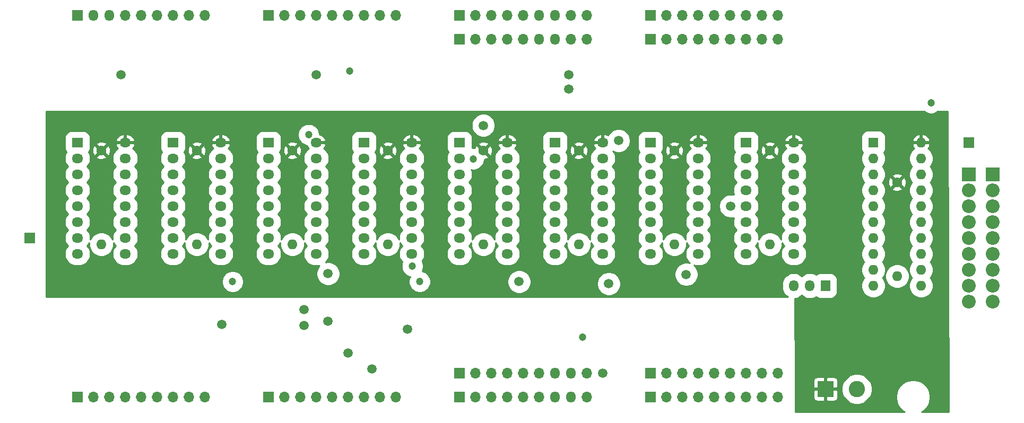
<source format=gbr>
%TF.GenerationSoftware,KiCad,Pcbnew,(5.1.8)-1*%
%TF.CreationDate,2023-02-14T21:38:16+03:00*%
%TF.ProjectId,MUX8x1-v3,4d555838-7831-42d7-9633-2e6b69636164,rev?*%
%TF.SameCoordinates,Original*%
%TF.FileFunction,Copper,L2,Inr*%
%TF.FilePolarity,Positive*%
%FSLAX46Y46*%
G04 Gerber Fmt 4.6, Leading zero omitted, Abs format (unit mm)*
G04 Created by KiCad (PCBNEW (5.1.8)-1) date 2023-02-14 21:38:16*
%MOMM*%
%LPD*%
G01*
G04 APERTURE LIST*
%TA.AperFunction,ComponentPad*%
%ADD10O,1.600000X1.600000*%
%TD*%
%TA.AperFunction,ComponentPad*%
%ADD11C,1.600000*%
%TD*%
%TA.AperFunction,ComponentPad*%
%ADD12R,1.600000X1.600000*%
%TD*%
%TA.AperFunction,ComponentPad*%
%ADD13R,1.700000X1.700000*%
%TD*%
%TA.AperFunction,ComponentPad*%
%ADD14O,2.200000X2.200000*%
%TD*%
%TA.AperFunction,ComponentPad*%
%ADD15R,2.200000X2.200000*%
%TD*%
%TA.AperFunction,ComponentPad*%
%ADD16O,1.700000X1.700000*%
%TD*%
%TA.AperFunction,ComponentPad*%
%ADD17O,1.500000X1.800000*%
%TD*%
%TA.AperFunction,ComponentPad*%
%ADD18O,1.800000X1.500000*%
%TD*%
%TA.AperFunction,ComponentPad*%
%ADD19R,1.800000X1.500000*%
%TD*%
%TA.AperFunction,ComponentPad*%
%ADD20R,1.500000X1.800000*%
%TD*%
%TA.AperFunction,ComponentPad*%
%ADD21C,2.600000*%
%TD*%
%TA.AperFunction,ComponentPad*%
%ADD22R,2.600000X2.600000*%
%TD*%
%TA.AperFunction,ViaPad*%
%ADD23C,1.200000*%
%TD*%
%TA.AperFunction,ViaPad*%
%ADD24C,1.500000*%
%TD*%
%TA.AperFunction,Conductor*%
%ADD25C,0.254000*%
%TD*%
%TA.AperFunction,Conductor*%
%ADD26C,0.100000*%
%TD*%
G04 APERTURE END LIST*
D10*
%TO.N,GND*%
%TO.C,C9*%
X168910000Y-79770000D03*
D11*
%TO.N,VCC*%
X168910000Y-64770000D03*
%TD*%
D10*
%TO.N,VCC*%
%TO.C,U9*%
X172720000Y-58420000D03*
%TO.N,GND*%
X165100000Y-81280000D03*
%TO.N,/~OE*%
X172720000Y-60960000D03*
%TO.N,/O7*%
X165100000Y-78740000D03*
%TO.N,/BUS0*%
X172720000Y-63500000D03*
%TO.N,/O6*%
X165100000Y-76200000D03*
%TO.N,/BUS1*%
X172720000Y-66040000D03*
%TO.N,/O5*%
X165100000Y-73660000D03*
%TO.N,/BUS2*%
X172720000Y-68580000D03*
%TO.N,/O4*%
X165100000Y-71120000D03*
%TO.N,/BUS3*%
X172720000Y-71120000D03*
%TO.N,/O3*%
X165100000Y-68580000D03*
%TO.N,/BUS4*%
X172720000Y-73660000D03*
%TO.N,/O2*%
X165100000Y-66040000D03*
%TO.N,/BUS5*%
X172720000Y-76200000D03*
%TO.N,/O1*%
X165100000Y-63500000D03*
%TO.N,/BUS6*%
X172720000Y-78740000D03*
%TO.N,/O0*%
X165100000Y-60960000D03*
%TO.N,/BUS7*%
X172720000Y-81280000D03*
D12*
%TO.N,Net-(R2-Pad1)*%
X165100000Y-58420000D03*
%TD*%
D13*
%TO.N,/~OE*%
%TO.C,J7*%
X180340000Y-58420000D03*
%TD*%
D14*
%TO.N,GND*%
%TO.C,J3*%
X180340000Y-83820000D03*
%TO.N,/BUS7*%
X180340000Y-81280000D03*
%TO.N,/BUS6*%
X180340000Y-78740000D03*
%TO.N,/BUS5*%
X180340000Y-76200000D03*
%TO.N,/BUS4*%
X180340000Y-73660000D03*
%TO.N,/BUS3*%
X180340000Y-71120000D03*
%TO.N,/BUS2*%
X180340000Y-68580000D03*
%TO.N,/BUS1*%
X180340000Y-66040000D03*
D15*
%TO.N,/BUS0*%
X180340000Y-63500000D03*
%TD*%
D14*
%TO.N,GND*%
%TO.C,J21*%
X184150000Y-83820000D03*
%TO.N,/BUS7*%
X184150000Y-81280000D03*
%TO.N,/BUS6*%
X184150000Y-78740000D03*
%TO.N,/BUS5*%
X184150000Y-76200000D03*
%TO.N,/BUS4*%
X184150000Y-73660000D03*
%TO.N,/BUS3*%
X184150000Y-71120000D03*
%TO.N,/BUS2*%
X184150000Y-68580000D03*
%TO.N,/BUS1*%
X184150000Y-66040000D03*
D15*
%TO.N,/BUS0*%
X184150000Y-63500000D03*
%TD*%
D16*
%TO.N,/H7*%
%TO.C,J18*%
X149860000Y-95250000D03*
%TO.N,/H6*%
X147320000Y-95250000D03*
%TO.N,/H5*%
X144780000Y-95250000D03*
%TO.N,/H4*%
X142240000Y-95250000D03*
%TO.N,/H3*%
X139700000Y-95250000D03*
%TO.N,/H2*%
X137160000Y-95250000D03*
%TO.N,/H1*%
X134620000Y-95250000D03*
%TO.N,/H0*%
X132080000Y-95250000D03*
D13*
%TO.N,GND*%
X129540000Y-95250000D03*
%TD*%
D16*
%TO.N,/H7*%
%TO.C,J16*%
X149860000Y-99060000D03*
%TO.N,/H6*%
X147320000Y-99060000D03*
%TO.N,/H5*%
X144780000Y-99060000D03*
%TO.N,/H4*%
X142240000Y-99060000D03*
%TO.N,/H3*%
X139700000Y-99060000D03*
%TO.N,/H2*%
X137160000Y-99060000D03*
%TO.N,/H1*%
X134620000Y-99060000D03*
%TO.N,/H0*%
X132080000Y-99060000D03*
D13*
%TO.N,GND*%
X129540000Y-99060000D03*
%TD*%
D16*
%TO.N,/D7*%
%TO.C,J15*%
X58420000Y-38100000D03*
%TO.N,/D6*%
X55880000Y-38100000D03*
%TO.N,/D5*%
X53340000Y-38100000D03*
%TO.N,/D4*%
X50800000Y-38100000D03*
%TO.N,/D3*%
X48260000Y-38100000D03*
%TO.N,/D2*%
X45720000Y-38100000D03*
D17*
%TO.N,/D1*%
X43180000Y-38100000D03*
%TO.N,/D0*%
X40640000Y-38100000D03*
D13*
%TO.N,GND*%
X38100000Y-38100000D03*
%TD*%
D16*
%TO.N,/G7*%
%TO.C,J14*%
X119380000Y-99060000D03*
D17*
%TO.N,/G6*%
X116840000Y-99060000D03*
%TO.N,/G5*%
X114300000Y-99060000D03*
D16*
%TO.N,/G4*%
X111760000Y-99060000D03*
%TO.N,/G3*%
X109220000Y-99060000D03*
%TO.N,/G2*%
X106680000Y-99060000D03*
%TO.N,/G1*%
X104140000Y-99060000D03*
%TO.N,/G0*%
X101600000Y-99060000D03*
D13*
%TO.N,GND*%
X99060000Y-99060000D03*
%TD*%
D16*
%TO.N,/G7*%
%TO.C,J12*%
X119380000Y-95250000D03*
D17*
%TO.N,/G6*%
X116840000Y-95250000D03*
%TO.N,/G5*%
X114300000Y-95250000D03*
D16*
%TO.N,/G4*%
X111760000Y-95250000D03*
%TO.N,/G3*%
X109220000Y-95250000D03*
%TO.N,/G2*%
X106680000Y-95250000D03*
%TO.N,/G1*%
X104140000Y-95250000D03*
%TO.N,/G0*%
X101600000Y-95250000D03*
D13*
%TO.N,GND*%
X99060000Y-95250000D03*
%TD*%
D16*
%TO.N,/C7*%
%TO.C,J11*%
X88900000Y-38100000D03*
%TO.N,/C6*%
X86360000Y-38100000D03*
%TO.N,/C5*%
X83820000Y-38100000D03*
%TO.N,/C4*%
X81280000Y-38100000D03*
%TO.N,/C3*%
X78740000Y-38100000D03*
%TO.N,/C2*%
X76200000Y-38100000D03*
%TO.N,/C1*%
X73660000Y-38100000D03*
%TO.N,/C0*%
X71120000Y-38100000D03*
D13*
%TO.N,GND*%
X68580000Y-38100000D03*
%TD*%
D16*
%TO.N,/F7*%
%TO.C,J8*%
X149860000Y-38140000D03*
%TO.N,/F6*%
X147320000Y-38140000D03*
%TO.N,/F5*%
X144780000Y-38140000D03*
%TO.N,/F4*%
X142240000Y-38140000D03*
%TO.N,/F3*%
X139700000Y-38140000D03*
%TO.N,/F2*%
X137160000Y-38140000D03*
%TO.N,/F1*%
X134620000Y-38140000D03*
%TO.N,/F0*%
X132080000Y-38140000D03*
D13*
%TO.N,GND*%
X129540000Y-38140000D03*
%TD*%
D16*
%TO.N,/F7*%
%TO.C,J6*%
X149860000Y-41910000D03*
%TO.N,/F6*%
X147320000Y-41910000D03*
%TO.N,/F5*%
X144780000Y-41910000D03*
%TO.N,/F4*%
X142240000Y-41910000D03*
%TO.N,/F3*%
X139700000Y-41910000D03*
%TO.N,/F2*%
X137160000Y-41910000D03*
%TO.N,/F1*%
X134620000Y-41910000D03*
%TO.N,/F0*%
X132080000Y-41910000D03*
D13*
%TO.N,GND*%
X129540000Y-41910000D03*
%TD*%
D16*
%TO.N,/B7*%
%TO.C,J5*%
X88900000Y-99060000D03*
%TO.N,/B6*%
X86360000Y-99060000D03*
%TO.N,/B5*%
X83820000Y-99060000D03*
%TO.N,/B4*%
X81280000Y-99060000D03*
%TO.N,/B3*%
X78740000Y-99060000D03*
%TO.N,/B2*%
X76200000Y-99060000D03*
%TO.N,/B1*%
X73660000Y-99060000D03*
%TO.N,/B0*%
X71120000Y-99060000D03*
D13*
%TO.N,GND*%
X68580000Y-99060000D03*
%TD*%
D16*
%TO.N,/E7*%
%TO.C,J4*%
X119380000Y-38100000D03*
%TO.N,/E6*%
X116840000Y-38100000D03*
D17*
%TO.N,/E5*%
X114300000Y-38100000D03*
%TO.N,/E4*%
X111760000Y-38100000D03*
D16*
%TO.N,/E3*%
X109220000Y-38100000D03*
%TO.N,/E2*%
X106680000Y-38100000D03*
%TO.N,/E1*%
X104140000Y-38100000D03*
%TO.N,/E0*%
X101600000Y-38100000D03*
D13*
%TO.N,GND*%
X99060000Y-38100000D03*
%TD*%
D16*
%TO.N,/E7*%
%TO.C,J2*%
X119380000Y-41910000D03*
%TO.N,/E6*%
X116840000Y-41910000D03*
D17*
%TO.N,/E5*%
X114300000Y-41910000D03*
%TO.N,/E4*%
X111760000Y-41910000D03*
D16*
%TO.N,/E3*%
X109220000Y-41910000D03*
%TO.N,/E2*%
X106680000Y-41910000D03*
%TO.N,/E1*%
X104140000Y-41910000D03*
%TO.N,/E0*%
X101600000Y-41910000D03*
D13*
%TO.N,GND*%
X99060000Y-41910000D03*
%TD*%
D16*
%TO.N,/A7*%
%TO.C,J1*%
X58420000Y-99060000D03*
%TO.N,/A6*%
X55880000Y-99060000D03*
%TO.N,/A5*%
X53340000Y-99060000D03*
%TO.N,/A4*%
X50800000Y-99060000D03*
%TO.N,/A3*%
X48260000Y-99060000D03*
%TO.N,/A2*%
X45720000Y-99060000D03*
%TO.N,/A1*%
X43180000Y-99060000D03*
%TO.N,/A0*%
X40640000Y-99060000D03*
D13*
%TO.N,GND*%
X38100000Y-99060000D03*
%TD*%
D10*
%TO.N,GND*%
%TO.C,C8*%
X148590000Y-74690000D03*
D11*
%TO.N,VCC*%
X148590000Y-59690000D03*
%TD*%
D10*
%TO.N,GND*%
%TO.C,C7*%
X133350000Y-74690000D03*
D11*
%TO.N,VCC*%
X133350000Y-59690000D03*
%TD*%
D10*
%TO.N,GND*%
%TO.C,C6*%
X118110000Y-74690000D03*
D11*
%TO.N,VCC*%
X118110000Y-59690000D03*
%TD*%
D10*
%TO.N,GND*%
%TO.C,C5*%
X102870000Y-74690000D03*
D11*
%TO.N,VCC*%
X102870000Y-59690000D03*
%TD*%
D10*
%TO.N,GND*%
%TO.C,C4*%
X87630000Y-74690000D03*
D11*
%TO.N,VCC*%
X87630000Y-59690000D03*
%TD*%
D10*
%TO.N,GND*%
%TO.C,C3*%
X72390000Y-74690000D03*
D11*
%TO.N,VCC*%
X72390000Y-59690000D03*
%TD*%
D10*
%TO.N,GND*%
%TO.C,C2*%
X57150000Y-74690000D03*
D11*
%TO.N,VCC*%
X57150000Y-59690000D03*
%TD*%
D10*
%TO.N,GND*%
%TO.C,C1*%
X41910000Y-74690000D03*
D11*
%TO.N,VCC*%
X41910000Y-59690000D03*
%TD*%
D18*
%TO.N,VCC*%
%TO.C,U8*%
X152400000Y-58420000D03*
%TO.N,GND*%
X144780000Y-76200000D03*
%TO.N,/E7*%
X152400000Y-60960000D03*
%TO.N,/~E*%
X144780000Y-73660000D03*
%TO.N,/F7*%
X152400000Y-63500000D03*
%TO.N,Net-(U8-Pad6)*%
X144780000Y-71120000D03*
%TO.N,/G7*%
X152400000Y-66040000D03*
%TO.N,/O7*%
X144780000Y-68580000D03*
%TO.N,/H7*%
X152400000Y-68580000D03*
%TO.N,/A7*%
X144780000Y-66040000D03*
%TO.N,/S0*%
X152400000Y-71120000D03*
%TO.N,/B7*%
X144780000Y-63500000D03*
%TO.N,/S1*%
X152400000Y-73660000D03*
%TO.N,/C7*%
X144780000Y-60960000D03*
%TO.N,/S2*%
X152400000Y-76200000D03*
D19*
%TO.N,/D7*%
X144780000Y-58420000D03*
%TD*%
D18*
%TO.N,VCC*%
%TO.C,U7*%
X137160000Y-58420000D03*
%TO.N,GND*%
X129540000Y-76200000D03*
%TO.N,/E6*%
X137160000Y-60960000D03*
%TO.N,/~E*%
X129540000Y-73660000D03*
%TO.N,/F6*%
X137160000Y-63500000D03*
%TO.N,Net-(U7-Pad6)*%
X129540000Y-71120000D03*
%TO.N,/G6*%
X137160000Y-66040000D03*
%TO.N,/O6*%
X129540000Y-68580000D03*
%TO.N,/H6*%
X137160000Y-68580000D03*
%TO.N,/A6*%
X129540000Y-66040000D03*
%TO.N,/S0*%
X137160000Y-71120000D03*
%TO.N,/B6*%
X129540000Y-63500000D03*
%TO.N,/S1*%
X137160000Y-73660000D03*
%TO.N,/C6*%
X129540000Y-60960000D03*
%TO.N,/S2*%
X137160000Y-76200000D03*
D19*
%TO.N,/D6*%
X129540000Y-58420000D03*
%TD*%
D18*
%TO.N,VCC*%
%TO.C,U6*%
X121920000Y-58420000D03*
%TO.N,GND*%
X114300000Y-76200000D03*
%TO.N,/E5*%
X121920000Y-60960000D03*
%TO.N,/~E*%
X114300000Y-73660000D03*
%TO.N,/F5*%
X121920000Y-63500000D03*
%TO.N,Net-(U6-Pad6)*%
X114300000Y-71120000D03*
%TO.N,/G5*%
X121920000Y-66040000D03*
%TO.N,/O5*%
X114300000Y-68580000D03*
%TO.N,/H5*%
X121920000Y-68580000D03*
%TO.N,/A5*%
X114300000Y-66040000D03*
%TO.N,/S0*%
X121920000Y-71120000D03*
%TO.N,/B5*%
X114300000Y-63500000D03*
%TO.N,/S1*%
X121920000Y-73660000D03*
%TO.N,/C5*%
X114300000Y-60960000D03*
%TO.N,/S2*%
X121920000Y-76200000D03*
D19*
%TO.N,/D5*%
X114300000Y-58420000D03*
%TD*%
D18*
%TO.N,VCC*%
%TO.C,U5*%
X106680000Y-58420000D03*
%TO.N,GND*%
X99060000Y-76200000D03*
%TO.N,/E4*%
X106680000Y-60960000D03*
%TO.N,/~E*%
X99060000Y-73660000D03*
%TO.N,/F4*%
X106680000Y-63500000D03*
%TO.N,Net-(U5-Pad6)*%
X99060000Y-71120000D03*
%TO.N,/G4*%
X106680000Y-66040000D03*
%TO.N,/O4*%
X99060000Y-68580000D03*
%TO.N,/H4*%
X106680000Y-68580000D03*
%TO.N,/A4*%
X99060000Y-66040000D03*
%TO.N,/S0*%
X106680000Y-71120000D03*
%TO.N,/B4*%
X99060000Y-63500000D03*
%TO.N,/S1*%
X106680000Y-73660000D03*
%TO.N,/C4*%
X99060000Y-60960000D03*
%TO.N,/S2*%
X106680000Y-76200000D03*
D19*
%TO.N,/D4*%
X99060000Y-58420000D03*
%TD*%
D18*
%TO.N,VCC*%
%TO.C,U4*%
X91440000Y-58420000D03*
%TO.N,GND*%
X83820000Y-76200000D03*
%TO.N,/E3*%
X91440000Y-60960000D03*
%TO.N,/~E*%
X83820000Y-73660000D03*
%TO.N,/F3*%
X91440000Y-63500000D03*
%TO.N,Net-(U4-Pad6)*%
X83820000Y-71120000D03*
%TO.N,/G3*%
X91440000Y-66040000D03*
%TO.N,/O3*%
X83820000Y-68580000D03*
%TO.N,/H3*%
X91440000Y-68580000D03*
%TO.N,/A3*%
X83820000Y-66040000D03*
%TO.N,/S0*%
X91440000Y-71120000D03*
%TO.N,/B3*%
X83820000Y-63500000D03*
%TO.N,/S1*%
X91440000Y-73660000D03*
%TO.N,/C3*%
X83820000Y-60960000D03*
%TO.N,/S2*%
X91440000Y-76200000D03*
D19*
%TO.N,/D3*%
X83820000Y-58420000D03*
%TD*%
D18*
%TO.N,VCC*%
%TO.C,U3*%
X76200000Y-58420000D03*
%TO.N,GND*%
X68580000Y-76200000D03*
%TO.N,/E2*%
X76200000Y-60960000D03*
%TO.N,/~E*%
X68580000Y-73660000D03*
%TO.N,/F2*%
X76200000Y-63500000D03*
%TO.N,Net-(U3-Pad6)*%
X68580000Y-71120000D03*
%TO.N,/G2*%
X76200000Y-66040000D03*
%TO.N,/O2*%
X68580000Y-68580000D03*
%TO.N,/H2*%
X76200000Y-68580000D03*
%TO.N,/A2*%
X68580000Y-66040000D03*
%TO.N,/S0*%
X76200000Y-71120000D03*
%TO.N,/B2*%
X68580000Y-63500000D03*
%TO.N,/S1*%
X76200000Y-73660000D03*
%TO.N,/C2*%
X68580000Y-60960000D03*
%TO.N,/S2*%
X76200000Y-76200000D03*
D19*
%TO.N,/D2*%
X68580000Y-58420000D03*
%TD*%
D18*
%TO.N,VCC*%
%TO.C,U2*%
X60960000Y-58420000D03*
%TO.N,GND*%
X53340000Y-76200000D03*
%TO.N,/E1*%
X60960000Y-60960000D03*
%TO.N,/~E*%
X53340000Y-73660000D03*
%TO.N,/F1*%
X60960000Y-63500000D03*
%TO.N,Net-(U2-Pad6)*%
X53340000Y-71120000D03*
%TO.N,/G1*%
X60960000Y-66040000D03*
%TO.N,/O1*%
X53340000Y-68580000D03*
%TO.N,/H1*%
X60960000Y-68580000D03*
%TO.N,/A1*%
X53340000Y-66040000D03*
%TO.N,/S0*%
X60960000Y-71120000D03*
%TO.N,/B1*%
X53340000Y-63500000D03*
%TO.N,/S1*%
X60960000Y-73660000D03*
%TO.N,/C1*%
X53340000Y-60960000D03*
%TO.N,/S2*%
X60960000Y-76200000D03*
D19*
%TO.N,/D1*%
X53340000Y-58420000D03*
%TD*%
D18*
%TO.N,VCC*%
%TO.C,U1*%
X45720000Y-58420000D03*
%TO.N,GND*%
X38100000Y-76200000D03*
%TO.N,/E0*%
X45720000Y-60960000D03*
%TO.N,/~E*%
X38100000Y-73660000D03*
%TO.N,/F0*%
X45720000Y-63500000D03*
%TO.N,Net-(U1-Pad6)*%
X38100000Y-71120000D03*
%TO.N,/G0*%
X45720000Y-66040000D03*
%TO.N,/O0*%
X38100000Y-68580000D03*
%TO.N,/H0*%
X45720000Y-68580000D03*
%TO.N,/A0*%
X38100000Y-66040000D03*
%TO.N,/S0*%
X45720000Y-71120000D03*
%TO.N,/B0*%
X38100000Y-63500000D03*
%TO.N,/S1*%
X45720000Y-73660000D03*
%TO.N,/C0*%
X38100000Y-60960000D03*
%TO.N,/S2*%
X45720000Y-76200000D03*
D19*
%TO.N,/D0*%
X38100000Y-58420000D03*
%TD*%
D13*
%TO.N,/~E*%
%TO.C,J20*%
X30480000Y-73660000D03*
%TD*%
D17*
%TO.N,/S2*%
%TO.C,J10*%
X152400000Y-81280000D03*
%TO.N,/S1*%
X154940000Y-81280000D03*
D20*
%TO.N,/S0*%
X157480000Y-81280000D03*
%TD*%
D21*
%TO.N,GND*%
%TO.C,J9*%
X162480000Y-97790000D03*
D22*
%TO.N,VCC*%
X157480000Y-97790000D03*
%TD*%
D23*
%TO.N,GND*%
X174307500Y-52070000D03*
D24*
%TO.N,/A6*%
X121922600Y-95247400D03*
D23*
%TO.N,/A5*%
X118745000Y-89535000D03*
D24*
%TO.N,/A4*%
X85090000Y-94615000D03*
%TO.N,/A3*%
X81280000Y-92075000D03*
D23*
%TO.N,/E2*%
X81507700Y-46990000D03*
D24*
%TO.N,/F3*%
X124460000Y-58102500D03*
%TO.N,/F2*%
X116522500Y-49847500D03*
%TO.N,/F1*%
X116522500Y-47625000D03*
%TO.N,/C6*%
X102870000Y-55672600D03*
D23*
%TO.N,/C5*%
X101288200Y-61040800D03*
D24*
%TO.N,/C0*%
X45085000Y-47625000D03*
%TO.N,/G3*%
X90805000Y-88265000D03*
%TO.N,/G2*%
X78105000Y-86995000D03*
%TO.N,/G1*%
X74295000Y-87630000D03*
%TO.N,/G0*%
X61158200Y-87431800D03*
%TO.N,/D6*%
X76200000Y-47625000D03*
D23*
%TO.N,/D4*%
X74976200Y-57170000D03*
D24*
%TO.N,/H6*%
X142342600Y-68580000D03*
%TO.N,/H5*%
X122872500Y-80962500D03*
%TO.N,/H4*%
X108585000Y-80645000D03*
D23*
%TO.N,/H3*%
X92710000Y-80645000D03*
D24*
%TO.N,/H2*%
X78105000Y-79375000D03*
D23*
%TO.N,/H1*%
X62865000Y-80645000D03*
D24*
%TO.N,/O6*%
X135255000Y-79482800D03*
D23*
%TO.N,/O3*%
X91542700Y-78150400D03*
D24*
%TO.N,/O2*%
X74295000Y-85090000D03*
%TD*%
D25*
%TO.N,VCC*%
X173481880Y-53614627D02*
X173799086Y-53746018D01*
X174135829Y-53813000D01*
X174479171Y-53813000D01*
X174815914Y-53746018D01*
X175133120Y-53614627D01*
X175354060Y-53467000D01*
X176959042Y-53467000D01*
X177116957Y-101473000D01*
X172775960Y-101473000D01*
X173198560Y-101190627D01*
X173580627Y-100808560D01*
X173880815Y-100359298D01*
X174087588Y-99860104D01*
X174193000Y-99330162D01*
X174193000Y-98789838D01*
X174087588Y-98259896D01*
X173880815Y-97760702D01*
X173580627Y-97311440D01*
X173198560Y-96929373D01*
X172749298Y-96629185D01*
X172250104Y-96422412D01*
X171720162Y-96317000D01*
X171179838Y-96317000D01*
X170649896Y-96422412D01*
X170150702Y-96629185D01*
X169701440Y-96929373D01*
X169319373Y-97311440D01*
X169019185Y-97760702D01*
X168812412Y-98259896D01*
X168707000Y-98789838D01*
X168707000Y-99330162D01*
X168812412Y-99860104D01*
X169019185Y-100359298D01*
X169319373Y-100808560D01*
X169701440Y-101190627D01*
X170124040Y-101473000D01*
X152684660Y-101473000D01*
X152664117Y-99090000D01*
X155541928Y-99090000D01*
X155554188Y-99214482D01*
X155590498Y-99334180D01*
X155649463Y-99444494D01*
X155728815Y-99541185D01*
X155825506Y-99620537D01*
X155935820Y-99679502D01*
X156055518Y-99715812D01*
X156180000Y-99728072D01*
X157194250Y-99725000D01*
X157353000Y-99566250D01*
X157353000Y-97917000D01*
X157607000Y-97917000D01*
X157607000Y-99566250D01*
X157765750Y-99725000D01*
X158780000Y-99728072D01*
X158904482Y-99715812D01*
X159024180Y-99679502D01*
X159134494Y-99620537D01*
X159231185Y-99541185D01*
X159310537Y-99444494D01*
X159369502Y-99334180D01*
X159405812Y-99214482D01*
X159418072Y-99090000D01*
X159415000Y-98075750D01*
X159256250Y-97917000D01*
X157607000Y-97917000D01*
X157353000Y-97917000D01*
X155703750Y-97917000D01*
X155545000Y-98075750D01*
X155541928Y-99090000D01*
X152664117Y-99090000D01*
X152641704Y-96490000D01*
X155541928Y-96490000D01*
X155545000Y-97504250D01*
X155703750Y-97663000D01*
X157353000Y-97663000D01*
X157353000Y-96013750D01*
X157607000Y-96013750D01*
X157607000Y-97663000D01*
X159256250Y-97663000D01*
X159369865Y-97549385D01*
X160037000Y-97549385D01*
X160037000Y-98030615D01*
X160130883Y-98502597D01*
X160315041Y-98947195D01*
X160582398Y-99347322D01*
X160922678Y-99687602D01*
X161322805Y-99954959D01*
X161767403Y-100139117D01*
X162239385Y-100233000D01*
X162720615Y-100233000D01*
X163192597Y-100139117D01*
X163637195Y-99954959D01*
X164037322Y-99687602D01*
X164377602Y-99347322D01*
X164644959Y-98947195D01*
X164829117Y-98502597D01*
X164923000Y-98030615D01*
X164923000Y-97549385D01*
X164829117Y-97077403D01*
X164644959Y-96632805D01*
X164377602Y-96232678D01*
X164037322Y-95892398D01*
X163637195Y-95625041D01*
X163192597Y-95440883D01*
X162720615Y-95347000D01*
X162239385Y-95347000D01*
X161767403Y-95440883D01*
X161322805Y-95625041D01*
X160922678Y-95892398D01*
X160582398Y-96232678D01*
X160315041Y-96632805D01*
X160130883Y-97077403D01*
X160037000Y-97549385D01*
X159369865Y-97549385D01*
X159415000Y-97504250D01*
X159418072Y-96490000D01*
X159405812Y-96365518D01*
X159369502Y-96245820D01*
X159310537Y-96135506D01*
X159231185Y-96038815D01*
X159134494Y-95959463D01*
X159024180Y-95900498D01*
X158904482Y-95864188D01*
X158780000Y-95851928D01*
X157765750Y-95855000D01*
X157607000Y-96013750D01*
X157353000Y-96013750D01*
X157194250Y-95855000D01*
X156180000Y-95851928D01*
X156055518Y-95864188D01*
X155935820Y-95900498D01*
X155825506Y-95959463D01*
X155728815Y-96038815D01*
X155649463Y-96135506D01*
X155590498Y-96245820D01*
X155554188Y-96365518D01*
X155541928Y-96490000D01*
X152641704Y-96490000D01*
X152528164Y-83319536D01*
X152771092Y-83295610D01*
X153127924Y-83187366D01*
X153456783Y-83011587D01*
X153670000Y-82836605D01*
X153883217Y-83011587D01*
X154212075Y-83187366D01*
X154568907Y-83295610D01*
X154940000Y-83332159D01*
X155311092Y-83295610D01*
X155667924Y-83187366D01*
X155963348Y-83029458D01*
X156091911Y-83134968D01*
X156290477Y-83241103D01*
X156505933Y-83306461D01*
X156730000Y-83328530D01*
X158230000Y-83328530D01*
X158454067Y-83306461D01*
X158669523Y-83241103D01*
X158868089Y-83134968D01*
X159042133Y-82992133D01*
X159184968Y-82818089D01*
X159291103Y-82619523D01*
X159356461Y-82404067D01*
X159378530Y-82180000D01*
X159378530Y-80380000D01*
X159356461Y-80155933D01*
X159291103Y-79940477D01*
X159184968Y-79741911D01*
X159042133Y-79567867D01*
X158868089Y-79425032D01*
X158669523Y-79318897D01*
X158454067Y-79253539D01*
X158230000Y-79231470D01*
X156730000Y-79231470D01*
X156505933Y-79253539D01*
X156290477Y-79318897D01*
X156091911Y-79425032D01*
X155963348Y-79530542D01*
X155667925Y-79372634D01*
X155311093Y-79264390D01*
X154940000Y-79227841D01*
X154568908Y-79264390D01*
X154212076Y-79372634D01*
X153883217Y-79548413D01*
X153670000Y-79723395D01*
X153456783Y-79548413D01*
X153127925Y-79372634D01*
X152771093Y-79264390D01*
X152400000Y-79227841D01*
X152028908Y-79264390D01*
X151672076Y-79372634D01*
X151343217Y-79548413D01*
X151054970Y-79784970D01*
X150818413Y-80073217D01*
X150642634Y-80402075D01*
X150534390Y-80758907D01*
X150507000Y-81037006D01*
X150507000Y-81522993D01*
X150534390Y-81801092D01*
X150642634Y-82157924D01*
X150818413Y-82486783D01*
X151054970Y-82775030D01*
X151343217Y-83011587D01*
X151430049Y-83058000D01*
X33147000Y-83058000D01*
X33147000Y-80473329D01*
X61122000Y-80473329D01*
X61122000Y-80816671D01*
X61188982Y-81153414D01*
X61320373Y-81470620D01*
X61511123Y-81756098D01*
X61753902Y-81998877D01*
X62039380Y-82189627D01*
X62356586Y-82321018D01*
X62693329Y-82388000D01*
X63036671Y-82388000D01*
X63373414Y-82321018D01*
X63690620Y-82189627D01*
X63976098Y-81998877D01*
X64218877Y-81756098D01*
X64409627Y-81470620D01*
X64541018Y-81153414D01*
X64608000Y-80816671D01*
X64608000Y-80473329D01*
X64541018Y-80136586D01*
X64409627Y-79819380D01*
X64218877Y-79533902D01*
X63976098Y-79291123D01*
X63690620Y-79100373D01*
X63373414Y-78968982D01*
X63036671Y-78902000D01*
X62693329Y-78902000D01*
X62356586Y-78968982D01*
X62039380Y-79100373D01*
X61753902Y-79291123D01*
X61511123Y-79533902D01*
X61320373Y-79819380D01*
X61188982Y-80136586D01*
X61122000Y-80473329D01*
X33147000Y-80473329D01*
X33147000Y-60960000D01*
X36047841Y-60960000D01*
X36084390Y-61331093D01*
X36192634Y-61687925D01*
X36368413Y-62016783D01*
X36543395Y-62230000D01*
X36368413Y-62443217D01*
X36192634Y-62772075D01*
X36084390Y-63128907D01*
X36047841Y-63500000D01*
X36084390Y-63871093D01*
X36192634Y-64227925D01*
X36368413Y-64556783D01*
X36543395Y-64770000D01*
X36368413Y-64983217D01*
X36192634Y-65312075D01*
X36084390Y-65668907D01*
X36047841Y-66040000D01*
X36084390Y-66411093D01*
X36192634Y-66767925D01*
X36368413Y-67096783D01*
X36543395Y-67310000D01*
X36368413Y-67523217D01*
X36192634Y-67852075D01*
X36084390Y-68208907D01*
X36047841Y-68580000D01*
X36084390Y-68951093D01*
X36192634Y-69307925D01*
X36368413Y-69636783D01*
X36543395Y-69850000D01*
X36368413Y-70063217D01*
X36192634Y-70392075D01*
X36084390Y-70748907D01*
X36047841Y-71120000D01*
X36084390Y-71491093D01*
X36192634Y-71847925D01*
X36368413Y-72176783D01*
X36543395Y-72390000D01*
X36368413Y-72603217D01*
X36192634Y-72932075D01*
X36084390Y-73288907D01*
X36047841Y-73660000D01*
X36084390Y-74031093D01*
X36192634Y-74387925D01*
X36368413Y-74716783D01*
X36543395Y-74930000D01*
X36368413Y-75143217D01*
X36192634Y-75472075D01*
X36084390Y-75828907D01*
X36047841Y-76200000D01*
X36084390Y-76571093D01*
X36192634Y-76927925D01*
X36368413Y-77256783D01*
X36604970Y-77545030D01*
X36893217Y-77781587D01*
X37222075Y-77957366D01*
X37578907Y-78065610D01*
X37857006Y-78093000D01*
X38342994Y-78093000D01*
X38621093Y-78065610D01*
X38977925Y-77957366D01*
X39306783Y-77781587D01*
X39595030Y-77545030D01*
X39831587Y-77256783D01*
X40007366Y-76927925D01*
X40115610Y-76571093D01*
X40152159Y-76200000D01*
X40115610Y-75828907D01*
X40007366Y-75472075D01*
X39831587Y-75143217D01*
X39656605Y-74930000D01*
X39831587Y-74716783D01*
X39978148Y-74442588D01*
X39967000Y-74498631D01*
X39967000Y-74881369D01*
X40041669Y-75256752D01*
X40188136Y-75610355D01*
X40400774Y-75928590D01*
X40671410Y-76199226D01*
X40989645Y-76411864D01*
X41343248Y-76558331D01*
X41718631Y-76633000D01*
X42101369Y-76633000D01*
X42476752Y-76558331D01*
X42830355Y-76411864D01*
X43148590Y-76199226D01*
X43419226Y-75928590D01*
X43631864Y-75610355D01*
X43778331Y-75256752D01*
X43853000Y-74881369D01*
X43853000Y-74498631D01*
X43841852Y-74442588D01*
X43988413Y-74716783D01*
X44163395Y-74930000D01*
X43988413Y-75143217D01*
X43812634Y-75472075D01*
X43704390Y-75828907D01*
X43667841Y-76200000D01*
X43704390Y-76571093D01*
X43812634Y-76927925D01*
X43988413Y-77256783D01*
X44224970Y-77545030D01*
X44513217Y-77781587D01*
X44842075Y-77957366D01*
X45198907Y-78065610D01*
X45477006Y-78093000D01*
X45962994Y-78093000D01*
X46241093Y-78065610D01*
X46597925Y-77957366D01*
X46926783Y-77781587D01*
X47215030Y-77545030D01*
X47451587Y-77256783D01*
X47627366Y-76927925D01*
X47735610Y-76571093D01*
X47772159Y-76200000D01*
X47735610Y-75828907D01*
X47627366Y-75472075D01*
X47451587Y-75143217D01*
X47276605Y-74930000D01*
X47451587Y-74716783D01*
X47627366Y-74387925D01*
X47735610Y-74031093D01*
X47772159Y-73660000D01*
X47735610Y-73288907D01*
X47627366Y-72932075D01*
X47451587Y-72603217D01*
X47276605Y-72390000D01*
X47451587Y-72176783D01*
X47627366Y-71847925D01*
X47735610Y-71491093D01*
X47772159Y-71120000D01*
X47735610Y-70748907D01*
X47627366Y-70392075D01*
X47451587Y-70063217D01*
X47276605Y-69850000D01*
X47451587Y-69636783D01*
X47627366Y-69307925D01*
X47735610Y-68951093D01*
X47772159Y-68580000D01*
X47735610Y-68208907D01*
X47627366Y-67852075D01*
X47451587Y-67523217D01*
X47276605Y-67310000D01*
X47451587Y-67096783D01*
X47627366Y-66767925D01*
X47735610Y-66411093D01*
X47772159Y-66040000D01*
X47735610Y-65668907D01*
X47627366Y-65312075D01*
X47451587Y-64983217D01*
X47276605Y-64770000D01*
X47451587Y-64556783D01*
X47627366Y-64227925D01*
X47735610Y-63871093D01*
X47772159Y-63500000D01*
X47735610Y-63128907D01*
X47627366Y-62772075D01*
X47451587Y-62443217D01*
X47276605Y-62230000D01*
X47451587Y-62016783D01*
X47627366Y-61687925D01*
X47735610Y-61331093D01*
X47772159Y-60960000D01*
X51287841Y-60960000D01*
X51324390Y-61331093D01*
X51432634Y-61687925D01*
X51608413Y-62016783D01*
X51783395Y-62230000D01*
X51608413Y-62443217D01*
X51432634Y-62772075D01*
X51324390Y-63128907D01*
X51287841Y-63500000D01*
X51324390Y-63871093D01*
X51432634Y-64227925D01*
X51608413Y-64556783D01*
X51783395Y-64770000D01*
X51608413Y-64983217D01*
X51432634Y-65312075D01*
X51324390Y-65668907D01*
X51287841Y-66040000D01*
X51324390Y-66411093D01*
X51432634Y-66767925D01*
X51608413Y-67096783D01*
X51783395Y-67310000D01*
X51608413Y-67523217D01*
X51432634Y-67852075D01*
X51324390Y-68208907D01*
X51287841Y-68580000D01*
X51324390Y-68951093D01*
X51432634Y-69307925D01*
X51608413Y-69636783D01*
X51783395Y-69850000D01*
X51608413Y-70063217D01*
X51432634Y-70392075D01*
X51324390Y-70748907D01*
X51287841Y-71120000D01*
X51324390Y-71491093D01*
X51432634Y-71847925D01*
X51608413Y-72176783D01*
X51783395Y-72390000D01*
X51608413Y-72603217D01*
X51432634Y-72932075D01*
X51324390Y-73288907D01*
X51287841Y-73660000D01*
X51324390Y-74031093D01*
X51432634Y-74387925D01*
X51608413Y-74716783D01*
X51783395Y-74930000D01*
X51608413Y-75143217D01*
X51432634Y-75472075D01*
X51324390Y-75828907D01*
X51287841Y-76200000D01*
X51324390Y-76571093D01*
X51432634Y-76927925D01*
X51608413Y-77256783D01*
X51844970Y-77545030D01*
X52133217Y-77781587D01*
X52462075Y-77957366D01*
X52818907Y-78065610D01*
X53097006Y-78093000D01*
X53582994Y-78093000D01*
X53861093Y-78065610D01*
X54217925Y-77957366D01*
X54546783Y-77781587D01*
X54835030Y-77545030D01*
X55071587Y-77256783D01*
X55247366Y-76927925D01*
X55355610Y-76571093D01*
X55392159Y-76200000D01*
X55355610Y-75828907D01*
X55247366Y-75472075D01*
X55071587Y-75143217D01*
X54896605Y-74930000D01*
X55071587Y-74716783D01*
X55218148Y-74442588D01*
X55207000Y-74498631D01*
X55207000Y-74881369D01*
X55281669Y-75256752D01*
X55428136Y-75610355D01*
X55640774Y-75928590D01*
X55911410Y-76199226D01*
X56229645Y-76411864D01*
X56583248Y-76558331D01*
X56958631Y-76633000D01*
X57341369Y-76633000D01*
X57716752Y-76558331D01*
X58070355Y-76411864D01*
X58388590Y-76199226D01*
X58659226Y-75928590D01*
X58871864Y-75610355D01*
X59018331Y-75256752D01*
X59093000Y-74881369D01*
X59093000Y-74498631D01*
X59081852Y-74442588D01*
X59228413Y-74716783D01*
X59403395Y-74930000D01*
X59228413Y-75143217D01*
X59052634Y-75472075D01*
X58944390Y-75828907D01*
X58907841Y-76200000D01*
X58944390Y-76571093D01*
X59052634Y-76927925D01*
X59228413Y-77256783D01*
X59464970Y-77545030D01*
X59753217Y-77781587D01*
X60082075Y-77957366D01*
X60438907Y-78065610D01*
X60717006Y-78093000D01*
X61202994Y-78093000D01*
X61481093Y-78065610D01*
X61837925Y-77957366D01*
X62166783Y-77781587D01*
X62455030Y-77545030D01*
X62691587Y-77256783D01*
X62867366Y-76927925D01*
X62975610Y-76571093D01*
X63012159Y-76200000D01*
X62975610Y-75828907D01*
X62867366Y-75472075D01*
X62691587Y-75143217D01*
X62516605Y-74930000D01*
X62691587Y-74716783D01*
X62867366Y-74387925D01*
X62975610Y-74031093D01*
X63012159Y-73660000D01*
X62975610Y-73288907D01*
X62867366Y-72932075D01*
X62691587Y-72603217D01*
X62516605Y-72390000D01*
X62691587Y-72176783D01*
X62867366Y-71847925D01*
X62975610Y-71491093D01*
X63012159Y-71120000D01*
X62975610Y-70748907D01*
X62867366Y-70392075D01*
X62691587Y-70063217D01*
X62516605Y-69850000D01*
X62691587Y-69636783D01*
X62867366Y-69307925D01*
X62975610Y-68951093D01*
X63012159Y-68580000D01*
X62975610Y-68208907D01*
X62867366Y-67852075D01*
X62691587Y-67523217D01*
X62516605Y-67310000D01*
X62691587Y-67096783D01*
X62867366Y-66767925D01*
X62975610Y-66411093D01*
X63012159Y-66040000D01*
X62975610Y-65668907D01*
X62867366Y-65312075D01*
X62691587Y-64983217D01*
X62516605Y-64770000D01*
X62691587Y-64556783D01*
X62867366Y-64227925D01*
X62975610Y-63871093D01*
X63012159Y-63500000D01*
X62975610Y-63128907D01*
X62867366Y-62772075D01*
X62691587Y-62443217D01*
X62516605Y-62230000D01*
X62691587Y-62016783D01*
X62867366Y-61687925D01*
X62975610Y-61331093D01*
X63012159Y-60960000D01*
X66527841Y-60960000D01*
X66564390Y-61331093D01*
X66672634Y-61687925D01*
X66848413Y-62016783D01*
X67023395Y-62230000D01*
X66848413Y-62443217D01*
X66672634Y-62772075D01*
X66564390Y-63128907D01*
X66527841Y-63500000D01*
X66564390Y-63871093D01*
X66672634Y-64227925D01*
X66848413Y-64556783D01*
X67023395Y-64770000D01*
X66848413Y-64983217D01*
X66672634Y-65312075D01*
X66564390Y-65668907D01*
X66527841Y-66040000D01*
X66564390Y-66411093D01*
X66672634Y-66767925D01*
X66848413Y-67096783D01*
X67023395Y-67310000D01*
X66848413Y-67523217D01*
X66672634Y-67852075D01*
X66564390Y-68208907D01*
X66527841Y-68580000D01*
X66564390Y-68951093D01*
X66672634Y-69307925D01*
X66848413Y-69636783D01*
X67023395Y-69850000D01*
X66848413Y-70063217D01*
X66672634Y-70392075D01*
X66564390Y-70748907D01*
X66527841Y-71120000D01*
X66564390Y-71491093D01*
X66672634Y-71847925D01*
X66848413Y-72176783D01*
X67023395Y-72390000D01*
X66848413Y-72603217D01*
X66672634Y-72932075D01*
X66564390Y-73288907D01*
X66527841Y-73660000D01*
X66564390Y-74031093D01*
X66672634Y-74387925D01*
X66848413Y-74716783D01*
X67023395Y-74930000D01*
X66848413Y-75143217D01*
X66672634Y-75472075D01*
X66564390Y-75828907D01*
X66527841Y-76200000D01*
X66564390Y-76571093D01*
X66672634Y-76927925D01*
X66848413Y-77256783D01*
X67084970Y-77545030D01*
X67373217Y-77781587D01*
X67702075Y-77957366D01*
X68058907Y-78065610D01*
X68337006Y-78093000D01*
X68822994Y-78093000D01*
X69101093Y-78065610D01*
X69457925Y-77957366D01*
X69786783Y-77781587D01*
X70075030Y-77545030D01*
X70311587Y-77256783D01*
X70487366Y-76927925D01*
X70595610Y-76571093D01*
X70632159Y-76200000D01*
X70595610Y-75828907D01*
X70487366Y-75472075D01*
X70311587Y-75143217D01*
X70136605Y-74930000D01*
X70311587Y-74716783D01*
X70458148Y-74442588D01*
X70447000Y-74498631D01*
X70447000Y-74881369D01*
X70521669Y-75256752D01*
X70668136Y-75610355D01*
X70880774Y-75928590D01*
X71151410Y-76199226D01*
X71469645Y-76411864D01*
X71823248Y-76558331D01*
X72198631Y-76633000D01*
X72581369Y-76633000D01*
X72956752Y-76558331D01*
X73310355Y-76411864D01*
X73628590Y-76199226D01*
X73899226Y-75928590D01*
X74111864Y-75610355D01*
X74258331Y-75256752D01*
X74333000Y-74881369D01*
X74333000Y-74498631D01*
X74321852Y-74442588D01*
X74468413Y-74716783D01*
X74643395Y-74930000D01*
X74468413Y-75143217D01*
X74292634Y-75472075D01*
X74184390Y-75828907D01*
X74147841Y-76200000D01*
X74184390Y-76571093D01*
X74292634Y-76927925D01*
X74468413Y-77256783D01*
X74704970Y-77545030D01*
X74993217Y-77781587D01*
X75322075Y-77957366D01*
X75678907Y-78065610D01*
X75957006Y-78093000D01*
X76442994Y-78093000D01*
X76721093Y-78065610D01*
X76744334Y-78058560D01*
X76634611Y-78168283D01*
X76427446Y-78478328D01*
X76284747Y-78822832D01*
X76212000Y-79188556D01*
X76212000Y-79561444D01*
X76284747Y-79927168D01*
X76427446Y-80271672D01*
X76634611Y-80581717D01*
X76898283Y-80845389D01*
X77208328Y-81052554D01*
X77552832Y-81195253D01*
X77918556Y-81268000D01*
X78291444Y-81268000D01*
X78657168Y-81195253D01*
X79001672Y-81052554D01*
X79311717Y-80845389D01*
X79575389Y-80581717D01*
X79782554Y-80271672D01*
X79925253Y-79927168D01*
X79998000Y-79561444D01*
X79998000Y-79188556D01*
X79925253Y-78822832D01*
X79782554Y-78478328D01*
X79575389Y-78168283D01*
X79311717Y-77904611D01*
X79001672Y-77697446D01*
X78657168Y-77554747D01*
X78291444Y-77482000D01*
X77918556Y-77482000D01*
X77713241Y-77522840D01*
X77931587Y-77256783D01*
X78107366Y-76927925D01*
X78215610Y-76571093D01*
X78252159Y-76200000D01*
X78215610Y-75828907D01*
X78107366Y-75472075D01*
X77931587Y-75143217D01*
X77756605Y-74930000D01*
X77931587Y-74716783D01*
X78107366Y-74387925D01*
X78215610Y-74031093D01*
X78252159Y-73660000D01*
X78215610Y-73288907D01*
X78107366Y-72932075D01*
X77931587Y-72603217D01*
X77756605Y-72390000D01*
X77931587Y-72176783D01*
X78107366Y-71847925D01*
X78215610Y-71491093D01*
X78252159Y-71120000D01*
X78215610Y-70748907D01*
X78107366Y-70392075D01*
X77931587Y-70063217D01*
X77756605Y-69850000D01*
X77931587Y-69636783D01*
X78107366Y-69307925D01*
X78215610Y-68951093D01*
X78252159Y-68580000D01*
X78215610Y-68208907D01*
X78107366Y-67852075D01*
X77931587Y-67523217D01*
X77756605Y-67310000D01*
X77931587Y-67096783D01*
X78107366Y-66767925D01*
X78215610Y-66411093D01*
X78252159Y-66040000D01*
X78215610Y-65668907D01*
X78107366Y-65312075D01*
X77931587Y-64983217D01*
X77756605Y-64770000D01*
X77931587Y-64556783D01*
X78107366Y-64227925D01*
X78215610Y-63871093D01*
X78252159Y-63500000D01*
X78215610Y-63128907D01*
X78107366Y-62772075D01*
X77931587Y-62443217D01*
X77756605Y-62230000D01*
X77931587Y-62016783D01*
X78107366Y-61687925D01*
X78215610Y-61331093D01*
X78252159Y-60960000D01*
X81767841Y-60960000D01*
X81804390Y-61331093D01*
X81912634Y-61687925D01*
X82088413Y-62016783D01*
X82263395Y-62230000D01*
X82088413Y-62443217D01*
X81912634Y-62772075D01*
X81804390Y-63128907D01*
X81767841Y-63500000D01*
X81804390Y-63871093D01*
X81912634Y-64227925D01*
X82088413Y-64556783D01*
X82263395Y-64770000D01*
X82088413Y-64983217D01*
X81912634Y-65312075D01*
X81804390Y-65668907D01*
X81767841Y-66040000D01*
X81804390Y-66411093D01*
X81912634Y-66767925D01*
X82088413Y-67096783D01*
X82263395Y-67310000D01*
X82088413Y-67523217D01*
X81912634Y-67852075D01*
X81804390Y-68208907D01*
X81767841Y-68580000D01*
X81804390Y-68951093D01*
X81912634Y-69307925D01*
X82088413Y-69636783D01*
X82263395Y-69850000D01*
X82088413Y-70063217D01*
X81912634Y-70392075D01*
X81804390Y-70748907D01*
X81767841Y-71120000D01*
X81804390Y-71491093D01*
X81912634Y-71847925D01*
X82088413Y-72176783D01*
X82263395Y-72390000D01*
X82088413Y-72603217D01*
X81912634Y-72932075D01*
X81804390Y-73288907D01*
X81767841Y-73660000D01*
X81804390Y-74031093D01*
X81912634Y-74387925D01*
X82088413Y-74716783D01*
X82263395Y-74930000D01*
X82088413Y-75143217D01*
X81912634Y-75472075D01*
X81804390Y-75828907D01*
X81767841Y-76200000D01*
X81804390Y-76571093D01*
X81912634Y-76927925D01*
X82088413Y-77256783D01*
X82324970Y-77545030D01*
X82613217Y-77781587D01*
X82942075Y-77957366D01*
X83298907Y-78065610D01*
X83577006Y-78093000D01*
X84062994Y-78093000D01*
X84341093Y-78065610D01*
X84697925Y-77957366D01*
X85026783Y-77781587D01*
X85315030Y-77545030D01*
X85551587Y-77256783D01*
X85727366Y-76927925D01*
X85835610Y-76571093D01*
X85872159Y-76200000D01*
X85835610Y-75828907D01*
X85727366Y-75472075D01*
X85551587Y-75143217D01*
X85376605Y-74930000D01*
X85551587Y-74716783D01*
X85698148Y-74442588D01*
X85687000Y-74498631D01*
X85687000Y-74881369D01*
X85761669Y-75256752D01*
X85908136Y-75610355D01*
X86120774Y-75928590D01*
X86391410Y-76199226D01*
X86709645Y-76411864D01*
X87063248Y-76558331D01*
X87438631Y-76633000D01*
X87821369Y-76633000D01*
X88196752Y-76558331D01*
X88550355Y-76411864D01*
X88868590Y-76199226D01*
X89139226Y-75928590D01*
X89351864Y-75610355D01*
X89498331Y-75256752D01*
X89573000Y-74881369D01*
X89573000Y-74498631D01*
X89561852Y-74442588D01*
X89708413Y-74716783D01*
X89883395Y-74930000D01*
X89708413Y-75143217D01*
X89532634Y-75472075D01*
X89424390Y-75828907D01*
X89387841Y-76200000D01*
X89424390Y-76571093D01*
X89532634Y-76927925D01*
X89708413Y-77256783D01*
X89919631Y-77514155D01*
X89866682Y-77641986D01*
X89799700Y-77978729D01*
X89799700Y-78322071D01*
X89866682Y-78658814D01*
X89998073Y-78976020D01*
X90188823Y-79261498D01*
X90431602Y-79504277D01*
X90717080Y-79695027D01*
X91034286Y-79826418D01*
X91152701Y-79849972D01*
X91033982Y-80136586D01*
X90967000Y-80473329D01*
X90967000Y-80816671D01*
X91033982Y-81153414D01*
X91165373Y-81470620D01*
X91356123Y-81756098D01*
X91598902Y-81998877D01*
X91884380Y-82189627D01*
X92201586Y-82321018D01*
X92538329Y-82388000D01*
X92881671Y-82388000D01*
X93218414Y-82321018D01*
X93535620Y-82189627D01*
X93821098Y-81998877D01*
X94063877Y-81756098D01*
X94254627Y-81470620D01*
X94386018Y-81153414D01*
X94453000Y-80816671D01*
X94453000Y-80473329D01*
X94450062Y-80458556D01*
X106692000Y-80458556D01*
X106692000Y-80831444D01*
X106764747Y-81197168D01*
X106907446Y-81541672D01*
X107114611Y-81851717D01*
X107378283Y-82115389D01*
X107688328Y-82322554D01*
X108032832Y-82465253D01*
X108398556Y-82538000D01*
X108771444Y-82538000D01*
X109137168Y-82465253D01*
X109481672Y-82322554D01*
X109791717Y-82115389D01*
X110055389Y-81851717D01*
X110262554Y-81541672D01*
X110405253Y-81197168D01*
X110478000Y-80831444D01*
X110478000Y-80776056D01*
X120979500Y-80776056D01*
X120979500Y-81148944D01*
X121052247Y-81514668D01*
X121194946Y-81859172D01*
X121402111Y-82169217D01*
X121665783Y-82432889D01*
X121975828Y-82640054D01*
X122320332Y-82782753D01*
X122686056Y-82855500D01*
X123058944Y-82855500D01*
X123424668Y-82782753D01*
X123769172Y-82640054D01*
X124079217Y-82432889D01*
X124342889Y-82169217D01*
X124550054Y-81859172D01*
X124692753Y-81514668D01*
X124765500Y-81148944D01*
X124765500Y-80776056D01*
X124692753Y-80410332D01*
X124550054Y-80065828D01*
X124342889Y-79755783D01*
X124079217Y-79492111D01*
X123769172Y-79284946D01*
X123424668Y-79142247D01*
X123058944Y-79069500D01*
X122686056Y-79069500D01*
X122320332Y-79142247D01*
X121975828Y-79284946D01*
X121665783Y-79492111D01*
X121402111Y-79755783D01*
X121194946Y-80065828D01*
X121052247Y-80410332D01*
X120979500Y-80776056D01*
X110478000Y-80776056D01*
X110478000Y-80458556D01*
X110405253Y-80092832D01*
X110262554Y-79748328D01*
X110055389Y-79438283D01*
X109791717Y-79174611D01*
X109481672Y-78967446D01*
X109137168Y-78824747D01*
X108771444Y-78752000D01*
X108398556Y-78752000D01*
X108032832Y-78824747D01*
X107688328Y-78967446D01*
X107378283Y-79174611D01*
X107114611Y-79438283D01*
X106907446Y-79748328D01*
X106764747Y-80092832D01*
X106692000Y-80458556D01*
X94450062Y-80458556D01*
X94386018Y-80136586D01*
X94254627Y-79819380D01*
X94063877Y-79533902D01*
X93821098Y-79291123D01*
X93535620Y-79100373D01*
X93218414Y-78968982D01*
X93099999Y-78945428D01*
X93218718Y-78658814D01*
X93285700Y-78322071D01*
X93285700Y-77978729D01*
X93218718Y-77641986D01*
X93096872Y-77347824D01*
X93171587Y-77256783D01*
X93347366Y-76927925D01*
X93455610Y-76571093D01*
X93492159Y-76200000D01*
X93455610Y-75828907D01*
X93347366Y-75472075D01*
X93171587Y-75143217D01*
X92996605Y-74930000D01*
X93171587Y-74716783D01*
X93347366Y-74387925D01*
X93455610Y-74031093D01*
X93492159Y-73660000D01*
X93455610Y-73288907D01*
X93347366Y-72932075D01*
X93171587Y-72603217D01*
X92996605Y-72390000D01*
X93171587Y-72176783D01*
X93347366Y-71847925D01*
X93455610Y-71491093D01*
X93492159Y-71120000D01*
X93455610Y-70748907D01*
X93347366Y-70392075D01*
X93171587Y-70063217D01*
X92996605Y-69850000D01*
X93171587Y-69636783D01*
X93347366Y-69307925D01*
X93455610Y-68951093D01*
X93492159Y-68580000D01*
X93455610Y-68208907D01*
X93347366Y-67852075D01*
X93171587Y-67523217D01*
X92996605Y-67310000D01*
X93171587Y-67096783D01*
X93347366Y-66767925D01*
X93455610Y-66411093D01*
X93492159Y-66040000D01*
X93455610Y-65668907D01*
X93347366Y-65312075D01*
X93171587Y-64983217D01*
X92996605Y-64770000D01*
X93171587Y-64556783D01*
X93347366Y-64227925D01*
X93455610Y-63871093D01*
X93492159Y-63500000D01*
X93455610Y-63128907D01*
X93347366Y-62772075D01*
X93171587Y-62443217D01*
X92996605Y-62230000D01*
X93171587Y-62016783D01*
X93347366Y-61687925D01*
X93455610Y-61331093D01*
X93492159Y-60960000D01*
X97007841Y-60960000D01*
X97044390Y-61331093D01*
X97152634Y-61687925D01*
X97328413Y-62016783D01*
X97503395Y-62230000D01*
X97328413Y-62443217D01*
X97152634Y-62772075D01*
X97044390Y-63128907D01*
X97007841Y-63500000D01*
X97044390Y-63871093D01*
X97152634Y-64227925D01*
X97328413Y-64556783D01*
X97503395Y-64770000D01*
X97328413Y-64983217D01*
X97152634Y-65312075D01*
X97044390Y-65668907D01*
X97007841Y-66040000D01*
X97044390Y-66411093D01*
X97152634Y-66767925D01*
X97328413Y-67096783D01*
X97503395Y-67310000D01*
X97328413Y-67523217D01*
X97152634Y-67852075D01*
X97044390Y-68208907D01*
X97007841Y-68580000D01*
X97044390Y-68951093D01*
X97152634Y-69307925D01*
X97328413Y-69636783D01*
X97503395Y-69850000D01*
X97328413Y-70063217D01*
X97152634Y-70392075D01*
X97044390Y-70748907D01*
X97007841Y-71120000D01*
X97044390Y-71491093D01*
X97152634Y-71847925D01*
X97328413Y-72176783D01*
X97503395Y-72390000D01*
X97328413Y-72603217D01*
X97152634Y-72932075D01*
X97044390Y-73288907D01*
X97007841Y-73660000D01*
X97044390Y-74031093D01*
X97152634Y-74387925D01*
X97328413Y-74716783D01*
X97503395Y-74930000D01*
X97328413Y-75143217D01*
X97152634Y-75472075D01*
X97044390Y-75828907D01*
X97007841Y-76200000D01*
X97044390Y-76571093D01*
X97152634Y-76927925D01*
X97328413Y-77256783D01*
X97564970Y-77545030D01*
X97853217Y-77781587D01*
X98182075Y-77957366D01*
X98538907Y-78065610D01*
X98817006Y-78093000D01*
X99302994Y-78093000D01*
X99581093Y-78065610D01*
X99937925Y-77957366D01*
X100266783Y-77781587D01*
X100555030Y-77545030D01*
X100791587Y-77256783D01*
X100967366Y-76927925D01*
X101075610Y-76571093D01*
X101112159Y-76200000D01*
X101075610Y-75828907D01*
X100967366Y-75472075D01*
X100791587Y-75143217D01*
X100616605Y-74930000D01*
X100791587Y-74716783D01*
X100938148Y-74442588D01*
X100927000Y-74498631D01*
X100927000Y-74881369D01*
X101001669Y-75256752D01*
X101148136Y-75610355D01*
X101360774Y-75928590D01*
X101631410Y-76199226D01*
X101949645Y-76411864D01*
X102303248Y-76558331D01*
X102678631Y-76633000D01*
X103061369Y-76633000D01*
X103436752Y-76558331D01*
X103790355Y-76411864D01*
X104108590Y-76199226D01*
X104379226Y-75928590D01*
X104591864Y-75610355D01*
X104738331Y-75256752D01*
X104813000Y-74881369D01*
X104813000Y-74498631D01*
X104801852Y-74442588D01*
X104948413Y-74716783D01*
X105123395Y-74930000D01*
X104948413Y-75143217D01*
X104772634Y-75472075D01*
X104664390Y-75828907D01*
X104627841Y-76200000D01*
X104664390Y-76571093D01*
X104772634Y-76927925D01*
X104948413Y-77256783D01*
X105184970Y-77545030D01*
X105473217Y-77781587D01*
X105802075Y-77957366D01*
X106158907Y-78065610D01*
X106437006Y-78093000D01*
X106922994Y-78093000D01*
X107201093Y-78065610D01*
X107557925Y-77957366D01*
X107886783Y-77781587D01*
X108175030Y-77545030D01*
X108411587Y-77256783D01*
X108587366Y-76927925D01*
X108695610Y-76571093D01*
X108732159Y-76200000D01*
X108695610Y-75828907D01*
X108587366Y-75472075D01*
X108411587Y-75143217D01*
X108236605Y-74930000D01*
X108411587Y-74716783D01*
X108587366Y-74387925D01*
X108695610Y-74031093D01*
X108732159Y-73660000D01*
X108695610Y-73288907D01*
X108587366Y-72932075D01*
X108411587Y-72603217D01*
X108236605Y-72390000D01*
X108411587Y-72176783D01*
X108587366Y-71847925D01*
X108695610Y-71491093D01*
X108732159Y-71120000D01*
X108695610Y-70748907D01*
X108587366Y-70392075D01*
X108411587Y-70063217D01*
X108236605Y-69850000D01*
X108411587Y-69636783D01*
X108587366Y-69307925D01*
X108695610Y-68951093D01*
X108732159Y-68580000D01*
X108695610Y-68208907D01*
X108587366Y-67852075D01*
X108411587Y-67523217D01*
X108236605Y-67310000D01*
X108411587Y-67096783D01*
X108587366Y-66767925D01*
X108695610Y-66411093D01*
X108732159Y-66040000D01*
X108695610Y-65668907D01*
X108587366Y-65312075D01*
X108411587Y-64983217D01*
X108236605Y-64770000D01*
X108411587Y-64556783D01*
X108587366Y-64227925D01*
X108695610Y-63871093D01*
X108732159Y-63500000D01*
X108695610Y-63128907D01*
X108587366Y-62772075D01*
X108411587Y-62443217D01*
X108236605Y-62230000D01*
X108411587Y-62016783D01*
X108587366Y-61687925D01*
X108695610Y-61331093D01*
X108732159Y-60960000D01*
X112247841Y-60960000D01*
X112284390Y-61331093D01*
X112392634Y-61687925D01*
X112568413Y-62016783D01*
X112743395Y-62230000D01*
X112568413Y-62443217D01*
X112392634Y-62772075D01*
X112284390Y-63128907D01*
X112247841Y-63500000D01*
X112284390Y-63871093D01*
X112392634Y-64227925D01*
X112568413Y-64556783D01*
X112743395Y-64770000D01*
X112568413Y-64983217D01*
X112392634Y-65312075D01*
X112284390Y-65668907D01*
X112247841Y-66040000D01*
X112284390Y-66411093D01*
X112392634Y-66767925D01*
X112568413Y-67096783D01*
X112743395Y-67310000D01*
X112568413Y-67523217D01*
X112392634Y-67852075D01*
X112284390Y-68208907D01*
X112247841Y-68580000D01*
X112284390Y-68951093D01*
X112392634Y-69307925D01*
X112568413Y-69636783D01*
X112743395Y-69850000D01*
X112568413Y-70063217D01*
X112392634Y-70392075D01*
X112284390Y-70748907D01*
X112247841Y-71120000D01*
X112284390Y-71491093D01*
X112392634Y-71847925D01*
X112568413Y-72176783D01*
X112743395Y-72390000D01*
X112568413Y-72603217D01*
X112392634Y-72932075D01*
X112284390Y-73288907D01*
X112247841Y-73660000D01*
X112284390Y-74031093D01*
X112392634Y-74387925D01*
X112568413Y-74716783D01*
X112743395Y-74930000D01*
X112568413Y-75143217D01*
X112392634Y-75472075D01*
X112284390Y-75828907D01*
X112247841Y-76200000D01*
X112284390Y-76571093D01*
X112392634Y-76927925D01*
X112568413Y-77256783D01*
X112804970Y-77545030D01*
X113093217Y-77781587D01*
X113422075Y-77957366D01*
X113778907Y-78065610D01*
X114057006Y-78093000D01*
X114542994Y-78093000D01*
X114821093Y-78065610D01*
X115177925Y-77957366D01*
X115506783Y-77781587D01*
X115795030Y-77545030D01*
X116031587Y-77256783D01*
X116207366Y-76927925D01*
X116315610Y-76571093D01*
X116352159Y-76200000D01*
X116315610Y-75828907D01*
X116207366Y-75472075D01*
X116031587Y-75143217D01*
X115856605Y-74930000D01*
X116031587Y-74716783D01*
X116178148Y-74442588D01*
X116167000Y-74498631D01*
X116167000Y-74881369D01*
X116241669Y-75256752D01*
X116388136Y-75610355D01*
X116600774Y-75928590D01*
X116871410Y-76199226D01*
X117189645Y-76411864D01*
X117543248Y-76558331D01*
X117918631Y-76633000D01*
X118301369Y-76633000D01*
X118676752Y-76558331D01*
X119030355Y-76411864D01*
X119348590Y-76199226D01*
X119619226Y-75928590D01*
X119831864Y-75610355D01*
X119978331Y-75256752D01*
X120053000Y-74881369D01*
X120053000Y-74498631D01*
X120041852Y-74442588D01*
X120188413Y-74716783D01*
X120363395Y-74930000D01*
X120188413Y-75143217D01*
X120012634Y-75472075D01*
X119904390Y-75828907D01*
X119867841Y-76200000D01*
X119904390Y-76571093D01*
X120012634Y-76927925D01*
X120188413Y-77256783D01*
X120424970Y-77545030D01*
X120713217Y-77781587D01*
X121042075Y-77957366D01*
X121398907Y-78065610D01*
X121677006Y-78093000D01*
X122162994Y-78093000D01*
X122441093Y-78065610D01*
X122797925Y-77957366D01*
X123126783Y-77781587D01*
X123415030Y-77545030D01*
X123651587Y-77256783D01*
X123827366Y-76927925D01*
X123935610Y-76571093D01*
X123972159Y-76200000D01*
X123935610Y-75828907D01*
X123827366Y-75472075D01*
X123651587Y-75143217D01*
X123476605Y-74930000D01*
X123651587Y-74716783D01*
X123827366Y-74387925D01*
X123935610Y-74031093D01*
X123972159Y-73660000D01*
X123935610Y-73288907D01*
X123827366Y-72932075D01*
X123651587Y-72603217D01*
X123476605Y-72390000D01*
X123651587Y-72176783D01*
X123827366Y-71847925D01*
X123935610Y-71491093D01*
X123972159Y-71120000D01*
X123935610Y-70748907D01*
X123827366Y-70392075D01*
X123651587Y-70063217D01*
X123476605Y-69850000D01*
X123651587Y-69636783D01*
X123827366Y-69307925D01*
X123935610Y-68951093D01*
X123972159Y-68580000D01*
X123935610Y-68208907D01*
X123827366Y-67852075D01*
X123651587Y-67523217D01*
X123476605Y-67310000D01*
X123651587Y-67096783D01*
X123827366Y-66767925D01*
X123935610Y-66411093D01*
X123972159Y-66040000D01*
X123935610Y-65668907D01*
X123827366Y-65312075D01*
X123651587Y-64983217D01*
X123476605Y-64770000D01*
X123651587Y-64556783D01*
X123827366Y-64227925D01*
X123935610Y-63871093D01*
X123972159Y-63500000D01*
X123935610Y-63128907D01*
X123827366Y-62772075D01*
X123651587Y-62443217D01*
X123476605Y-62230000D01*
X123651587Y-62016783D01*
X123827366Y-61687925D01*
X123935610Y-61331093D01*
X123972159Y-60960000D01*
X127487841Y-60960000D01*
X127524390Y-61331093D01*
X127632634Y-61687925D01*
X127808413Y-62016783D01*
X127983395Y-62230000D01*
X127808413Y-62443217D01*
X127632634Y-62772075D01*
X127524390Y-63128907D01*
X127487841Y-63500000D01*
X127524390Y-63871093D01*
X127632634Y-64227925D01*
X127808413Y-64556783D01*
X127983395Y-64770000D01*
X127808413Y-64983217D01*
X127632634Y-65312075D01*
X127524390Y-65668907D01*
X127487841Y-66040000D01*
X127524390Y-66411093D01*
X127632634Y-66767925D01*
X127808413Y-67096783D01*
X127983395Y-67310000D01*
X127808413Y-67523217D01*
X127632634Y-67852075D01*
X127524390Y-68208907D01*
X127487841Y-68580000D01*
X127524390Y-68951093D01*
X127632634Y-69307925D01*
X127808413Y-69636783D01*
X127983395Y-69850000D01*
X127808413Y-70063217D01*
X127632634Y-70392075D01*
X127524390Y-70748907D01*
X127487841Y-71120000D01*
X127524390Y-71491093D01*
X127632634Y-71847925D01*
X127808413Y-72176783D01*
X127983395Y-72390000D01*
X127808413Y-72603217D01*
X127632634Y-72932075D01*
X127524390Y-73288907D01*
X127487841Y-73660000D01*
X127524390Y-74031093D01*
X127632634Y-74387925D01*
X127808413Y-74716783D01*
X127983395Y-74930000D01*
X127808413Y-75143217D01*
X127632634Y-75472075D01*
X127524390Y-75828907D01*
X127487841Y-76200000D01*
X127524390Y-76571093D01*
X127632634Y-76927925D01*
X127808413Y-77256783D01*
X128044970Y-77545030D01*
X128333217Y-77781587D01*
X128662075Y-77957366D01*
X129018907Y-78065610D01*
X129297006Y-78093000D01*
X129782994Y-78093000D01*
X130061093Y-78065610D01*
X130417925Y-77957366D01*
X130746783Y-77781587D01*
X131035030Y-77545030D01*
X131271587Y-77256783D01*
X131447366Y-76927925D01*
X131555610Y-76571093D01*
X131592159Y-76200000D01*
X131555610Y-75828907D01*
X131447366Y-75472075D01*
X131271587Y-75143217D01*
X131096605Y-74930000D01*
X131271587Y-74716783D01*
X131418148Y-74442588D01*
X131407000Y-74498631D01*
X131407000Y-74881369D01*
X131481669Y-75256752D01*
X131628136Y-75610355D01*
X131840774Y-75928590D01*
X132111410Y-76199226D01*
X132429645Y-76411864D01*
X132783248Y-76558331D01*
X133158631Y-76633000D01*
X133541369Y-76633000D01*
X133916752Y-76558331D01*
X134270355Y-76411864D01*
X134588590Y-76199226D01*
X134859226Y-75928590D01*
X135071864Y-75610355D01*
X135218331Y-75256752D01*
X135293000Y-74881369D01*
X135293000Y-74498631D01*
X135281852Y-74442588D01*
X135428413Y-74716783D01*
X135603395Y-74930000D01*
X135428413Y-75143217D01*
X135252634Y-75472075D01*
X135144390Y-75828907D01*
X135107841Y-76200000D01*
X135144390Y-76571093D01*
X135252634Y-76927925D01*
X135428413Y-77256783D01*
X135664970Y-77545030D01*
X135809182Y-77663381D01*
X135807168Y-77662547D01*
X135441444Y-77589800D01*
X135068556Y-77589800D01*
X134702832Y-77662547D01*
X134358328Y-77805246D01*
X134048283Y-78012411D01*
X133784611Y-78276083D01*
X133577446Y-78586128D01*
X133434747Y-78930632D01*
X133362000Y-79296356D01*
X133362000Y-79669244D01*
X133434747Y-80034968D01*
X133577446Y-80379472D01*
X133784611Y-80689517D01*
X134048283Y-80953189D01*
X134358328Y-81160354D01*
X134702832Y-81303053D01*
X135068556Y-81375800D01*
X135441444Y-81375800D01*
X135807168Y-81303053D01*
X136151672Y-81160354D01*
X136461717Y-80953189D01*
X136725389Y-80689517D01*
X136932554Y-80379472D01*
X137075253Y-80034968D01*
X137148000Y-79669244D01*
X137148000Y-79296356D01*
X137075253Y-78930632D01*
X136932554Y-78586128D01*
X136725389Y-78276083D01*
X136461717Y-78012411D01*
X136460206Y-78011402D01*
X136638907Y-78065610D01*
X136917006Y-78093000D01*
X137402994Y-78093000D01*
X137681093Y-78065610D01*
X138037925Y-77957366D01*
X138366783Y-77781587D01*
X138655030Y-77545030D01*
X138891587Y-77256783D01*
X139067366Y-76927925D01*
X139175610Y-76571093D01*
X139212159Y-76200000D01*
X139175610Y-75828907D01*
X139067366Y-75472075D01*
X138891587Y-75143217D01*
X138716605Y-74930000D01*
X138891587Y-74716783D01*
X139067366Y-74387925D01*
X139175610Y-74031093D01*
X139212159Y-73660000D01*
X139175610Y-73288907D01*
X139067366Y-72932075D01*
X138891587Y-72603217D01*
X138716605Y-72390000D01*
X138891587Y-72176783D01*
X139067366Y-71847925D01*
X139175610Y-71491093D01*
X139212159Y-71120000D01*
X139175610Y-70748907D01*
X139067366Y-70392075D01*
X138891587Y-70063217D01*
X138716605Y-69850000D01*
X138891587Y-69636783D01*
X139067366Y-69307925D01*
X139175610Y-68951093D01*
X139212159Y-68580000D01*
X139193797Y-68393556D01*
X140449600Y-68393556D01*
X140449600Y-68766444D01*
X140522347Y-69132168D01*
X140665046Y-69476672D01*
X140872211Y-69786717D01*
X141135883Y-70050389D01*
X141445928Y-70257554D01*
X141790432Y-70400253D01*
X142156156Y-70473000D01*
X142529044Y-70473000D01*
X142868573Y-70405464D01*
X142764390Y-70748907D01*
X142727841Y-71120000D01*
X142764390Y-71491093D01*
X142872634Y-71847925D01*
X143048413Y-72176783D01*
X143223395Y-72390000D01*
X143048413Y-72603217D01*
X142872634Y-72932075D01*
X142764390Y-73288907D01*
X142727841Y-73660000D01*
X142764390Y-74031093D01*
X142872634Y-74387925D01*
X143048413Y-74716783D01*
X143223395Y-74930000D01*
X143048413Y-75143217D01*
X142872634Y-75472075D01*
X142764390Y-75828907D01*
X142727841Y-76200000D01*
X142764390Y-76571093D01*
X142872634Y-76927925D01*
X143048413Y-77256783D01*
X143284970Y-77545030D01*
X143573217Y-77781587D01*
X143902075Y-77957366D01*
X144258907Y-78065610D01*
X144537006Y-78093000D01*
X145022994Y-78093000D01*
X145301093Y-78065610D01*
X145657925Y-77957366D01*
X145986783Y-77781587D01*
X146275030Y-77545030D01*
X146511587Y-77256783D01*
X146687366Y-76927925D01*
X146795610Y-76571093D01*
X146832159Y-76200000D01*
X146795610Y-75828907D01*
X146687366Y-75472075D01*
X146511587Y-75143217D01*
X146336605Y-74930000D01*
X146511587Y-74716783D01*
X146658148Y-74442588D01*
X146647000Y-74498631D01*
X146647000Y-74881369D01*
X146721669Y-75256752D01*
X146868136Y-75610355D01*
X147080774Y-75928590D01*
X147351410Y-76199226D01*
X147669645Y-76411864D01*
X148023248Y-76558331D01*
X148398631Y-76633000D01*
X148781369Y-76633000D01*
X149156752Y-76558331D01*
X149510355Y-76411864D01*
X149828590Y-76199226D01*
X150099226Y-75928590D01*
X150311864Y-75610355D01*
X150458331Y-75256752D01*
X150533000Y-74881369D01*
X150533000Y-74498631D01*
X150521852Y-74442588D01*
X150668413Y-74716783D01*
X150843395Y-74930000D01*
X150668413Y-75143217D01*
X150492634Y-75472075D01*
X150384390Y-75828907D01*
X150347841Y-76200000D01*
X150384390Y-76571093D01*
X150492634Y-76927925D01*
X150668413Y-77256783D01*
X150904970Y-77545030D01*
X151193217Y-77781587D01*
X151522075Y-77957366D01*
X151878907Y-78065610D01*
X152157006Y-78093000D01*
X152642994Y-78093000D01*
X152921093Y-78065610D01*
X153277925Y-77957366D01*
X153606783Y-77781587D01*
X153895030Y-77545030D01*
X154131587Y-77256783D01*
X154307366Y-76927925D01*
X154415610Y-76571093D01*
X154452159Y-76200000D01*
X154415610Y-75828907D01*
X154307366Y-75472075D01*
X154131587Y-75143217D01*
X153956605Y-74930000D01*
X154131587Y-74716783D01*
X154307366Y-74387925D01*
X154415610Y-74031093D01*
X154452159Y-73660000D01*
X154415610Y-73288907D01*
X154307366Y-72932075D01*
X154131587Y-72603217D01*
X153956605Y-72390000D01*
X154131587Y-72176783D01*
X154307366Y-71847925D01*
X154415610Y-71491093D01*
X154452159Y-71120000D01*
X154415610Y-70748907D01*
X154307366Y-70392075D01*
X154131587Y-70063217D01*
X153956605Y-69850000D01*
X154131587Y-69636783D01*
X154307366Y-69307925D01*
X154415610Y-68951093D01*
X154452159Y-68580000D01*
X154415610Y-68208907D01*
X154307366Y-67852075D01*
X154131587Y-67523217D01*
X153956605Y-67310000D01*
X154131587Y-67096783D01*
X154307366Y-66767925D01*
X154415610Y-66411093D01*
X154452159Y-66040000D01*
X154415610Y-65668907D01*
X154307366Y-65312075D01*
X154131587Y-64983217D01*
X153956605Y-64770000D01*
X154131587Y-64556783D01*
X154307366Y-64227925D01*
X154415610Y-63871093D01*
X154452159Y-63500000D01*
X154415610Y-63128907D01*
X154307366Y-62772075D01*
X154131587Y-62443217D01*
X153956605Y-62230000D01*
X154131587Y-62016783D01*
X154307366Y-61687925D01*
X154415610Y-61331093D01*
X154452159Y-60960000D01*
X154415610Y-60588907D01*
X154307366Y-60232075D01*
X154131587Y-59903217D01*
X153895030Y-59614970D01*
X153606783Y-59378413D01*
X153563926Y-59355505D01*
X153657821Y-59253308D01*
X153799105Y-59021171D01*
X153892318Y-58761185D01*
X153769656Y-58547000D01*
X152527000Y-58547000D01*
X152527000Y-58567000D01*
X152273000Y-58567000D01*
X152273000Y-58547000D01*
X151030344Y-58547000D01*
X150907682Y-58761185D01*
X151000895Y-59021171D01*
X151142179Y-59253308D01*
X151236074Y-59355505D01*
X151193217Y-59378413D01*
X150904970Y-59614970D01*
X150668413Y-59903217D01*
X150492634Y-60232075D01*
X150384390Y-60588907D01*
X150347841Y-60960000D01*
X150384390Y-61331093D01*
X150492634Y-61687925D01*
X150668413Y-62016783D01*
X150843395Y-62230000D01*
X150668413Y-62443217D01*
X150492634Y-62772075D01*
X150384390Y-63128907D01*
X150347841Y-63500000D01*
X150384390Y-63871093D01*
X150492634Y-64227925D01*
X150668413Y-64556783D01*
X150843395Y-64770000D01*
X150668413Y-64983217D01*
X150492634Y-65312075D01*
X150384390Y-65668907D01*
X150347841Y-66040000D01*
X150384390Y-66411093D01*
X150492634Y-66767925D01*
X150668413Y-67096783D01*
X150843395Y-67310000D01*
X150668413Y-67523217D01*
X150492634Y-67852075D01*
X150384390Y-68208907D01*
X150347841Y-68580000D01*
X150384390Y-68951093D01*
X150492634Y-69307925D01*
X150668413Y-69636783D01*
X150843395Y-69850000D01*
X150668413Y-70063217D01*
X150492634Y-70392075D01*
X150384390Y-70748907D01*
X150347841Y-71120000D01*
X150384390Y-71491093D01*
X150492634Y-71847925D01*
X150668413Y-72176783D01*
X150843395Y-72390000D01*
X150668413Y-72603217D01*
X150492634Y-72932075D01*
X150384390Y-73288907D01*
X150347841Y-73660000D01*
X150373232Y-73917800D01*
X150311864Y-73769645D01*
X150099226Y-73451410D01*
X149828590Y-73180774D01*
X149510355Y-72968136D01*
X149156752Y-72821669D01*
X148781369Y-72747000D01*
X148398631Y-72747000D01*
X148023248Y-72821669D01*
X147669645Y-72968136D01*
X147351410Y-73180774D01*
X147080774Y-73451410D01*
X146868136Y-73769645D01*
X146806768Y-73917800D01*
X146832159Y-73660000D01*
X146795610Y-73288907D01*
X146687366Y-72932075D01*
X146511587Y-72603217D01*
X146336605Y-72390000D01*
X146511587Y-72176783D01*
X146687366Y-71847925D01*
X146795610Y-71491093D01*
X146832159Y-71120000D01*
X146795610Y-70748907D01*
X146687366Y-70392075D01*
X146511587Y-70063217D01*
X146336605Y-69850000D01*
X146511587Y-69636783D01*
X146687366Y-69307925D01*
X146795610Y-68951093D01*
X146832159Y-68580000D01*
X146795610Y-68208907D01*
X146687366Y-67852075D01*
X146511587Y-67523217D01*
X146336605Y-67310000D01*
X146511587Y-67096783D01*
X146687366Y-66767925D01*
X146795610Y-66411093D01*
X146832159Y-66040000D01*
X146795610Y-65668907D01*
X146687366Y-65312075D01*
X146511587Y-64983217D01*
X146336605Y-64770000D01*
X146511587Y-64556783D01*
X146687366Y-64227925D01*
X146795610Y-63871093D01*
X146832159Y-63500000D01*
X146795610Y-63128907D01*
X146687366Y-62772075D01*
X146511587Y-62443217D01*
X146336605Y-62230000D01*
X146511587Y-62016783D01*
X146687366Y-61687925D01*
X146795610Y-61331093D01*
X146832159Y-60960000D01*
X146804848Y-60682702D01*
X147776903Y-60682702D01*
X147848486Y-60926671D01*
X148103996Y-61047571D01*
X148378184Y-61116300D01*
X148660512Y-61130217D01*
X148940130Y-61088787D01*
X149206292Y-60993603D01*
X149331514Y-60926671D01*
X149403097Y-60682702D01*
X148590000Y-59869605D01*
X147776903Y-60682702D01*
X146804848Y-60682702D01*
X146795610Y-60588907D01*
X146687366Y-60232075D01*
X146529458Y-59936652D01*
X146634968Y-59808089D01*
X146660398Y-59760512D01*
X147149783Y-59760512D01*
X147191213Y-60040130D01*
X147286397Y-60306292D01*
X147353329Y-60431514D01*
X147597298Y-60503097D01*
X148410395Y-59690000D01*
X148769605Y-59690000D01*
X149582702Y-60503097D01*
X149826671Y-60431514D01*
X149947571Y-60176004D01*
X150016300Y-59901816D01*
X150030217Y-59619488D01*
X149988787Y-59339870D01*
X149893603Y-59073708D01*
X149826671Y-58948486D01*
X149582702Y-58876903D01*
X148769605Y-59690000D01*
X148410395Y-59690000D01*
X147597298Y-58876903D01*
X147353329Y-58948486D01*
X147232429Y-59203996D01*
X147163700Y-59478184D01*
X147149783Y-59760512D01*
X146660398Y-59760512D01*
X146741103Y-59609523D01*
X146806461Y-59394067D01*
X146828530Y-59170000D01*
X146828530Y-58697298D01*
X147776903Y-58697298D01*
X148590000Y-59510395D01*
X149403097Y-58697298D01*
X149331514Y-58453329D01*
X149076004Y-58332429D01*
X148801816Y-58263700D01*
X148519488Y-58249783D01*
X148239870Y-58291213D01*
X147973708Y-58386397D01*
X147848486Y-58453329D01*
X147776903Y-58697298D01*
X146828530Y-58697298D01*
X146828530Y-58078815D01*
X150907682Y-58078815D01*
X151030344Y-58293000D01*
X152273000Y-58293000D01*
X152273000Y-57192697D01*
X152527000Y-57192697D01*
X152527000Y-58293000D01*
X153769656Y-58293000D01*
X153892318Y-58078815D01*
X153799105Y-57818829D01*
X153678094Y-57620000D01*
X163151470Y-57620000D01*
X163151470Y-59220000D01*
X163173539Y-59444067D01*
X163238897Y-59659523D01*
X163345032Y-59858089D01*
X163430148Y-59961803D01*
X163378136Y-60039645D01*
X163231669Y-60393248D01*
X163157000Y-60768631D01*
X163157000Y-61151369D01*
X163231669Y-61526752D01*
X163378136Y-61880355D01*
X163590774Y-62198590D01*
X163622184Y-62230000D01*
X163590774Y-62261410D01*
X163378136Y-62579645D01*
X163231669Y-62933248D01*
X163157000Y-63308631D01*
X163157000Y-63691369D01*
X163231669Y-64066752D01*
X163378136Y-64420355D01*
X163590774Y-64738590D01*
X163622184Y-64770000D01*
X163590774Y-64801410D01*
X163378136Y-65119645D01*
X163231669Y-65473248D01*
X163157000Y-65848631D01*
X163157000Y-66231369D01*
X163231669Y-66606752D01*
X163378136Y-66960355D01*
X163590774Y-67278590D01*
X163622184Y-67310000D01*
X163590774Y-67341410D01*
X163378136Y-67659645D01*
X163231669Y-68013248D01*
X163157000Y-68388631D01*
X163157000Y-68771369D01*
X163231669Y-69146752D01*
X163378136Y-69500355D01*
X163590774Y-69818590D01*
X163622184Y-69850000D01*
X163590774Y-69881410D01*
X163378136Y-70199645D01*
X163231669Y-70553248D01*
X163157000Y-70928631D01*
X163157000Y-71311369D01*
X163231669Y-71686752D01*
X163378136Y-72040355D01*
X163590774Y-72358590D01*
X163622184Y-72390000D01*
X163590774Y-72421410D01*
X163378136Y-72739645D01*
X163231669Y-73093248D01*
X163157000Y-73468631D01*
X163157000Y-73851369D01*
X163231669Y-74226752D01*
X163378136Y-74580355D01*
X163590774Y-74898590D01*
X163622184Y-74930000D01*
X163590774Y-74961410D01*
X163378136Y-75279645D01*
X163231669Y-75633248D01*
X163157000Y-76008631D01*
X163157000Y-76391369D01*
X163231669Y-76766752D01*
X163378136Y-77120355D01*
X163590774Y-77438590D01*
X163622184Y-77470000D01*
X163590774Y-77501410D01*
X163378136Y-77819645D01*
X163231669Y-78173248D01*
X163157000Y-78548631D01*
X163157000Y-78931369D01*
X163231669Y-79306752D01*
X163378136Y-79660355D01*
X163590774Y-79978590D01*
X163622184Y-80010000D01*
X163590774Y-80041410D01*
X163378136Y-80359645D01*
X163231669Y-80713248D01*
X163157000Y-81088631D01*
X163157000Y-81471369D01*
X163231669Y-81846752D01*
X163378136Y-82200355D01*
X163590774Y-82518590D01*
X163861410Y-82789226D01*
X164179645Y-83001864D01*
X164533248Y-83148331D01*
X164908631Y-83223000D01*
X165291369Y-83223000D01*
X165666752Y-83148331D01*
X166020355Y-83001864D01*
X166338590Y-82789226D01*
X166609226Y-82518590D01*
X166821864Y-82200355D01*
X166968331Y-81846752D01*
X167043000Y-81471369D01*
X167043000Y-81088631D01*
X166968331Y-80713248D01*
X166821864Y-80359645D01*
X166609226Y-80041410D01*
X166577816Y-80010000D01*
X166609226Y-79978590D01*
X166821864Y-79660355D01*
X166855715Y-79578631D01*
X166967000Y-79578631D01*
X166967000Y-79961369D01*
X167041669Y-80336752D01*
X167188136Y-80690355D01*
X167400774Y-81008590D01*
X167671410Y-81279226D01*
X167989645Y-81491864D01*
X168343248Y-81638331D01*
X168718631Y-81713000D01*
X169101369Y-81713000D01*
X169476752Y-81638331D01*
X169830355Y-81491864D01*
X170148590Y-81279226D01*
X170419226Y-81008590D01*
X170631864Y-80690355D01*
X170778331Y-80336752D01*
X170853000Y-79961369D01*
X170853000Y-79578631D01*
X170778331Y-79203248D01*
X170631864Y-78849645D01*
X170419226Y-78531410D01*
X170148590Y-78260774D01*
X169830355Y-78048136D01*
X169476752Y-77901669D01*
X169101369Y-77827000D01*
X168718631Y-77827000D01*
X168343248Y-77901669D01*
X167989645Y-78048136D01*
X167671410Y-78260774D01*
X167400774Y-78531410D01*
X167188136Y-78849645D01*
X167041669Y-79203248D01*
X166967000Y-79578631D01*
X166855715Y-79578631D01*
X166968331Y-79306752D01*
X167043000Y-78931369D01*
X167043000Y-78548631D01*
X166968331Y-78173248D01*
X166821864Y-77819645D01*
X166609226Y-77501410D01*
X166577816Y-77470000D01*
X166609226Y-77438590D01*
X166821864Y-77120355D01*
X166968331Y-76766752D01*
X167043000Y-76391369D01*
X167043000Y-76008631D01*
X166968331Y-75633248D01*
X166821864Y-75279645D01*
X166609226Y-74961410D01*
X166577816Y-74930000D01*
X166609226Y-74898590D01*
X166821864Y-74580355D01*
X166968331Y-74226752D01*
X167043000Y-73851369D01*
X167043000Y-73468631D01*
X166968331Y-73093248D01*
X166821864Y-72739645D01*
X166609226Y-72421410D01*
X166577816Y-72390000D01*
X166609226Y-72358590D01*
X166821864Y-72040355D01*
X166968331Y-71686752D01*
X167043000Y-71311369D01*
X167043000Y-70928631D01*
X166968331Y-70553248D01*
X166821864Y-70199645D01*
X166609226Y-69881410D01*
X166577816Y-69850000D01*
X166609226Y-69818590D01*
X166821864Y-69500355D01*
X166968331Y-69146752D01*
X167043000Y-68771369D01*
X167043000Y-68388631D01*
X166968331Y-68013248D01*
X166821864Y-67659645D01*
X166609226Y-67341410D01*
X166577816Y-67310000D01*
X166609226Y-67278590D01*
X166821864Y-66960355D01*
X166968331Y-66606752D01*
X167043000Y-66231369D01*
X167043000Y-65848631D01*
X167025908Y-65762702D01*
X168096903Y-65762702D01*
X168168486Y-66006671D01*
X168423996Y-66127571D01*
X168698184Y-66196300D01*
X168980512Y-66210217D01*
X169260130Y-66168787D01*
X169526292Y-66073603D01*
X169651514Y-66006671D01*
X169723097Y-65762702D01*
X168910000Y-64949605D01*
X168096903Y-65762702D01*
X167025908Y-65762702D01*
X166968331Y-65473248D01*
X166821864Y-65119645D01*
X166635354Y-64840512D01*
X167469783Y-64840512D01*
X167511213Y-65120130D01*
X167606397Y-65386292D01*
X167673329Y-65511514D01*
X167917298Y-65583097D01*
X168730395Y-64770000D01*
X169089605Y-64770000D01*
X169902702Y-65583097D01*
X170146671Y-65511514D01*
X170267571Y-65256004D01*
X170336300Y-64981816D01*
X170350217Y-64699488D01*
X170308787Y-64419870D01*
X170213603Y-64153708D01*
X170146671Y-64028486D01*
X169902702Y-63956903D01*
X169089605Y-64770000D01*
X168730395Y-64770000D01*
X167917298Y-63956903D01*
X167673329Y-64028486D01*
X167552429Y-64283996D01*
X167483700Y-64558184D01*
X167469783Y-64840512D01*
X166635354Y-64840512D01*
X166609226Y-64801410D01*
X166577816Y-64770000D01*
X166609226Y-64738590D01*
X166821864Y-64420355D01*
X166968331Y-64066752D01*
X167025907Y-63777298D01*
X168096903Y-63777298D01*
X168910000Y-64590395D01*
X169723097Y-63777298D01*
X169651514Y-63533329D01*
X169396004Y-63412429D01*
X169121816Y-63343700D01*
X168839488Y-63329783D01*
X168559870Y-63371213D01*
X168293708Y-63466397D01*
X168168486Y-63533329D01*
X168096903Y-63777298D01*
X167025907Y-63777298D01*
X167043000Y-63691369D01*
X167043000Y-63308631D01*
X166968331Y-62933248D01*
X166821864Y-62579645D01*
X166609226Y-62261410D01*
X166577816Y-62230000D01*
X166609226Y-62198590D01*
X166821864Y-61880355D01*
X166968331Y-61526752D01*
X167043000Y-61151369D01*
X167043000Y-60768631D01*
X170777000Y-60768631D01*
X170777000Y-61151369D01*
X170851669Y-61526752D01*
X170998136Y-61880355D01*
X171210774Y-62198590D01*
X171242184Y-62230000D01*
X171210774Y-62261410D01*
X170998136Y-62579645D01*
X170851669Y-62933248D01*
X170777000Y-63308631D01*
X170777000Y-63691369D01*
X170851669Y-64066752D01*
X170998136Y-64420355D01*
X171210774Y-64738590D01*
X171242184Y-64770000D01*
X171210774Y-64801410D01*
X170998136Y-65119645D01*
X170851669Y-65473248D01*
X170777000Y-65848631D01*
X170777000Y-66231369D01*
X170851669Y-66606752D01*
X170998136Y-66960355D01*
X171210774Y-67278590D01*
X171242184Y-67310000D01*
X171210774Y-67341410D01*
X170998136Y-67659645D01*
X170851669Y-68013248D01*
X170777000Y-68388631D01*
X170777000Y-68771369D01*
X170851669Y-69146752D01*
X170998136Y-69500355D01*
X171210774Y-69818590D01*
X171242184Y-69850000D01*
X171210774Y-69881410D01*
X170998136Y-70199645D01*
X170851669Y-70553248D01*
X170777000Y-70928631D01*
X170777000Y-71311369D01*
X170851669Y-71686752D01*
X170998136Y-72040355D01*
X171210774Y-72358590D01*
X171242184Y-72390000D01*
X171210774Y-72421410D01*
X170998136Y-72739645D01*
X170851669Y-73093248D01*
X170777000Y-73468631D01*
X170777000Y-73851369D01*
X170851669Y-74226752D01*
X170998136Y-74580355D01*
X171210774Y-74898590D01*
X171242184Y-74930000D01*
X171210774Y-74961410D01*
X170998136Y-75279645D01*
X170851669Y-75633248D01*
X170777000Y-76008631D01*
X170777000Y-76391369D01*
X170851669Y-76766752D01*
X170998136Y-77120355D01*
X171210774Y-77438590D01*
X171242184Y-77470000D01*
X171210774Y-77501410D01*
X170998136Y-77819645D01*
X170851669Y-78173248D01*
X170777000Y-78548631D01*
X170777000Y-78931369D01*
X170851669Y-79306752D01*
X170998136Y-79660355D01*
X171210774Y-79978590D01*
X171242184Y-80010000D01*
X171210774Y-80041410D01*
X170998136Y-80359645D01*
X170851669Y-80713248D01*
X170777000Y-81088631D01*
X170777000Y-81471369D01*
X170851669Y-81846752D01*
X170998136Y-82200355D01*
X171210774Y-82518590D01*
X171481410Y-82789226D01*
X171799645Y-83001864D01*
X172153248Y-83148331D01*
X172528631Y-83223000D01*
X172911369Y-83223000D01*
X173286752Y-83148331D01*
X173640355Y-83001864D01*
X173958590Y-82789226D01*
X174229226Y-82518590D01*
X174441864Y-82200355D01*
X174588331Y-81846752D01*
X174663000Y-81471369D01*
X174663000Y-81088631D01*
X174588331Y-80713248D01*
X174441864Y-80359645D01*
X174229226Y-80041410D01*
X174197816Y-80010000D01*
X174229226Y-79978590D01*
X174441864Y-79660355D01*
X174588331Y-79306752D01*
X174663000Y-78931369D01*
X174663000Y-78548631D01*
X174588331Y-78173248D01*
X174441864Y-77819645D01*
X174229226Y-77501410D01*
X174197816Y-77470000D01*
X174229226Y-77438590D01*
X174441864Y-77120355D01*
X174588331Y-76766752D01*
X174663000Y-76391369D01*
X174663000Y-76008631D01*
X174588331Y-75633248D01*
X174441864Y-75279645D01*
X174229226Y-74961410D01*
X174197816Y-74930000D01*
X174229226Y-74898590D01*
X174441864Y-74580355D01*
X174588331Y-74226752D01*
X174663000Y-73851369D01*
X174663000Y-73468631D01*
X174588331Y-73093248D01*
X174441864Y-72739645D01*
X174229226Y-72421410D01*
X174197816Y-72390000D01*
X174229226Y-72358590D01*
X174441864Y-72040355D01*
X174588331Y-71686752D01*
X174663000Y-71311369D01*
X174663000Y-70928631D01*
X174588331Y-70553248D01*
X174441864Y-70199645D01*
X174229226Y-69881410D01*
X174197816Y-69850000D01*
X174229226Y-69818590D01*
X174441864Y-69500355D01*
X174588331Y-69146752D01*
X174663000Y-68771369D01*
X174663000Y-68388631D01*
X174588331Y-68013248D01*
X174441864Y-67659645D01*
X174229226Y-67341410D01*
X174197816Y-67310000D01*
X174229226Y-67278590D01*
X174441864Y-66960355D01*
X174588331Y-66606752D01*
X174663000Y-66231369D01*
X174663000Y-65848631D01*
X174588331Y-65473248D01*
X174441864Y-65119645D01*
X174229226Y-64801410D01*
X174197816Y-64770000D01*
X174229226Y-64738590D01*
X174441864Y-64420355D01*
X174588331Y-64066752D01*
X174663000Y-63691369D01*
X174663000Y-63308631D01*
X174588331Y-62933248D01*
X174441864Y-62579645D01*
X174229226Y-62261410D01*
X174197816Y-62230000D01*
X174229226Y-62198590D01*
X174441864Y-61880355D01*
X174588331Y-61526752D01*
X174663000Y-61151369D01*
X174663000Y-60768631D01*
X174588331Y-60393248D01*
X174441864Y-60039645D01*
X174229226Y-59721410D01*
X173958590Y-59450774D01*
X173808116Y-59350231D01*
X173951037Y-59157420D01*
X174071246Y-58903087D01*
X174111904Y-58769039D01*
X173989915Y-58547000D01*
X172847000Y-58547000D01*
X172847000Y-58567000D01*
X172593000Y-58567000D01*
X172593000Y-58547000D01*
X171450085Y-58547000D01*
X171328096Y-58769039D01*
X171368754Y-58903087D01*
X171488963Y-59157420D01*
X171631884Y-59350231D01*
X171481410Y-59450774D01*
X171210774Y-59721410D01*
X170998136Y-60039645D01*
X170851669Y-60393248D01*
X170777000Y-60768631D01*
X167043000Y-60768631D01*
X166968331Y-60393248D01*
X166821864Y-60039645D01*
X166769852Y-59961803D01*
X166854968Y-59858089D01*
X166961103Y-59659523D01*
X167026461Y-59444067D01*
X167048530Y-59220000D01*
X167048530Y-58070961D01*
X171328096Y-58070961D01*
X171450085Y-58293000D01*
X172593000Y-58293000D01*
X172593000Y-57149376D01*
X172847000Y-57149376D01*
X172847000Y-58293000D01*
X173989915Y-58293000D01*
X174111904Y-58070961D01*
X174071246Y-57936913D01*
X173951037Y-57682580D01*
X173783519Y-57456586D01*
X173575131Y-57267615D01*
X173333881Y-57122930D01*
X173069040Y-57028091D01*
X172847000Y-57149376D01*
X172593000Y-57149376D01*
X172370960Y-57028091D01*
X172106119Y-57122930D01*
X171864869Y-57267615D01*
X171656481Y-57456586D01*
X171488963Y-57682580D01*
X171368754Y-57936913D01*
X171328096Y-58070961D01*
X167048530Y-58070961D01*
X167048530Y-57620000D01*
X167026461Y-57395933D01*
X166961103Y-57180477D01*
X166854968Y-56981911D01*
X166712133Y-56807867D01*
X166538089Y-56665032D01*
X166339523Y-56558897D01*
X166124067Y-56493539D01*
X165900000Y-56471470D01*
X164300000Y-56471470D01*
X164075933Y-56493539D01*
X163860477Y-56558897D01*
X163661911Y-56665032D01*
X163487867Y-56807867D01*
X163345032Y-56981911D01*
X163238897Y-57180477D01*
X163173539Y-57395933D01*
X163151470Y-57620000D01*
X153678094Y-57620000D01*
X153657821Y-57586692D01*
X153473964Y-57386579D01*
X153254600Y-57226179D01*
X153008158Y-57111657D01*
X152744110Y-57047414D01*
X152527000Y-57192697D01*
X152273000Y-57192697D01*
X152055890Y-57047414D01*
X151791842Y-57111657D01*
X151545400Y-57226179D01*
X151326036Y-57386579D01*
X151142179Y-57586692D01*
X151000895Y-57818829D01*
X150907682Y-58078815D01*
X146828530Y-58078815D01*
X146828530Y-57670000D01*
X146806461Y-57445933D01*
X146741103Y-57230477D01*
X146634968Y-57031911D01*
X146492133Y-56857867D01*
X146318089Y-56715032D01*
X146119523Y-56608897D01*
X145904067Y-56543539D01*
X145680000Y-56521470D01*
X143880000Y-56521470D01*
X143655933Y-56543539D01*
X143440477Y-56608897D01*
X143241911Y-56715032D01*
X143067867Y-56857867D01*
X142925032Y-57031911D01*
X142818897Y-57230477D01*
X142753539Y-57445933D01*
X142731470Y-57670000D01*
X142731470Y-59170000D01*
X142753539Y-59394067D01*
X142818897Y-59609523D01*
X142925032Y-59808089D01*
X143030542Y-59936652D01*
X142872634Y-60232075D01*
X142764390Y-60588907D01*
X142727841Y-60960000D01*
X142764390Y-61331093D01*
X142872634Y-61687925D01*
X143048413Y-62016783D01*
X143223395Y-62230000D01*
X143048413Y-62443217D01*
X142872634Y-62772075D01*
X142764390Y-63128907D01*
X142727841Y-63500000D01*
X142764390Y-63871093D01*
X142872634Y-64227925D01*
X143048413Y-64556783D01*
X143223395Y-64770000D01*
X143048413Y-64983217D01*
X142872634Y-65312075D01*
X142764390Y-65668907D01*
X142727841Y-66040000D01*
X142764390Y-66411093D01*
X142868573Y-66754536D01*
X142529044Y-66687000D01*
X142156156Y-66687000D01*
X141790432Y-66759747D01*
X141445928Y-66902446D01*
X141135883Y-67109611D01*
X140872211Y-67373283D01*
X140665046Y-67683328D01*
X140522347Y-68027832D01*
X140449600Y-68393556D01*
X139193797Y-68393556D01*
X139175610Y-68208907D01*
X139067366Y-67852075D01*
X138891587Y-67523217D01*
X138716605Y-67310000D01*
X138891587Y-67096783D01*
X139067366Y-66767925D01*
X139175610Y-66411093D01*
X139212159Y-66040000D01*
X139175610Y-65668907D01*
X139067366Y-65312075D01*
X138891587Y-64983217D01*
X138716605Y-64770000D01*
X138891587Y-64556783D01*
X139067366Y-64227925D01*
X139175610Y-63871093D01*
X139212159Y-63500000D01*
X139175610Y-63128907D01*
X139067366Y-62772075D01*
X138891587Y-62443217D01*
X138716605Y-62230000D01*
X138891587Y-62016783D01*
X139067366Y-61687925D01*
X139175610Y-61331093D01*
X139212159Y-60960000D01*
X139175610Y-60588907D01*
X139067366Y-60232075D01*
X138891587Y-59903217D01*
X138655030Y-59614970D01*
X138366783Y-59378413D01*
X138323926Y-59355505D01*
X138417821Y-59253308D01*
X138559105Y-59021171D01*
X138652318Y-58761185D01*
X138529656Y-58547000D01*
X137287000Y-58547000D01*
X137287000Y-58567000D01*
X137033000Y-58567000D01*
X137033000Y-58547000D01*
X135790344Y-58547000D01*
X135667682Y-58761185D01*
X135760895Y-59021171D01*
X135902179Y-59253308D01*
X135996074Y-59355505D01*
X135953217Y-59378413D01*
X135664970Y-59614970D01*
X135428413Y-59903217D01*
X135252634Y-60232075D01*
X135144390Y-60588907D01*
X135107841Y-60960000D01*
X135144390Y-61331093D01*
X135252634Y-61687925D01*
X135428413Y-62016783D01*
X135603395Y-62230000D01*
X135428413Y-62443217D01*
X135252634Y-62772075D01*
X135144390Y-63128907D01*
X135107841Y-63500000D01*
X135144390Y-63871093D01*
X135252634Y-64227925D01*
X135428413Y-64556783D01*
X135603395Y-64770000D01*
X135428413Y-64983217D01*
X135252634Y-65312075D01*
X135144390Y-65668907D01*
X135107841Y-66040000D01*
X135144390Y-66411093D01*
X135252634Y-66767925D01*
X135428413Y-67096783D01*
X135603395Y-67310000D01*
X135428413Y-67523217D01*
X135252634Y-67852075D01*
X135144390Y-68208907D01*
X135107841Y-68580000D01*
X135144390Y-68951093D01*
X135252634Y-69307925D01*
X135428413Y-69636783D01*
X135603395Y-69850000D01*
X135428413Y-70063217D01*
X135252634Y-70392075D01*
X135144390Y-70748907D01*
X135107841Y-71120000D01*
X135144390Y-71491093D01*
X135252634Y-71847925D01*
X135428413Y-72176783D01*
X135603395Y-72390000D01*
X135428413Y-72603217D01*
X135252634Y-72932075D01*
X135144390Y-73288907D01*
X135107841Y-73660000D01*
X135133232Y-73917800D01*
X135071864Y-73769645D01*
X134859226Y-73451410D01*
X134588590Y-73180774D01*
X134270355Y-72968136D01*
X133916752Y-72821669D01*
X133541369Y-72747000D01*
X133158631Y-72747000D01*
X132783248Y-72821669D01*
X132429645Y-72968136D01*
X132111410Y-73180774D01*
X131840774Y-73451410D01*
X131628136Y-73769645D01*
X131566768Y-73917800D01*
X131592159Y-73660000D01*
X131555610Y-73288907D01*
X131447366Y-72932075D01*
X131271587Y-72603217D01*
X131096605Y-72390000D01*
X131271587Y-72176783D01*
X131447366Y-71847925D01*
X131555610Y-71491093D01*
X131592159Y-71120000D01*
X131555610Y-70748907D01*
X131447366Y-70392075D01*
X131271587Y-70063217D01*
X131096605Y-69850000D01*
X131271587Y-69636783D01*
X131447366Y-69307925D01*
X131555610Y-68951093D01*
X131592159Y-68580000D01*
X131555610Y-68208907D01*
X131447366Y-67852075D01*
X131271587Y-67523217D01*
X131096605Y-67310000D01*
X131271587Y-67096783D01*
X131447366Y-66767925D01*
X131555610Y-66411093D01*
X131592159Y-66040000D01*
X131555610Y-65668907D01*
X131447366Y-65312075D01*
X131271587Y-64983217D01*
X131096605Y-64770000D01*
X131271587Y-64556783D01*
X131447366Y-64227925D01*
X131555610Y-63871093D01*
X131592159Y-63500000D01*
X131555610Y-63128907D01*
X131447366Y-62772075D01*
X131271587Y-62443217D01*
X131096605Y-62230000D01*
X131271587Y-62016783D01*
X131447366Y-61687925D01*
X131555610Y-61331093D01*
X131592159Y-60960000D01*
X131564848Y-60682702D01*
X132536903Y-60682702D01*
X132608486Y-60926671D01*
X132863996Y-61047571D01*
X133138184Y-61116300D01*
X133420512Y-61130217D01*
X133700130Y-61088787D01*
X133966292Y-60993603D01*
X134091514Y-60926671D01*
X134163097Y-60682702D01*
X133350000Y-59869605D01*
X132536903Y-60682702D01*
X131564848Y-60682702D01*
X131555610Y-60588907D01*
X131447366Y-60232075D01*
X131289458Y-59936652D01*
X131394968Y-59808089D01*
X131420398Y-59760512D01*
X131909783Y-59760512D01*
X131951213Y-60040130D01*
X132046397Y-60306292D01*
X132113329Y-60431514D01*
X132357298Y-60503097D01*
X133170395Y-59690000D01*
X133529605Y-59690000D01*
X134342702Y-60503097D01*
X134586671Y-60431514D01*
X134707571Y-60176004D01*
X134776300Y-59901816D01*
X134790217Y-59619488D01*
X134748787Y-59339870D01*
X134653603Y-59073708D01*
X134586671Y-58948486D01*
X134342702Y-58876903D01*
X133529605Y-59690000D01*
X133170395Y-59690000D01*
X132357298Y-58876903D01*
X132113329Y-58948486D01*
X131992429Y-59203996D01*
X131923700Y-59478184D01*
X131909783Y-59760512D01*
X131420398Y-59760512D01*
X131501103Y-59609523D01*
X131566461Y-59394067D01*
X131588530Y-59170000D01*
X131588530Y-58697298D01*
X132536903Y-58697298D01*
X133350000Y-59510395D01*
X134163097Y-58697298D01*
X134091514Y-58453329D01*
X133836004Y-58332429D01*
X133561816Y-58263700D01*
X133279488Y-58249783D01*
X132999870Y-58291213D01*
X132733708Y-58386397D01*
X132608486Y-58453329D01*
X132536903Y-58697298D01*
X131588530Y-58697298D01*
X131588530Y-58078815D01*
X135667682Y-58078815D01*
X135790344Y-58293000D01*
X137033000Y-58293000D01*
X137033000Y-57192697D01*
X137287000Y-57192697D01*
X137287000Y-58293000D01*
X138529656Y-58293000D01*
X138652318Y-58078815D01*
X138559105Y-57818829D01*
X138417821Y-57586692D01*
X138233964Y-57386579D01*
X138014600Y-57226179D01*
X137768158Y-57111657D01*
X137504110Y-57047414D01*
X137287000Y-57192697D01*
X137033000Y-57192697D01*
X136815890Y-57047414D01*
X136551842Y-57111657D01*
X136305400Y-57226179D01*
X136086036Y-57386579D01*
X135902179Y-57586692D01*
X135760895Y-57818829D01*
X135667682Y-58078815D01*
X131588530Y-58078815D01*
X131588530Y-57670000D01*
X131566461Y-57445933D01*
X131501103Y-57230477D01*
X131394968Y-57031911D01*
X131252133Y-56857867D01*
X131078089Y-56715032D01*
X130879523Y-56608897D01*
X130664067Y-56543539D01*
X130440000Y-56521470D01*
X128640000Y-56521470D01*
X128415933Y-56543539D01*
X128200477Y-56608897D01*
X128001911Y-56715032D01*
X127827867Y-56857867D01*
X127685032Y-57031911D01*
X127578897Y-57230477D01*
X127513539Y-57445933D01*
X127491470Y-57670000D01*
X127491470Y-59170000D01*
X127513539Y-59394067D01*
X127578897Y-59609523D01*
X127685032Y-59808089D01*
X127790542Y-59936652D01*
X127632634Y-60232075D01*
X127524390Y-60588907D01*
X127487841Y-60960000D01*
X123972159Y-60960000D01*
X123935610Y-60588907D01*
X123827366Y-60232075D01*
X123651587Y-59903217D01*
X123534948Y-59761091D01*
X123563328Y-59780054D01*
X123907832Y-59922753D01*
X124273556Y-59995500D01*
X124646444Y-59995500D01*
X125012168Y-59922753D01*
X125356672Y-59780054D01*
X125666717Y-59572889D01*
X125930389Y-59309217D01*
X126137554Y-58999172D01*
X126280253Y-58654668D01*
X126353000Y-58288944D01*
X126353000Y-57916056D01*
X126280253Y-57550332D01*
X126137554Y-57205828D01*
X125930389Y-56895783D01*
X125666717Y-56632111D01*
X125356672Y-56424946D01*
X125012168Y-56282247D01*
X124646444Y-56209500D01*
X124273556Y-56209500D01*
X123907832Y-56282247D01*
X123563328Y-56424946D01*
X123253283Y-56632111D01*
X122989611Y-56895783D01*
X122782446Y-57205828D01*
X122774111Y-57225952D01*
X122528158Y-57111657D01*
X122264110Y-57047414D01*
X122047000Y-57192697D01*
X122047000Y-58293000D01*
X122067000Y-58293000D01*
X122067000Y-58547000D01*
X122047000Y-58547000D01*
X122047000Y-58567000D01*
X121793000Y-58567000D01*
X121793000Y-58547000D01*
X120550344Y-58547000D01*
X120427682Y-58761185D01*
X120520895Y-59021171D01*
X120662179Y-59253308D01*
X120756074Y-59355505D01*
X120713217Y-59378413D01*
X120424970Y-59614970D01*
X120188413Y-59903217D01*
X120012634Y-60232075D01*
X119904390Y-60588907D01*
X119867841Y-60960000D01*
X119904390Y-61331093D01*
X120012634Y-61687925D01*
X120188413Y-62016783D01*
X120363395Y-62230000D01*
X120188413Y-62443217D01*
X120012634Y-62772075D01*
X119904390Y-63128907D01*
X119867841Y-63500000D01*
X119904390Y-63871093D01*
X120012634Y-64227925D01*
X120188413Y-64556783D01*
X120363395Y-64770000D01*
X120188413Y-64983217D01*
X120012634Y-65312075D01*
X119904390Y-65668907D01*
X119867841Y-66040000D01*
X119904390Y-66411093D01*
X120012634Y-66767925D01*
X120188413Y-67096783D01*
X120363395Y-67310000D01*
X120188413Y-67523217D01*
X120012634Y-67852075D01*
X119904390Y-68208907D01*
X119867841Y-68580000D01*
X119904390Y-68951093D01*
X120012634Y-69307925D01*
X120188413Y-69636783D01*
X120363395Y-69850000D01*
X120188413Y-70063217D01*
X120012634Y-70392075D01*
X119904390Y-70748907D01*
X119867841Y-71120000D01*
X119904390Y-71491093D01*
X120012634Y-71847925D01*
X120188413Y-72176783D01*
X120363395Y-72390000D01*
X120188413Y-72603217D01*
X120012634Y-72932075D01*
X119904390Y-73288907D01*
X119867841Y-73660000D01*
X119893232Y-73917800D01*
X119831864Y-73769645D01*
X119619226Y-73451410D01*
X119348590Y-73180774D01*
X119030355Y-72968136D01*
X118676752Y-72821669D01*
X118301369Y-72747000D01*
X117918631Y-72747000D01*
X117543248Y-72821669D01*
X117189645Y-72968136D01*
X116871410Y-73180774D01*
X116600774Y-73451410D01*
X116388136Y-73769645D01*
X116326768Y-73917800D01*
X116352159Y-73660000D01*
X116315610Y-73288907D01*
X116207366Y-72932075D01*
X116031587Y-72603217D01*
X115856605Y-72390000D01*
X116031587Y-72176783D01*
X116207366Y-71847925D01*
X116315610Y-71491093D01*
X116352159Y-71120000D01*
X116315610Y-70748907D01*
X116207366Y-70392075D01*
X116031587Y-70063217D01*
X115856605Y-69850000D01*
X116031587Y-69636783D01*
X116207366Y-69307925D01*
X116315610Y-68951093D01*
X116352159Y-68580000D01*
X116315610Y-68208907D01*
X116207366Y-67852075D01*
X116031587Y-67523217D01*
X115856605Y-67310000D01*
X116031587Y-67096783D01*
X116207366Y-66767925D01*
X116315610Y-66411093D01*
X116352159Y-66040000D01*
X116315610Y-65668907D01*
X116207366Y-65312075D01*
X116031587Y-64983217D01*
X115856605Y-64770000D01*
X116031587Y-64556783D01*
X116207366Y-64227925D01*
X116315610Y-63871093D01*
X116352159Y-63500000D01*
X116315610Y-63128907D01*
X116207366Y-62772075D01*
X116031587Y-62443217D01*
X115856605Y-62230000D01*
X116031587Y-62016783D01*
X116207366Y-61687925D01*
X116315610Y-61331093D01*
X116352159Y-60960000D01*
X116324848Y-60682702D01*
X117296903Y-60682702D01*
X117368486Y-60926671D01*
X117623996Y-61047571D01*
X117898184Y-61116300D01*
X118180512Y-61130217D01*
X118460130Y-61088787D01*
X118726292Y-60993603D01*
X118851514Y-60926671D01*
X118923097Y-60682702D01*
X118110000Y-59869605D01*
X117296903Y-60682702D01*
X116324848Y-60682702D01*
X116315610Y-60588907D01*
X116207366Y-60232075D01*
X116049458Y-59936652D01*
X116154968Y-59808089D01*
X116180398Y-59760512D01*
X116669783Y-59760512D01*
X116711213Y-60040130D01*
X116806397Y-60306292D01*
X116873329Y-60431514D01*
X117117298Y-60503097D01*
X117930395Y-59690000D01*
X118289605Y-59690000D01*
X119102702Y-60503097D01*
X119346671Y-60431514D01*
X119467571Y-60176004D01*
X119536300Y-59901816D01*
X119550217Y-59619488D01*
X119508787Y-59339870D01*
X119413603Y-59073708D01*
X119346671Y-58948486D01*
X119102702Y-58876903D01*
X118289605Y-59690000D01*
X117930395Y-59690000D01*
X117117298Y-58876903D01*
X116873329Y-58948486D01*
X116752429Y-59203996D01*
X116683700Y-59478184D01*
X116669783Y-59760512D01*
X116180398Y-59760512D01*
X116261103Y-59609523D01*
X116326461Y-59394067D01*
X116348530Y-59170000D01*
X116348530Y-58697298D01*
X117296903Y-58697298D01*
X118110000Y-59510395D01*
X118923097Y-58697298D01*
X118851514Y-58453329D01*
X118596004Y-58332429D01*
X118321816Y-58263700D01*
X118039488Y-58249783D01*
X117759870Y-58291213D01*
X117493708Y-58386397D01*
X117368486Y-58453329D01*
X117296903Y-58697298D01*
X116348530Y-58697298D01*
X116348530Y-58078815D01*
X120427682Y-58078815D01*
X120550344Y-58293000D01*
X121793000Y-58293000D01*
X121793000Y-57192697D01*
X121575890Y-57047414D01*
X121311842Y-57111657D01*
X121065400Y-57226179D01*
X120846036Y-57386579D01*
X120662179Y-57586692D01*
X120520895Y-57818829D01*
X120427682Y-58078815D01*
X116348530Y-58078815D01*
X116348530Y-57670000D01*
X116326461Y-57445933D01*
X116261103Y-57230477D01*
X116154968Y-57031911D01*
X116012133Y-56857867D01*
X115838089Y-56715032D01*
X115639523Y-56608897D01*
X115424067Y-56543539D01*
X115200000Y-56521470D01*
X113400000Y-56521470D01*
X113175933Y-56543539D01*
X112960477Y-56608897D01*
X112761911Y-56715032D01*
X112587867Y-56857867D01*
X112445032Y-57031911D01*
X112338897Y-57230477D01*
X112273539Y-57445933D01*
X112251470Y-57670000D01*
X112251470Y-59170000D01*
X112273539Y-59394067D01*
X112338897Y-59609523D01*
X112445032Y-59808089D01*
X112550542Y-59936652D01*
X112392634Y-60232075D01*
X112284390Y-60588907D01*
X112247841Y-60960000D01*
X108732159Y-60960000D01*
X108695610Y-60588907D01*
X108587366Y-60232075D01*
X108411587Y-59903217D01*
X108175030Y-59614970D01*
X107886783Y-59378413D01*
X107843926Y-59355505D01*
X107937821Y-59253308D01*
X108079105Y-59021171D01*
X108172318Y-58761185D01*
X108049656Y-58547000D01*
X106807000Y-58547000D01*
X106807000Y-58567000D01*
X106553000Y-58567000D01*
X106553000Y-58547000D01*
X105310344Y-58547000D01*
X105187682Y-58761185D01*
X105280895Y-59021171D01*
X105422179Y-59253308D01*
X105516074Y-59355505D01*
X105473217Y-59378413D01*
X105184970Y-59614970D01*
X104948413Y-59903217D01*
X104772634Y-60232075D01*
X104664390Y-60588907D01*
X104627841Y-60960000D01*
X104664390Y-61331093D01*
X104772634Y-61687925D01*
X104948413Y-62016783D01*
X105123395Y-62230000D01*
X104948413Y-62443217D01*
X104772634Y-62772075D01*
X104664390Y-63128907D01*
X104627841Y-63500000D01*
X104664390Y-63871093D01*
X104772634Y-64227925D01*
X104948413Y-64556783D01*
X105123395Y-64770000D01*
X104948413Y-64983217D01*
X104772634Y-65312075D01*
X104664390Y-65668907D01*
X104627841Y-66040000D01*
X104664390Y-66411093D01*
X104772634Y-66767925D01*
X104948413Y-67096783D01*
X105123395Y-67310000D01*
X104948413Y-67523217D01*
X104772634Y-67852075D01*
X104664390Y-68208907D01*
X104627841Y-68580000D01*
X104664390Y-68951093D01*
X104772634Y-69307925D01*
X104948413Y-69636783D01*
X105123395Y-69850000D01*
X104948413Y-70063217D01*
X104772634Y-70392075D01*
X104664390Y-70748907D01*
X104627841Y-71120000D01*
X104664390Y-71491093D01*
X104772634Y-71847925D01*
X104948413Y-72176783D01*
X105123395Y-72390000D01*
X104948413Y-72603217D01*
X104772634Y-72932075D01*
X104664390Y-73288907D01*
X104627841Y-73660000D01*
X104653232Y-73917800D01*
X104591864Y-73769645D01*
X104379226Y-73451410D01*
X104108590Y-73180774D01*
X103790355Y-72968136D01*
X103436752Y-72821669D01*
X103061369Y-72747000D01*
X102678631Y-72747000D01*
X102303248Y-72821669D01*
X101949645Y-72968136D01*
X101631410Y-73180774D01*
X101360774Y-73451410D01*
X101148136Y-73769645D01*
X101086768Y-73917800D01*
X101112159Y-73660000D01*
X101075610Y-73288907D01*
X100967366Y-72932075D01*
X100791587Y-72603217D01*
X100616605Y-72390000D01*
X100791587Y-72176783D01*
X100967366Y-71847925D01*
X101075610Y-71491093D01*
X101112159Y-71120000D01*
X101075610Y-70748907D01*
X100967366Y-70392075D01*
X100791587Y-70063217D01*
X100616605Y-69850000D01*
X100791587Y-69636783D01*
X100967366Y-69307925D01*
X101075610Y-68951093D01*
X101112159Y-68580000D01*
X101075610Y-68208907D01*
X100967366Y-67852075D01*
X100791587Y-67523217D01*
X100616605Y-67310000D01*
X100791587Y-67096783D01*
X100967366Y-66767925D01*
X101075610Y-66411093D01*
X101112159Y-66040000D01*
X101075610Y-65668907D01*
X100967366Y-65312075D01*
X100791587Y-64983217D01*
X100616605Y-64770000D01*
X100791587Y-64556783D01*
X100967366Y-64227925D01*
X101075610Y-63871093D01*
X101112159Y-63500000D01*
X101075610Y-63128907D01*
X100967366Y-62772075D01*
X100956633Y-62751995D01*
X101116529Y-62783800D01*
X101459871Y-62783800D01*
X101796614Y-62716818D01*
X102113820Y-62585427D01*
X102399298Y-62394677D01*
X102642077Y-62151898D01*
X102832827Y-61866420D01*
X102964218Y-61549214D01*
X103031200Y-61212471D01*
X103031200Y-61116780D01*
X103220130Y-61088787D01*
X103486292Y-60993603D01*
X103611514Y-60926671D01*
X103683097Y-60682702D01*
X102870000Y-59869605D01*
X102855858Y-59883748D01*
X102676253Y-59704143D01*
X102690395Y-59690000D01*
X103049605Y-59690000D01*
X103862702Y-60503097D01*
X104106671Y-60431514D01*
X104227571Y-60176004D01*
X104296300Y-59901816D01*
X104310217Y-59619488D01*
X104268787Y-59339870D01*
X104173603Y-59073708D01*
X104106671Y-58948486D01*
X103862702Y-58876903D01*
X103049605Y-59690000D01*
X102690395Y-59690000D01*
X101877298Y-58876903D01*
X101633329Y-58948486D01*
X101512429Y-59203996D01*
X101487536Y-59303303D01*
X101459871Y-59297800D01*
X101116529Y-59297800D01*
X101095531Y-59301977D01*
X101108530Y-59170000D01*
X101108530Y-58697298D01*
X102056903Y-58697298D01*
X102870000Y-59510395D01*
X103683097Y-58697298D01*
X103611514Y-58453329D01*
X103356004Y-58332429D01*
X103081816Y-58263700D01*
X102799488Y-58249783D01*
X102519870Y-58291213D01*
X102253708Y-58386397D01*
X102128486Y-58453329D01*
X102056903Y-58697298D01*
X101108530Y-58697298D01*
X101108530Y-58078815D01*
X105187682Y-58078815D01*
X105310344Y-58293000D01*
X106553000Y-58293000D01*
X106553000Y-57192697D01*
X106807000Y-57192697D01*
X106807000Y-58293000D01*
X108049656Y-58293000D01*
X108172318Y-58078815D01*
X108079105Y-57818829D01*
X107937821Y-57586692D01*
X107753964Y-57386579D01*
X107534600Y-57226179D01*
X107288158Y-57111657D01*
X107024110Y-57047414D01*
X106807000Y-57192697D01*
X106553000Y-57192697D01*
X106335890Y-57047414D01*
X106071842Y-57111657D01*
X105825400Y-57226179D01*
X105606036Y-57386579D01*
X105422179Y-57586692D01*
X105280895Y-57818829D01*
X105187682Y-58078815D01*
X101108530Y-58078815D01*
X101108530Y-57670000D01*
X101086461Y-57445933D01*
X101021103Y-57230477D01*
X100914968Y-57031911D01*
X100772133Y-56857867D01*
X100598089Y-56715032D01*
X100399523Y-56608897D01*
X100184067Y-56543539D01*
X99960000Y-56521470D01*
X98160000Y-56521470D01*
X97935933Y-56543539D01*
X97720477Y-56608897D01*
X97521911Y-56715032D01*
X97347867Y-56857867D01*
X97205032Y-57031911D01*
X97098897Y-57230477D01*
X97033539Y-57445933D01*
X97011470Y-57670000D01*
X97011470Y-59170000D01*
X97033539Y-59394067D01*
X97098897Y-59609523D01*
X97205032Y-59808089D01*
X97310542Y-59936652D01*
X97152634Y-60232075D01*
X97044390Y-60588907D01*
X97007841Y-60960000D01*
X93492159Y-60960000D01*
X93455610Y-60588907D01*
X93347366Y-60232075D01*
X93171587Y-59903217D01*
X92935030Y-59614970D01*
X92646783Y-59378413D01*
X92603926Y-59355505D01*
X92697821Y-59253308D01*
X92839105Y-59021171D01*
X92932318Y-58761185D01*
X92809656Y-58547000D01*
X91567000Y-58547000D01*
X91567000Y-58567000D01*
X91313000Y-58567000D01*
X91313000Y-58547000D01*
X90070344Y-58547000D01*
X89947682Y-58761185D01*
X90040895Y-59021171D01*
X90182179Y-59253308D01*
X90276074Y-59355505D01*
X90233217Y-59378413D01*
X89944970Y-59614970D01*
X89708413Y-59903217D01*
X89532634Y-60232075D01*
X89424390Y-60588907D01*
X89387841Y-60960000D01*
X89424390Y-61331093D01*
X89532634Y-61687925D01*
X89708413Y-62016783D01*
X89883395Y-62230000D01*
X89708413Y-62443217D01*
X89532634Y-62772075D01*
X89424390Y-63128907D01*
X89387841Y-63500000D01*
X89424390Y-63871093D01*
X89532634Y-64227925D01*
X89708413Y-64556783D01*
X89883395Y-64770000D01*
X89708413Y-64983217D01*
X89532634Y-65312075D01*
X89424390Y-65668907D01*
X89387841Y-66040000D01*
X89424390Y-66411093D01*
X89532634Y-66767925D01*
X89708413Y-67096783D01*
X89883395Y-67310000D01*
X89708413Y-67523217D01*
X89532634Y-67852075D01*
X89424390Y-68208907D01*
X89387841Y-68580000D01*
X89424390Y-68951093D01*
X89532634Y-69307925D01*
X89708413Y-69636783D01*
X89883395Y-69850000D01*
X89708413Y-70063217D01*
X89532634Y-70392075D01*
X89424390Y-70748907D01*
X89387841Y-71120000D01*
X89424390Y-71491093D01*
X89532634Y-71847925D01*
X89708413Y-72176783D01*
X89883395Y-72390000D01*
X89708413Y-72603217D01*
X89532634Y-72932075D01*
X89424390Y-73288907D01*
X89387841Y-73660000D01*
X89413232Y-73917800D01*
X89351864Y-73769645D01*
X89139226Y-73451410D01*
X88868590Y-73180774D01*
X88550355Y-72968136D01*
X88196752Y-72821669D01*
X87821369Y-72747000D01*
X87438631Y-72747000D01*
X87063248Y-72821669D01*
X86709645Y-72968136D01*
X86391410Y-73180774D01*
X86120774Y-73451410D01*
X85908136Y-73769645D01*
X85846768Y-73917800D01*
X85872159Y-73660000D01*
X85835610Y-73288907D01*
X85727366Y-72932075D01*
X85551587Y-72603217D01*
X85376605Y-72390000D01*
X85551587Y-72176783D01*
X85727366Y-71847925D01*
X85835610Y-71491093D01*
X85872159Y-71120000D01*
X85835610Y-70748907D01*
X85727366Y-70392075D01*
X85551587Y-70063217D01*
X85376605Y-69850000D01*
X85551587Y-69636783D01*
X85727366Y-69307925D01*
X85835610Y-68951093D01*
X85872159Y-68580000D01*
X85835610Y-68208907D01*
X85727366Y-67852075D01*
X85551587Y-67523217D01*
X85376605Y-67310000D01*
X85551587Y-67096783D01*
X85727366Y-66767925D01*
X85835610Y-66411093D01*
X85872159Y-66040000D01*
X85835610Y-65668907D01*
X85727366Y-65312075D01*
X85551587Y-64983217D01*
X85376605Y-64770000D01*
X85551587Y-64556783D01*
X85727366Y-64227925D01*
X85835610Y-63871093D01*
X85872159Y-63500000D01*
X85835610Y-63128907D01*
X85727366Y-62772075D01*
X85551587Y-62443217D01*
X85376605Y-62230000D01*
X85551587Y-62016783D01*
X85727366Y-61687925D01*
X85835610Y-61331093D01*
X85872159Y-60960000D01*
X85844848Y-60682702D01*
X86816903Y-60682702D01*
X86888486Y-60926671D01*
X87143996Y-61047571D01*
X87418184Y-61116300D01*
X87700512Y-61130217D01*
X87980130Y-61088787D01*
X88246292Y-60993603D01*
X88371514Y-60926671D01*
X88443097Y-60682702D01*
X87630000Y-59869605D01*
X86816903Y-60682702D01*
X85844848Y-60682702D01*
X85835610Y-60588907D01*
X85727366Y-60232075D01*
X85569458Y-59936652D01*
X85674968Y-59808089D01*
X85700398Y-59760512D01*
X86189783Y-59760512D01*
X86231213Y-60040130D01*
X86326397Y-60306292D01*
X86393329Y-60431514D01*
X86637298Y-60503097D01*
X87450395Y-59690000D01*
X87809605Y-59690000D01*
X88622702Y-60503097D01*
X88866671Y-60431514D01*
X88987571Y-60176004D01*
X89056300Y-59901816D01*
X89070217Y-59619488D01*
X89028787Y-59339870D01*
X88933603Y-59073708D01*
X88866671Y-58948486D01*
X88622702Y-58876903D01*
X87809605Y-59690000D01*
X87450395Y-59690000D01*
X86637298Y-58876903D01*
X86393329Y-58948486D01*
X86272429Y-59203996D01*
X86203700Y-59478184D01*
X86189783Y-59760512D01*
X85700398Y-59760512D01*
X85781103Y-59609523D01*
X85846461Y-59394067D01*
X85868530Y-59170000D01*
X85868530Y-58697298D01*
X86816903Y-58697298D01*
X87630000Y-59510395D01*
X88443097Y-58697298D01*
X88371514Y-58453329D01*
X88116004Y-58332429D01*
X87841816Y-58263700D01*
X87559488Y-58249783D01*
X87279870Y-58291213D01*
X87013708Y-58386397D01*
X86888486Y-58453329D01*
X86816903Y-58697298D01*
X85868530Y-58697298D01*
X85868530Y-58078815D01*
X89947682Y-58078815D01*
X90070344Y-58293000D01*
X91313000Y-58293000D01*
X91313000Y-57192697D01*
X91567000Y-57192697D01*
X91567000Y-58293000D01*
X92809656Y-58293000D01*
X92932318Y-58078815D01*
X92839105Y-57818829D01*
X92697821Y-57586692D01*
X92513964Y-57386579D01*
X92294600Y-57226179D01*
X92048158Y-57111657D01*
X91784110Y-57047414D01*
X91567000Y-57192697D01*
X91313000Y-57192697D01*
X91095890Y-57047414D01*
X90831842Y-57111657D01*
X90585400Y-57226179D01*
X90366036Y-57386579D01*
X90182179Y-57586692D01*
X90040895Y-57818829D01*
X89947682Y-58078815D01*
X85868530Y-58078815D01*
X85868530Y-57670000D01*
X85846461Y-57445933D01*
X85781103Y-57230477D01*
X85674968Y-57031911D01*
X85532133Y-56857867D01*
X85358089Y-56715032D01*
X85159523Y-56608897D01*
X84944067Y-56543539D01*
X84720000Y-56521470D01*
X82920000Y-56521470D01*
X82695933Y-56543539D01*
X82480477Y-56608897D01*
X82281911Y-56715032D01*
X82107867Y-56857867D01*
X81965032Y-57031911D01*
X81858897Y-57230477D01*
X81793539Y-57445933D01*
X81771470Y-57670000D01*
X81771470Y-59170000D01*
X81793539Y-59394067D01*
X81858897Y-59609523D01*
X81965032Y-59808089D01*
X82070542Y-59936652D01*
X81912634Y-60232075D01*
X81804390Y-60588907D01*
X81767841Y-60960000D01*
X78252159Y-60960000D01*
X78215610Y-60588907D01*
X78107366Y-60232075D01*
X77931587Y-59903217D01*
X77695030Y-59614970D01*
X77406783Y-59378413D01*
X77363926Y-59355505D01*
X77457821Y-59253308D01*
X77599105Y-59021171D01*
X77692318Y-58761185D01*
X77569656Y-58547000D01*
X76327000Y-58547000D01*
X76327000Y-58567000D01*
X76073000Y-58567000D01*
X76073000Y-58547000D01*
X76053000Y-58547000D01*
X76053000Y-58546794D01*
X76087298Y-58523877D01*
X76327000Y-58284175D01*
X76327000Y-58293000D01*
X77569656Y-58293000D01*
X77692318Y-58078815D01*
X77599105Y-57818829D01*
X77457821Y-57586692D01*
X77273964Y-57386579D01*
X77054600Y-57226179D01*
X76808158Y-57111657D01*
X76719200Y-57090013D01*
X76719200Y-56998329D01*
X76652218Y-56661586D01*
X76520827Y-56344380D01*
X76330077Y-56058902D01*
X76087298Y-55816123D01*
X75801820Y-55625373D01*
X75484614Y-55493982D01*
X75445270Y-55486156D01*
X100977000Y-55486156D01*
X100977000Y-55859044D01*
X101049747Y-56224768D01*
X101192446Y-56569272D01*
X101399611Y-56879317D01*
X101663283Y-57142989D01*
X101973328Y-57350154D01*
X102317832Y-57492853D01*
X102683556Y-57565600D01*
X103056444Y-57565600D01*
X103422168Y-57492853D01*
X103766672Y-57350154D01*
X104076717Y-57142989D01*
X104340389Y-56879317D01*
X104547554Y-56569272D01*
X104690253Y-56224768D01*
X104763000Y-55859044D01*
X104763000Y-55486156D01*
X104690253Y-55120432D01*
X104547554Y-54775928D01*
X104340389Y-54465883D01*
X104076717Y-54202211D01*
X103766672Y-53995046D01*
X103422168Y-53852347D01*
X103056444Y-53779600D01*
X102683556Y-53779600D01*
X102317832Y-53852347D01*
X101973328Y-53995046D01*
X101663283Y-54202211D01*
X101399611Y-54465883D01*
X101192446Y-54775928D01*
X101049747Y-55120432D01*
X100977000Y-55486156D01*
X75445270Y-55486156D01*
X75147871Y-55427000D01*
X74804529Y-55427000D01*
X74467786Y-55493982D01*
X74150580Y-55625373D01*
X73865102Y-55816123D01*
X73622323Y-56058902D01*
X73431573Y-56344380D01*
X73300182Y-56661586D01*
X73233200Y-56998329D01*
X73233200Y-57341671D01*
X73300182Y-57678414D01*
X73431573Y-57995620D01*
X73622323Y-58281098D01*
X73865102Y-58523877D01*
X74150580Y-58714627D01*
X74467786Y-58846018D01*
X74758855Y-58903915D01*
X74800895Y-59021171D01*
X74942179Y-59253308D01*
X75036074Y-59355505D01*
X74993217Y-59378413D01*
X74704970Y-59614970D01*
X74468413Y-59903217D01*
X74292634Y-60232075D01*
X74184390Y-60588907D01*
X74147841Y-60960000D01*
X74184390Y-61331093D01*
X74292634Y-61687925D01*
X74468413Y-62016783D01*
X74643395Y-62230000D01*
X74468413Y-62443217D01*
X74292634Y-62772075D01*
X74184390Y-63128907D01*
X74147841Y-63500000D01*
X74184390Y-63871093D01*
X74292634Y-64227925D01*
X74468413Y-64556783D01*
X74643395Y-64770000D01*
X74468413Y-64983217D01*
X74292634Y-65312075D01*
X74184390Y-65668907D01*
X74147841Y-66040000D01*
X74184390Y-66411093D01*
X74292634Y-66767925D01*
X74468413Y-67096783D01*
X74643395Y-67310000D01*
X74468413Y-67523217D01*
X74292634Y-67852075D01*
X74184390Y-68208907D01*
X74147841Y-68580000D01*
X74184390Y-68951093D01*
X74292634Y-69307925D01*
X74468413Y-69636783D01*
X74643395Y-69850000D01*
X74468413Y-70063217D01*
X74292634Y-70392075D01*
X74184390Y-70748907D01*
X74147841Y-71120000D01*
X74184390Y-71491093D01*
X74292634Y-71847925D01*
X74468413Y-72176783D01*
X74643395Y-72390000D01*
X74468413Y-72603217D01*
X74292634Y-72932075D01*
X74184390Y-73288907D01*
X74147841Y-73660000D01*
X74173232Y-73917800D01*
X74111864Y-73769645D01*
X73899226Y-73451410D01*
X73628590Y-73180774D01*
X73310355Y-72968136D01*
X72956752Y-72821669D01*
X72581369Y-72747000D01*
X72198631Y-72747000D01*
X71823248Y-72821669D01*
X71469645Y-72968136D01*
X71151410Y-73180774D01*
X70880774Y-73451410D01*
X70668136Y-73769645D01*
X70606768Y-73917800D01*
X70632159Y-73660000D01*
X70595610Y-73288907D01*
X70487366Y-72932075D01*
X70311587Y-72603217D01*
X70136605Y-72390000D01*
X70311587Y-72176783D01*
X70487366Y-71847925D01*
X70595610Y-71491093D01*
X70632159Y-71120000D01*
X70595610Y-70748907D01*
X70487366Y-70392075D01*
X70311587Y-70063217D01*
X70136605Y-69850000D01*
X70311587Y-69636783D01*
X70487366Y-69307925D01*
X70595610Y-68951093D01*
X70632159Y-68580000D01*
X70595610Y-68208907D01*
X70487366Y-67852075D01*
X70311587Y-67523217D01*
X70136605Y-67310000D01*
X70311587Y-67096783D01*
X70487366Y-66767925D01*
X70595610Y-66411093D01*
X70632159Y-66040000D01*
X70595610Y-65668907D01*
X70487366Y-65312075D01*
X70311587Y-64983217D01*
X70136605Y-64770000D01*
X70311587Y-64556783D01*
X70487366Y-64227925D01*
X70595610Y-63871093D01*
X70632159Y-63500000D01*
X70595610Y-63128907D01*
X70487366Y-62772075D01*
X70311587Y-62443217D01*
X70136605Y-62230000D01*
X70311587Y-62016783D01*
X70487366Y-61687925D01*
X70595610Y-61331093D01*
X70632159Y-60960000D01*
X70604848Y-60682702D01*
X71576903Y-60682702D01*
X71648486Y-60926671D01*
X71903996Y-61047571D01*
X72178184Y-61116300D01*
X72460512Y-61130217D01*
X72740130Y-61088787D01*
X73006292Y-60993603D01*
X73131514Y-60926671D01*
X73203097Y-60682702D01*
X72390000Y-59869605D01*
X71576903Y-60682702D01*
X70604848Y-60682702D01*
X70595610Y-60588907D01*
X70487366Y-60232075D01*
X70329458Y-59936652D01*
X70434968Y-59808089D01*
X70460398Y-59760512D01*
X70949783Y-59760512D01*
X70991213Y-60040130D01*
X71086397Y-60306292D01*
X71153329Y-60431514D01*
X71397298Y-60503097D01*
X72210395Y-59690000D01*
X72569605Y-59690000D01*
X73382702Y-60503097D01*
X73626671Y-60431514D01*
X73747571Y-60176004D01*
X73816300Y-59901816D01*
X73830217Y-59619488D01*
X73788787Y-59339870D01*
X73693603Y-59073708D01*
X73626671Y-58948486D01*
X73382702Y-58876903D01*
X72569605Y-59690000D01*
X72210395Y-59690000D01*
X71397298Y-58876903D01*
X71153329Y-58948486D01*
X71032429Y-59203996D01*
X70963700Y-59478184D01*
X70949783Y-59760512D01*
X70460398Y-59760512D01*
X70541103Y-59609523D01*
X70606461Y-59394067D01*
X70628530Y-59170000D01*
X70628530Y-58697298D01*
X71576903Y-58697298D01*
X72390000Y-59510395D01*
X73203097Y-58697298D01*
X73131514Y-58453329D01*
X72876004Y-58332429D01*
X72601816Y-58263700D01*
X72319488Y-58249783D01*
X72039870Y-58291213D01*
X71773708Y-58386397D01*
X71648486Y-58453329D01*
X71576903Y-58697298D01*
X70628530Y-58697298D01*
X70628530Y-57670000D01*
X70606461Y-57445933D01*
X70541103Y-57230477D01*
X70434968Y-57031911D01*
X70292133Y-56857867D01*
X70118089Y-56715032D01*
X69919523Y-56608897D01*
X69704067Y-56543539D01*
X69480000Y-56521470D01*
X67680000Y-56521470D01*
X67455933Y-56543539D01*
X67240477Y-56608897D01*
X67041911Y-56715032D01*
X66867867Y-56857867D01*
X66725032Y-57031911D01*
X66618897Y-57230477D01*
X66553539Y-57445933D01*
X66531470Y-57670000D01*
X66531470Y-59170000D01*
X66553539Y-59394067D01*
X66618897Y-59609523D01*
X66725032Y-59808089D01*
X66830542Y-59936652D01*
X66672634Y-60232075D01*
X66564390Y-60588907D01*
X66527841Y-60960000D01*
X63012159Y-60960000D01*
X62975610Y-60588907D01*
X62867366Y-60232075D01*
X62691587Y-59903217D01*
X62455030Y-59614970D01*
X62166783Y-59378413D01*
X62123926Y-59355505D01*
X62217821Y-59253308D01*
X62359105Y-59021171D01*
X62452318Y-58761185D01*
X62329656Y-58547000D01*
X61087000Y-58547000D01*
X61087000Y-58567000D01*
X60833000Y-58567000D01*
X60833000Y-58547000D01*
X59590344Y-58547000D01*
X59467682Y-58761185D01*
X59560895Y-59021171D01*
X59702179Y-59253308D01*
X59796074Y-59355505D01*
X59753217Y-59378413D01*
X59464970Y-59614970D01*
X59228413Y-59903217D01*
X59052634Y-60232075D01*
X58944390Y-60588907D01*
X58907841Y-60960000D01*
X58944390Y-61331093D01*
X59052634Y-61687925D01*
X59228413Y-62016783D01*
X59403395Y-62230000D01*
X59228413Y-62443217D01*
X59052634Y-62772075D01*
X58944390Y-63128907D01*
X58907841Y-63500000D01*
X58944390Y-63871093D01*
X59052634Y-64227925D01*
X59228413Y-64556783D01*
X59403395Y-64770000D01*
X59228413Y-64983217D01*
X59052634Y-65312075D01*
X58944390Y-65668907D01*
X58907841Y-66040000D01*
X58944390Y-66411093D01*
X59052634Y-66767925D01*
X59228413Y-67096783D01*
X59403395Y-67310000D01*
X59228413Y-67523217D01*
X59052634Y-67852075D01*
X58944390Y-68208907D01*
X58907841Y-68580000D01*
X58944390Y-68951093D01*
X59052634Y-69307925D01*
X59228413Y-69636783D01*
X59403395Y-69850000D01*
X59228413Y-70063217D01*
X59052634Y-70392075D01*
X58944390Y-70748907D01*
X58907841Y-71120000D01*
X58944390Y-71491093D01*
X59052634Y-71847925D01*
X59228413Y-72176783D01*
X59403395Y-72390000D01*
X59228413Y-72603217D01*
X59052634Y-72932075D01*
X58944390Y-73288907D01*
X58907841Y-73660000D01*
X58933232Y-73917800D01*
X58871864Y-73769645D01*
X58659226Y-73451410D01*
X58388590Y-73180774D01*
X58070355Y-72968136D01*
X57716752Y-72821669D01*
X57341369Y-72747000D01*
X56958631Y-72747000D01*
X56583248Y-72821669D01*
X56229645Y-72968136D01*
X55911410Y-73180774D01*
X55640774Y-73451410D01*
X55428136Y-73769645D01*
X55366768Y-73917800D01*
X55392159Y-73660000D01*
X55355610Y-73288907D01*
X55247366Y-72932075D01*
X55071587Y-72603217D01*
X54896605Y-72390000D01*
X55071587Y-72176783D01*
X55247366Y-71847925D01*
X55355610Y-71491093D01*
X55392159Y-71120000D01*
X55355610Y-70748907D01*
X55247366Y-70392075D01*
X55071587Y-70063217D01*
X54896605Y-69850000D01*
X55071587Y-69636783D01*
X55247366Y-69307925D01*
X55355610Y-68951093D01*
X55392159Y-68580000D01*
X55355610Y-68208907D01*
X55247366Y-67852075D01*
X55071587Y-67523217D01*
X54896605Y-67310000D01*
X55071587Y-67096783D01*
X55247366Y-66767925D01*
X55355610Y-66411093D01*
X55392159Y-66040000D01*
X55355610Y-65668907D01*
X55247366Y-65312075D01*
X55071587Y-64983217D01*
X54896605Y-64770000D01*
X55071587Y-64556783D01*
X55247366Y-64227925D01*
X55355610Y-63871093D01*
X55392159Y-63500000D01*
X55355610Y-63128907D01*
X55247366Y-62772075D01*
X55071587Y-62443217D01*
X54896605Y-62230000D01*
X55071587Y-62016783D01*
X55247366Y-61687925D01*
X55355610Y-61331093D01*
X55392159Y-60960000D01*
X55364848Y-60682702D01*
X56336903Y-60682702D01*
X56408486Y-60926671D01*
X56663996Y-61047571D01*
X56938184Y-61116300D01*
X57220512Y-61130217D01*
X57500130Y-61088787D01*
X57766292Y-60993603D01*
X57891514Y-60926671D01*
X57963097Y-60682702D01*
X57150000Y-59869605D01*
X56336903Y-60682702D01*
X55364848Y-60682702D01*
X55355610Y-60588907D01*
X55247366Y-60232075D01*
X55089458Y-59936652D01*
X55194968Y-59808089D01*
X55220398Y-59760512D01*
X55709783Y-59760512D01*
X55751213Y-60040130D01*
X55846397Y-60306292D01*
X55913329Y-60431514D01*
X56157298Y-60503097D01*
X56970395Y-59690000D01*
X57329605Y-59690000D01*
X58142702Y-60503097D01*
X58386671Y-60431514D01*
X58507571Y-60176004D01*
X58576300Y-59901816D01*
X58590217Y-59619488D01*
X58548787Y-59339870D01*
X58453603Y-59073708D01*
X58386671Y-58948486D01*
X58142702Y-58876903D01*
X57329605Y-59690000D01*
X56970395Y-59690000D01*
X56157298Y-58876903D01*
X55913329Y-58948486D01*
X55792429Y-59203996D01*
X55723700Y-59478184D01*
X55709783Y-59760512D01*
X55220398Y-59760512D01*
X55301103Y-59609523D01*
X55366461Y-59394067D01*
X55388530Y-59170000D01*
X55388530Y-58697298D01*
X56336903Y-58697298D01*
X57150000Y-59510395D01*
X57963097Y-58697298D01*
X57891514Y-58453329D01*
X57636004Y-58332429D01*
X57361816Y-58263700D01*
X57079488Y-58249783D01*
X56799870Y-58291213D01*
X56533708Y-58386397D01*
X56408486Y-58453329D01*
X56336903Y-58697298D01*
X55388530Y-58697298D01*
X55388530Y-58078815D01*
X59467682Y-58078815D01*
X59590344Y-58293000D01*
X60833000Y-58293000D01*
X60833000Y-57192697D01*
X61087000Y-57192697D01*
X61087000Y-58293000D01*
X62329656Y-58293000D01*
X62452318Y-58078815D01*
X62359105Y-57818829D01*
X62217821Y-57586692D01*
X62033964Y-57386579D01*
X61814600Y-57226179D01*
X61568158Y-57111657D01*
X61304110Y-57047414D01*
X61087000Y-57192697D01*
X60833000Y-57192697D01*
X60615890Y-57047414D01*
X60351842Y-57111657D01*
X60105400Y-57226179D01*
X59886036Y-57386579D01*
X59702179Y-57586692D01*
X59560895Y-57818829D01*
X59467682Y-58078815D01*
X55388530Y-58078815D01*
X55388530Y-57670000D01*
X55366461Y-57445933D01*
X55301103Y-57230477D01*
X55194968Y-57031911D01*
X55052133Y-56857867D01*
X54878089Y-56715032D01*
X54679523Y-56608897D01*
X54464067Y-56543539D01*
X54240000Y-56521470D01*
X52440000Y-56521470D01*
X52215933Y-56543539D01*
X52000477Y-56608897D01*
X51801911Y-56715032D01*
X51627867Y-56857867D01*
X51485032Y-57031911D01*
X51378897Y-57230477D01*
X51313539Y-57445933D01*
X51291470Y-57670000D01*
X51291470Y-59170000D01*
X51313539Y-59394067D01*
X51378897Y-59609523D01*
X51485032Y-59808089D01*
X51590542Y-59936652D01*
X51432634Y-60232075D01*
X51324390Y-60588907D01*
X51287841Y-60960000D01*
X47772159Y-60960000D01*
X47735610Y-60588907D01*
X47627366Y-60232075D01*
X47451587Y-59903217D01*
X47215030Y-59614970D01*
X46926783Y-59378413D01*
X46883926Y-59355505D01*
X46977821Y-59253308D01*
X47119105Y-59021171D01*
X47212318Y-58761185D01*
X47089656Y-58547000D01*
X45847000Y-58547000D01*
X45847000Y-58567000D01*
X45593000Y-58567000D01*
X45593000Y-58547000D01*
X44350344Y-58547000D01*
X44227682Y-58761185D01*
X44320895Y-59021171D01*
X44462179Y-59253308D01*
X44556074Y-59355505D01*
X44513217Y-59378413D01*
X44224970Y-59614970D01*
X43988413Y-59903217D01*
X43812634Y-60232075D01*
X43704390Y-60588907D01*
X43667841Y-60960000D01*
X43704390Y-61331093D01*
X43812634Y-61687925D01*
X43988413Y-62016783D01*
X44163395Y-62230000D01*
X43988413Y-62443217D01*
X43812634Y-62772075D01*
X43704390Y-63128907D01*
X43667841Y-63500000D01*
X43704390Y-63871093D01*
X43812634Y-64227925D01*
X43988413Y-64556783D01*
X44163395Y-64770000D01*
X43988413Y-64983217D01*
X43812634Y-65312075D01*
X43704390Y-65668907D01*
X43667841Y-66040000D01*
X43704390Y-66411093D01*
X43812634Y-66767925D01*
X43988413Y-67096783D01*
X44163395Y-67310000D01*
X43988413Y-67523217D01*
X43812634Y-67852075D01*
X43704390Y-68208907D01*
X43667841Y-68580000D01*
X43704390Y-68951093D01*
X43812634Y-69307925D01*
X43988413Y-69636783D01*
X44163395Y-69850000D01*
X43988413Y-70063217D01*
X43812634Y-70392075D01*
X43704390Y-70748907D01*
X43667841Y-71120000D01*
X43704390Y-71491093D01*
X43812634Y-71847925D01*
X43988413Y-72176783D01*
X44163395Y-72390000D01*
X43988413Y-72603217D01*
X43812634Y-72932075D01*
X43704390Y-73288907D01*
X43667841Y-73660000D01*
X43693232Y-73917800D01*
X43631864Y-73769645D01*
X43419226Y-73451410D01*
X43148590Y-73180774D01*
X42830355Y-72968136D01*
X42476752Y-72821669D01*
X42101369Y-72747000D01*
X41718631Y-72747000D01*
X41343248Y-72821669D01*
X40989645Y-72968136D01*
X40671410Y-73180774D01*
X40400774Y-73451410D01*
X40188136Y-73769645D01*
X40126768Y-73917800D01*
X40152159Y-73660000D01*
X40115610Y-73288907D01*
X40007366Y-72932075D01*
X39831587Y-72603217D01*
X39656605Y-72390000D01*
X39831587Y-72176783D01*
X40007366Y-71847925D01*
X40115610Y-71491093D01*
X40152159Y-71120000D01*
X40115610Y-70748907D01*
X40007366Y-70392075D01*
X39831587Y-70063217D01*
X39656605Y-69850000D01*
X39831587Y-69636783D01*
X40007366Y-69307925D01*
X40115610Y-68951093D01*
X40152159Y-68580000D01*
X40115610Y-68208907D01*
X40007366Y-67852075D01*
X39831587Y-67523217D01*
X39656605Y-67310000D01*
X39831587Y-67096783D01*
X40007366Y-66767925D01*
X40115610Y-66411093D01*
X40152159Y-66040000D01*
X40115610Y-65668907D01*
X40007366Y-65312075D01*
X39831587Y-64983217D01*
X39656605Y-64770000D01*
X39831587Y-64556783D01*
X40007366Y-64227925D01*
X40115610Y-63871093D01*
X40152159Y-63500000D01*
X40115610Y-63128907D01*
X40007366Y-62772075D01*
X39831587Y-62443217D01*
X39656605Y-62230000D01*
X39831587Y-62016783D01*
X40007366Y-61687925D01*
X40115610Y-61331093D01*
X40152159Y-60960000D01*
X40124848Y-60682702D01*
X41096903Y-60682702D01*
X41168486Y-60926671D01*
X41423996Y-61047571D01*
X41698184Y-61116300D01*
X41980512Y-61130217D01*
X42260130Y-61088787D01*
X42526292Y-60993603D01*
X42651514Y-60926671D01*
X42723097Y-60682702D01*
X41910000Y-59869605D01*
X41096903Y-60682702D01*
X40124848Y-60682702D01*
X40115610Y-60588907D01*
X40007366Y-60232075D01*
X39849458Y-59936652D01*
X39954968Y-59808089D01*
X39980398Y-59760512D01*
X40469783Y-59760512D01*
X40511213Y-60040130D01*
X40606397Y-60306292D01*
X40673329Y-60431514D01*
X40917298Y-60503097D01*
X41730395Y-59690000D01*
X42089605Y-59690000D01*
X42902702Y-60503097D01*
X43146671Y-60431514D01*
X43267571Y-60176004D01*
X43336300Y-59901816D01*
X43350217Y-59619488D01*
X43308787Y-59339870D01*
X43213603Y-59073708D01*
X43146671Y-58948486D01*
X42902702Y-58876903D01*
X42089605Y-59690000D01*
X41730395Y-59690000D01*
X40917298Y-58876903D01*
X40673329Y-58948486D01*
X40552429Y-59203996D01*
X40483700Y-59478184D01*
X40469783Y-59760512D01*
X39980398Y-59760512D01*
X40061103Y-59609523D01*
X40126461Y-59394067D01*
X40148530Y-59170000D01*
X40148530Y-58697298D01*
X41096903Y-58697298D01*
X41910000Y-59510395D01*
X42723097Y-58697298D01*
X42651514Y-58453329D01*
X42396004Y-58332429D01*
X42121816Y-58263700D01*
X41839488Y-58249783D01*
X41559870Y-58291213D01*
X41293708Y-58386397D01*
X41168486Y-58453329D01*
X41096903Y-58697298D01*
X40148530Y-58697298D01*
X40148530Y-58078815D01*
X44227682Y-58078815D01*
X44350344Y-58293000D01*
X45593000Y-58293000D01*
X45593000Y-57192697D01*
X45847000Y-57192697D01*
X45847000Y-58293000D01*
X47089656Y-58293000D01*
X47212318Y-58078815D01*
X47119105Y-57818829D01*
X46977821Y-57586692D01*
X46793964Y-57386579D01*
X46574600Y-57226179D01*
X46328158Y-57111657D01*
X46064110Y-57047414D01*
X45847000Y-57192697D01*
X45593000Y-57192697D01*
X45375890Y-57047414D01*
X45111842Y-57111657D01*
X44865400Y-57226179D01*
X44646036Y-57386579D01*
X44462179Y-57586692D01*
X44320895Y-57818829D01*
X44227682Y-58078815D01*
X40148530Y-58078815D01*
X40148530Y-57670000D01*
X40126461Y-57445933D01*
X40061103Y-57230477D01*
X39954968Y-57031911D01*
X39812133Y-56857867D01*
X39638089Y-56715032D01*
X39439523Y-56608897D01*
X39224067Y-56543539D01*
X39000000Y-56521470D01*
X37200000Y-56521470D01*
X36975933Y-56543539D01*
X36760477Y-56608897D01*
X36561911Y-56715032D01*
X36387867Y-56857867D01*
X36245032Y-57031911D01*
X36138897Y-57230477D01*
X36073539Y-57445933D01*
X36051470Y-57670000D01*
X36051470Y-59170000D01*
X36073539Y-59394067D01*
X36138897Y-59609523D01*
X36245032Y-59808089D01*
X36350542Y-59936652D01*
X36192634Y-60232075D01*
X36084390Y-60588907D01*
X36047841Y-60960000D01*
X33147000Y-60960000D01*
X33147000Y-53467000D01*
X173260940Y-53467000D01*
X173481880Y-53614627D01*
%TA.AperFunction,Conductor*%
D26*
G36*
X173481880Y-53614627D02*
G01*
X173799086Y-53746018D01*
X174135829Y-53813000D01*
X174479171Y-53813000D01*
X174815914Y-53746018D01*
X175133120Y-53614627D01*
X175354060Y-53467000D01*
X176959042Y-53467000D01*
X177116957Y-101473000D01*
X172775960Y-101473000D01*
X173198560Y-101190627D01*
X173580627Y-100808560D01*
X173880815Y-100359298D01*
X174087588Y-99860104D01*
X174193000Y-99330162D01*
X174193000Y-98789838D01*
X174087588Y-98259896D01*
X173880815Y-97760702D01*
X173580627Y-97311440D01*
X173198560Y-96929373D01*
X172749298Y-96629185D01*
X172250104Y-96422412D01*
X171720162Y-96317000D01*
X171179838Y-96317000D01*
X170649896Y-96422412D01*
X170150702Y-96629185D01*
X169701440Y-96929373D01*
X169319373Y-97311440D01*
X169019185Y-97760702D01*
X168812412Y-98259896D01*
X168707000Y-98789838D01*
X168707000Y-99330162D01*
X168812412Y-99860104D01*
X169019185Y-100359298D01*
X169319373Y-100808560D01*
X169701440Y-101190627D01*
X170124040Y-101473000D01*
X152684660Y-101473000D01*
X152664117Y-99090000D01*
X155541928Y-99090000D01*
X155554188Y-99214482D01*
X155590498Y-99334180D01*
X155649463Y-99444494D01*
X155728815Y-99541185D01*
X155825506Y-99620537D01*
X155935820Y-99679502D01*
X156055518Y-99715812D01*
X156180000Y-99728072D01*
X157194250Y-99725000D01*
X157353000Y-99566250D01*
X157353000Y-97917000D01*
X157607000Y-97917000D01*
X157607000Y-99566250D01*
X157765750Y-99725000D01*
X158780000Y-99728072D01*
X158904482Y-99715812D01*
X159024180Y-99679502D01*
X159134494Y-99620537D01*
X159231185Y-99541185D01*
X159310537Y-99444494D01*
X159369502Y-99334180D01*
X159405812Y-99214482D01*
X159418072Y-99090000D01*
X159415000Y-98075750D01*
X159256250Y-97917000D01*
X157607000Y-97917000D01*
X157353000Y-97917000D01*
X155703750Y-97917000D01*
X155545000Y-98075750D01*
X155541928Y-99090000D01*
X152664117Y-99090000D01*
X152641704Y-96490000D01*
X155541928Y-96490000D01*
X155545000Y-97504250D01*
X155703750Y-97663000D01*
X157353000Y-97663000D01*
X157353000Y-96013750D01*
X157607000Y-96013750D01*
X157607000Y-97663000D01*
X159256250Y-97663000D01*
X159369865Y-97549385D01*
X160037000Y-97549385D01*
X160037000Y-98030615D01*
X160130883Y-98502597D01*
X160315041Y-98947195D01*
X160582398Y-99347322D01*
X160922678Y-99687602D01*
X161322805Y-99954959D01*
X161767403Y-100139117D01*
X162239385Y-100233000D01*
X162720615Y-100233000D01*
X163192597Y-100139117D01*
X163637195Y-99954959D01*
X164037322Y-99687602D01*
X164377602Y-99347322D01*
X164644959Y-98947195D01*
X164829117Y-98502597D01*
X164923000Y-98030615D01*
X164923000Y-97549385D01*
X164829117Y-97077403D01*
X164644959Y-96632805D01*
X164377602Y-96232678D01*
X164037322Y-95892398D01*
X163637195Y-95625041D01*
X163192597Y-95440883D01*
X162720615Y-95347000D01*
X162239385Y-95347000D01*
X161767403Y-95440883D01*
X161322805Y-95625041D01*
X160922678Y-95892398D01*
X160582398Y-96232678D01*
X160315041Y-96632805D01*
X160130883Y-97077403D01*
X160037000Y-97549385D01*
X159369865Y-97549385D01*
X159415000Y-97504250D01*
X159418072Y-96490000D01*
X159405812Y-96365518D01*
X159369502Y-96245820D01*
X159310537Y-96135506D01*
X159231185Y-96038815D01*
X159134494Y-95959463D01*
X159024180Y-95900498D01*
X158904482Y-95864188D01*
X158780000Y-95851928D01*
X157765750Y-95855000D01*
X157607000Y-96013750D01*
X157353000Y-96013750D01*
X157194250Y-95855000D01*
X156180000Y-95851928D01*
X156055518Y-95864188D01*
X155935820Y-95900498D01*
X155825506Y-95959463D01*
X155728815Y-96038815D01*
X155649463Y-96135506D01*
X155590498Y-96245820D01*
X155554188Y-96365518D01*
X155541928Y-96490000D01*
X152641704Y-96490000D01*
X152528164Y-83319536D01*
X152771092Y-83295610D01*
X153127924Y-83187366D01*
X153456783Y-83011587D01*
X153670000Y-82836605D01*
X153883217Y-83011587D01*
X154212075Y-83187366D01*
X154568907Y-83295610D01*
X154940000Y-83332159D01*
X155311092Y-83295610D01*
X155667924Y-83187366D01*
X155963348Y-83029458D01*
X156091911Y-83134968D01*
X156290477Y-83241103D01*
X156505933Y-83306461D01*
X156730000Y-83328530D01*
X158230000Y-83328530D01*
X158454067Y-83306461D01*
X158669523Y-83241103D01*
X158868089Y-83134968D01*
X159042133Y-82992133D01*
X159184968Y-82818089D01*
X159291103Y-82619523D01*
X159356461Y-82404067D01*
X159378530Y-82180000D01*
X159378530Y-80380000D01*
X159356461Y-80155933D01*
X159291103Y-79940477D01*
X159184968Y-79741911D01*
X159042133Y-79567867D01*
X158868089Y-79425032D01*
X158669523Y-79318897D01*
X158454067Y-79253539D01*
X158230000Y-79231470D01*
X156730000Y-79231470D01*
X156505933Y-79253539D01*
X156290477Y-79318897D01*
X156091911Y-79425032D01*
X155963348Y-79530542D01*
X155667925Y-79372634D01*
X155311093Y-79264390D01*
X154940000Y-79227841D01*
X154568908Y-79264390D01*
X154212076Y-79372634D01*
X153883217Y-79548413D01*
X153670000Y-79723395D01*
X153456783Y-79548413D01*
X153127925Y-79372634D01*
X152771093Y-79264390D01*
X152400000Y-79227841D01*
X152028908Y-79264390D01*
X151672076Y-79372634D01*
X151343217Y-79548413D01*
X151054970Y-79784970D01*
X150818413Y-80073217D01*
X150642634Y-80402075D01*
X150534390Y-80758907D01*
X150507000Y-81037006D01*
X150507000Y-81522993D01*
X150534390Y-81801092D01*
X150642634Y-82157924D01*
X150818413Y-82486783D01*
X151054970Y-82775030D01*
X151343217Y-83011587D01*
X151430049Y-83058000D01*
X33147000Y-83058000D01*
X33147000Y-80473329D01*
X61122000Y-80473329D01*
X61122000Y-80816671D01*
X61188982Y-81153414D01*
X61320373Y-81470620D01*
X61511123Y-81756098D01*
X61753902Y-81998877D01*
X62039380Y-82189627D01*
X62356586Y-82321018D01*
X62693329Y-82388000D01*
X63036671Y-82388000D01*
X63373414Y-82321018D01*
X63690620Y-82189627D01*
X63976098Y-81998877D01*
X64218877Y-81756098D01*
X64409627Y-81470620D01*
X64541018Y-81153414D01*
X64608000Y-80816671D01*
X64608000Y-80473329D01*
X64541018Y-80136586D01*
X64409627Y-79819380D01*
X64218877Y-79533902D01*
X63976098Y-79291123D01*
X63690620Y-79100373D01*
X63373414Y-78968982D01*
X63036671Y-78902000D01*
X62693329Y-78902000D01*
X62356586Y-78968982D01*
X62039380Y-79100373D01*
X61753902Y-79291123D01*
X61511123Y-79533902D01*
X61320373Y-79819380D01*
X61188982Y-80136586D01*
X61122000Y-80473329D01*
X33147000Y-80473329D01*
X33147000Y-60960000D01*
X36047841Y-60960000D01*
X36084390Y-61331093D01*
X36192634Y-61687925D01*
X36368413Y-62016783D01*
X36543395Y-62230000D01*
X36368413Y-62443217D01*
X36192634Y-62772075D01*
X36084390Y-63128907D01*
X36047841Y-63500000D01*
X36084390Y-63871093D01*
X36192634Y-64227925D01*
X36368413Y-64556783D01*
X36543395Y-64770000D01*
X36368413Y-64983217D01*
X36192634Y-65312075D01*
X36084390Y-65668907D01*
X36047841Y-66040000D01*
X36084390Y-66411093D01*
X36192634Y-66767925D01*
X36368413Y-67096783D01*
X36543395Y-67310000D01*
X36368413Y-67523217D01*
X36192634Y-67852075D01*
X36084390Y-68208907D01*
X36047841Y-68580000D01*
X36084390Y-68951093D01*
X36192634Y-69307925D01*
X36368413Y-69636783D01*
X36543395Y-69850000D01*
X36368413Y-70063217D01*
X36192634Y-70392075D01*
X36084390Y-70748907D01*
X36047841Y-71120000D01*
X36084390Y-71491093D01*
X36192634Y-71847925D01*
X36368413Y-72176783D01*
X36543395Y-72390000D01*
X36368413Y-72603217D01*
X36192634Y-72932075D01*
X36084390Y-73288907D01*
X36047841Y-73660000D01*
X36084390Y-74031093D01*
X36192634Y-74387925D01*
X36368413Y-74716783D01*
X36543395Y-74930000D01*
X36368413Y-75143217D01*
X36192634Y-75472075D01*
X36084390Y-75828907D01*
X36047841Y-76200000D01*
X36084390Y-76571093D01*
X36192634Y-76927925D01*
X36368413Y-77256783D01*
X36604970Y-77545030D01*
X36893217Y-77781587D01*
X37222075Y-77957366D01*
X37578907Y-78065610D01*
X37857006Y-78093000D01*
X38342994Y-78093000D01*
X38621093Y-78065610D01*
X38977925Y-77957366D01*
X39306783Y-77781587D01*
X39595030Y-77545030D01*
X39831587Y-77256783D01*
X40007366Y-76927925D01*
X40115610Y-76571093D01*
X40152159Y-76200000D01*
X40115610Y-75828907D01*
X40007366Y-75472075D01*
X39831587Y-75143217D01*
X39656605Y-74930000D01*
X39831587Y-74716783D01*
X39978148Y-74442588D01*
X39967000Y-74498631D01*
X39967000Y-74881369D01*
X40041669Y-75256752D01*
X40188136Y-75610355D01*
X40400774Y-75928590D01*
X40671410Y-76199226D01*
X40989645Y-76411864D01*
X41343248Y-76558331D01*
X41718631Y-76633000D01*
X42101369Y-76633000D01*
X42476752Y-76558331D01*
X42830355Y-76411864D01*
X43148590Y-76199226D01*
X43419226Y-75928590D01*
X43631864Y-75610355D01*
X43778331Y-75256752D01*
X43853000Y-74881369D01*
X43853000Y-74498631D01*
X43841852Y-74442588D01*
X43988413Y-74716783D01*
X44163395Y-74930000D01*
X43988413Y-75143217D01*
X43812634Y-75472075D01*
X43704390Y-75828907D01*
X43667841Y-76200000D01*
X43704390Y-76571093D01*
X43812634Y-76927925D01*
X43988413Y-77256783D01*
X44224970Y-77545030D01*
X44513217Y-77781587D01*
X44842075Y-77957366D01*
X45198907Y-78065610D01*
X45477006Y-78093000D01*
X45962994Y-78093000D01*
X46241093Y-78065610D01*
X46597925Y-77957366D01*
X46926783Y-77781587D01*
X47215030Y-77545030D01*
X47451587Y-77256783D01*
X47627366Y-76927925D01*
X47735610Y-76571093D01*
X47772159Y-76200000D01*
X47735610Y-75828907D01*
X47627366Y-75472075D01*
X47451587Y-75143217D01*
X47276605Y-74930000D01*
X47451587Y-74716783D01*
X47627366Y-74387925D01*
X47735610Y-74031093D01*
X47772159Y-73660000D01*
X47735610Y-73288907D01*
X47627366Y-72932075D01*
X47451587Y-72603217D01*
X47276605Y-72390000D01*
X47451587Y-72176783D01*
X47627366Y-71847925D01*
X47735610Y-71491093D01*
X47772159Y-71120000D01*
X47735610Y-70748907D01*
X47627366Y-70392075D01*
X47451587Y-70063217D01*
X47276605Y-69850000D01*
X47451587Y-69636783D01*
X47627366Y-69307925D01*
X47735610Y-68951093D01*
X47772159Y-68580000D01*
X47735610Y-68208907D01*
X47627366Y-67852075D01*
X47451587Y-67523217D01*
X47276605Y-67310000D01*
X47451587Y-67096783D01*
X47627366Y-66767925D01*
X47735610Y-66411093D01*
X47772159Y-66040000D01*
X47735610Y-65668907D01*
X47627366Y-65312075D01*
X47451587Y-64983217D01*
X47276605Y-64770000D01*
X47451587Y-64556783D01*
X47627366Y-64227925D01*
X47735610Y-63871093D01*
X47772159Y-63500000D01*
X47735610Y-63128907D01*
X47627366Y-62772075D01*
X47451587Y-62443217D01*
X47276605Y-62230000D01*
X47451587Y-62016783D01*
X47627366Y-61687925D01*
X47735610Y-61331093D01*
X47772159Y-60960000D01*
X51287841Y-60960000D01*
X51324390Y-61331093D01*
X51432634Y-61687925D01*
X51608413Y-62016783D01*
X51783395Y-62230000D01*
X51608413Y-62443217D01*
X51432634Y-62772075D01*
X51324390Y-63128907D01*
X51287841Y-63500000D01*
X51324390Y-63871093D01*
X51432634Y-64227925D01*
X51608413Y-64556783D01*
X51783395Y-64770000D01*
X51608413Y-64983217D01*
X51432634Y-65312075D01*
X51324390Y-65668907D01*
X51287841Y-66040000D01*
X51324390Y-66411093D01*
X51432634Y-66767925D01*
X51608413Y-67096783D01*
X51783395Y-67310000D01*
X51608413Y-67523217D01*
X51432634Y-67852075D01*
X51324390Y-68208907D01*
X51287841Y-68580000D01*
X51324390Y-68951093D01*
X51432634Y-69307925D01*
X51608413Y-69636783D01*
X51783395Y-69850000D01*
X51608413Y-70063217D01*
X51432634Y-70392075D01*
X51324390Y-70748907D01*
X51287841Y-71120000D01*
X51324390Y-71491093D01*
X51432634Y-71847925D01*
X51608413Y-72176783D01*
X51783395Y-72390000D01*
X51608413Y-72603217D01*
X51432634Y-72932075D01*
X51324390Y-73288907D01*
X51287841Y-73660000D01*
X51324390Y-74031093D01*
X51432634Y-74387925D01*
X51608413Y-74716783D01*
X51783395Y-74930000D01*
X51608413Y-75143217D01*
X51432634Y-75472075D01*
X51324390Y-75828907D01*
X51287841Y-76200000D01*
X51324390Y-76571093D01*
X51432634Y-76927925D01*
X51608413Y-77256783D01*
X51844970Y-77545030D01*
X52133217Y-77781587D01*
X52462075Y-77957366D01*
X52818907Y-78065610D01*
X53097006Y-78093000D01*
X53582994Y-78093000D01*
X53861093Y-78065610D01*
X54217925Y-77957366D01*
X54546783Y-77781587D01*
X54835030Y-77545030D01*
X55071587Y-77256783D01*
X55247366Y-76927925D01*
X55355610Y-76571093D01*
X55392159Y-76200000D01*
X55355610Y-75828907D01*
X55247366Y-75472075D01*
X55071587Y-75143217D01*
X54896605Y-74930000D01*
X55071587Y-74716783D01*
X55218148Y-74442588D01*
X55207000Y-74498631D01*
X55207000Y-74881369D01*
X55281669Y-75256752D01*
X55428136Y-75610355D01*
X55640774Y-75928590D01*
X55911410Y-76199226D01*
X56229645Y-76411864D01*
X56583248Y-76558331D01*
X56958631Y-76633000D01*
X57341369Y-76633000D01*
X57716752Y-76558331D01*
X58070355Y-76411864D01*
X58388590Y-76199226D01*
X58659226Y-75928590D01*
X58871864Y-75610355D01*
X59018331Y-75256752D01*
X59093000Y-74881369D01*
X59093000Y-74498631D01*
X59081852Y-74442588D01*
X59228413Y-74716783D01*
X59403395Y-74930000D01*
X59228413Y-75143217D01*
X59052634Y-75472075D01*
X58944390Y-75828907D01*
X58907841Y-76200000D01*
X58944390Y-76571093D01*
X59052634Y-76927925D01*
X59228413Y-77256783D01*
X59464970Y-77545030D01*
X59753217Y-77781587D01*
X60082075Y-77957366D01*
X60438907Y-78065610D01*
X60717006Y-78093000D01*
X61202994Y-78093000D01*
X61481093Y-78065610D01*
X61837925Y-77957366D01*
X62166783Y-77781587D01*
X62455030Y-77545030D01*
X62691587Y-77256783D01*
X62867366Y-76927925D01*
X62975610Y-76571093D01*
X63012159Y-76200000D01*
X62975610Y-75828907D01*
X62867366Y-75472075D01*
X62691587Y-75143217D01*
X62516605Y-74930000D01*
X62691587Y-74716783D01*
X62867366Y-74387925D01*
X62975610Y-74031093D01*
X63012159Y-73660000D01*
X62975610Y-73288907D01*
X62867366Y-72932075D01*
X62691587Y-72603217D01*
X62516605Y-72390000D01*
X62691587Y-72176783D01*
X62867366Y-71847925D01*
X62975610Y-71491093D01*
X63012159Y-71120000D01*
X62975610Y-70748907D01*
X62867366Y-70392075D01*
X62691587Y-70063217D01*
X62516605Y-69850000D01*
X62691587Y-69636783D01*
X62867366Y-69307925D01*
X62975610Y-68951093D01*
X63012159Y-68580000D01*
X62975610Y-68208907D01*
X62867366Y-67852075D01*
X62691587Y-67523217D01*
X62516605Y-67310000D01*
X62691587Y-67096783D01*
X62867366Y-66767925D01*
X62975610Y-66411093D01*
X63012159Y-66040000D01*
X62975610Y-65668907D01*
X62867366Y-65312075D01*
X62691587Y-64983217D01*
X62516605Y-64770000D01*
X62691587Y-64556783D01*
X62867366Y-64227925D01*
X62975610Y-63871093D01*
X63012159Y-63500000D01*
X62975610Y-63128907D01*
X62867366Y-62772075D01*
X62691587Y-62443217D01*
X62516605Y-62230000D01*
X62691587Y-62016783D01*
X62867366Y-61687925D01*
X62975610Y-61331093D01*
X63012159Y-60960000D01*
X66527841Y-60960000D01*
X66564390Y-61331093D01*
X66672634Y-61687925D01*
X66848413Y-62016783D01*
X67023395Y-62230000D01*
X66848413Y-62443217D01*
X66672634Y-62772075D01*
X66564390Y-63128907D01*
X66527841Y-63500000D01*
X66564390Y-63871093D01*
X66672634Y-64227925D01*
X66848413Y-64556783D01*
X67023395Y-64770000D01*
X66848413Y-64983217D01*
X66672634Y-65312075D01*
X66564390Y-65668907D01*
X66527841Y-66040000D01*
X66564390Y-66411093D01*
X66672634Y-66767925D01*
X66848413Y-67096783D01*
X67023395Y-67310000D01*
X66848413Y-67523217D01*
X66672634Y-67852075D01*
X66564390Y-68208907D01*
X66527841Y-68580000D01*
X66564390Y-68951093D01*
X66672634Y-69307925D01*
X66848413Y-69636783D01*
X67023395Y-69850000D01*
X66848413Y-70063217D01*
X66672634Y-70392075D01*
X66564390Y-70748907D01*
X66527841Y-71120000D01*
X66564390Y-71491093D01*
X66672634Y-71847925D01*
X66848413Y-72176783D01*
X67023395Y-72390000D01*
X66848413Y-72603217D01*
X66672634Y-72932075D01*
X66564390Y-73288907D01*
X66527841Y-73660000D01*
X66564390Y-74031093D01*
X66672634Y-74387925D01*
X66848413Y-74716783D01*
X67023395Y-74930000D01*
X66848413Y-75143217D01*
X66672634Y-75472075D01*
X66564390Y-75828907D01*
X66527841Y-76200000D01*
X66564390Y-76571093D01*
X66672634Y-76927925D01*
X66848413Y-77256783D01*
X67084970Y-77545030D01*
X67373217Y-77781587D01*
X67702075Y-77957366D01*
X68058907Y-78065610D01*
X68337006Y-78093000D01*
X68822994Y-78093000D01*
X69101093Y-78065610D01*
X69457925Y-77957366D01*
X69786783Y-77781587D01*
X70075030Y-77545030D01*
X70311587Y-77256783D01*
X70487366Y-76927925D01*
X70595610Y-76571093D01*
X70632159Y-76200000D01*
X70595610Y-75828907D01*
X70487366Y-75472075D01*
X70311587Y-75143217D01*
X70136605Y-74930000D01*
X70311587Y-74716783D01*
X70458148Y-74442588D01*
X70447000Y-74498631D01*
X70447000Y-74881369D01*
X70521669Y-75256752D01*
X70668136Y-75610355D01*
X70880774Y-75928590D01*
X71151410Y-76199226D01*
X71469645Y-76411864D01*
X71823248Y-76558331D01*
X72198631Y-76633000D01*
X72581369Y-76633000D01*
X72956752Y-76558331D01*
X73310355Y-76411864D01*
X73628590Y-76199226D01*
X73899226Y-75928590D01*
X74111864Y-75610355D01*
X74258331Y-75256752D01*
X74333000Y-74881369D01*
X74333000Y-74498631D01*
X74321852Y-74442588D01*
X74468413Y-74716783D01*
X74643395Y-74930000D01*
X74468413Y-75143217D01*
X74292634Y-75472075D01*
X74184390Y-75828907D01*
X74147841Y-76200000D01*
X74184390Y-76571093D01*
X74292634Y-76927925D01*
X74468413Y-77256783D01*
X74704970Y-77545030D01*
X74993217Y-77781587D01*
X75322075Y-77957366D01*
X75678907Y-78065610D01*
X75957006Y-78093000D01*
X76442994Y-78093000D01*
X76721093Y-78065610D01*
X76744334Y-78058560D01*
X76634611Y-78168283D01*
X76427446Y-78478328D01*
X76284747Y-78822832D01*
X76212000Y-79188556D01*
X76212000Y-79561444D01*
X76284747Y-79927168D01*
X76427446Y-80271672D01*
X76634611Y-80581717D01*
X76898283Y-80845389D01*
X77208328Y-81052554D01*
X77552832Y-81195253D01*
X77918556Y-81268000D01*
X78291444Y-81268000D01*
X78657168Y-81195253D01*
X79001672Y-81052554D01*
X79311717Y-80845389D01*
X79575389Y-80581717D01*
X79782554Y-80271672D01*
X79925253Y-79927168D01*
X79998000Y-79561444D01*
X79998000Y-79188556D01*
X79925253Y-78822832D01*
X79782554Y-78478328D01*
X79575389Y-78168283D01*
X79311717Y-77904611D01*
X79001672Y-77697446D01*
X78657168Y-77554747D01*
X78291444Y-77482000D01*
X77918556Y-77482000D01*
X77713241Y-77522840D01*
X77931587Y-77256783D01*
X78107366Y-76927925D01*
X78215610Y-76571093D01*
X78252159Y-76200000D01*
X78215610Y-75828907D01*
X78107366Y-75472075D01*
X77931587Y-75143217D01*
X77756605Y-74930000D01*
X77931587Y-74716783D01*
X78107366Y-74387925D01*
X78215610Y-74031093D01*
X78252159Y-73660000D01*
X78215610Y-73288907D01*
X78107366Y-72932075D01*
X77931587Y-72603217D01*
X77756605Y-72390000D01*
X77931587Y-72176783D01*
X78107366Y-71847925D01*
X78215610Y-71491093D01*
X78252159Y-71120000D01*
X78215610Y-70748907D01*
X78107366Y-70392075D01*
X77931587Y-70063217D01*
X77756605Y-69850000D01*
X77931587Y-69636783D01*
X78107366Y-69307925D01*
X78215610Y-68951093D01*
X78252159Y-68580000D01*
X78215610Y-68208907D01*
X78107366Y-67852075D01*
X77931587Y-67523217D01*
X77756605Y-67310000D01*
X77931587Y-67096783D01*
X78107366Y-66767925D01*
X78215610Y-66411093D01*
X78252159Y-66040000D01*
X78215610Y-65668907D01*
X78107366Y-65312075D01*
X77931587Y-64983217D01*
X77756605Y-64770000D01*
X77931587Y-64556783D01*
X78107366Y-64227925D01*
X78215610Y-63871093D01*
X78252159Y-63500000D01*
X78215610Y-63128907D01*
X78107366Y-62772075D01*
X77931587Y-62443217D01*
X77756605Y-62230000D01*
X77931587Y-62016783D01*
X78107366Y-61687925D01*
X78215610Y-61331093D01*
X78252159Y-60960000D01*
X81767841Y-60960000D01*
X81804390Y-61331093D01*
X81912634Y-61687925D01*
X82088413Y-62016783D01*
X82263395Y-62230000D01*
X82088413Y-62443217D01*
X81912634Y-62772075D01*
X81804390Y-63128907D01*
X81767841Y-63500000D01*
X81804390Y-63871093D01*
X81912634Y-64227925D01*
X82088413Y-64556783D01*
X82263395Y-64770000D01*
X82088413Y-64983217D01*
X81912634Y-65312075D01*
X81804390Y-65668907D01*
X81767841Y-66040000D01*
X81804390Y-66411093D01*
X81912634Y-66767925D01*
X82088413Y-67096783D01*
X82263395Y-67310000D01*
X82088413Y-67523217D01*
X81912634Y-67852075D01*
X81804390Y-68208907D01*
X81767841Y-68580000D01*
X81804390Y-68951093D01*
X81912634Y-69307925D01*
X82088413Y-69636783D01*
X82263395Y-69850000D01*
X82088413Y-70063217D01*
X81912634Y-70392075D01*
X81804390Y-70748907D01*
X81767841Y-71120000D01*
X81804390Y-71491093D01*
X81912634Y-71847925D01*
X82088413Y-72176783D01*
X82263395Y-72390000D01*
X82088413Y-72603217D01*
X81912634Y-72932075D01*
X81804390Y-73288907D01*
X81767841Y-73660000D01*
X81804390Y-74031093D01*
X81912634Y-74387925D01*
X82088413Y-74716783D01*
X82263395Y-74930000D01*
X82088413Y-75143217D01*
X81912634Y-75472075D01*
X81804390Y-75828907D01*
X81767841Y-76200000D01*
X81804390Y-76571093D01*
X81912634Y-76927925D01*
X82088413Y-77256783D01*
X82324970Y-77545030D01*
X82613217Y-77781587D01*
X82942075Y-77957366D01*
X83298907Y-78065610D01*
X83577006Y-78093000D01*
X84062994Y-78093000D01*
X84341093Y-78065610D01*
X84697925Y-77957366D01*
X85026783Y-77781587D01*
X85315030Y-77545030D01*
X85551587Y-77256783D01*
X85727366Y-76927925D01*
X85835610Y-76571093D01*
X85872159Y-76200000D01*
X85835610Y-75828907D01*
X85727366Y-75472075D01*
X85551587Y-75143217D01*
X85376605Y-74930000D01*
X85551587Y-74716783D01*
X85698148Y-74442588D01*
X85687000Y-74498631D01*
X85687000Y-74881369D01*
X85761669Y-75256752D01*
X85908136Y-75610355D01*
X86120774Y-75928590D01*
X86391410Y-76199226D01*
X86709645Y-76411864D01*
X87063248Y-76558331D01*
X87438631Y-76633000D01*
X87821369Y-76633000D01*
X88196752Y-76558331D01*
X88550355Y-76411864D01*
X88868590Y-76199226D01*
X89139226Y-75928590D01*
X89351864Y-75610355D01*
X89498331Y-75256752D01*
X89573000Y-74881369D01*
X89573000Y-74498631D01*
X89561852Y-74442588D01*
X89708413Y-74716783D01*
X89883395Y-74930000D01*
X89708413Y-75143217D01*
X89532634Y-75472075D01*
X89424390Y-75828907D01*
X89387841Y-76200000D01*
X89424390Y-76571093D01*
X89532634Y-76927925D01*
X89708413Y-77256783D01*
X89919631Y-77514155D01*
X89866682Y-77641986D01*
X89799700Y-77978729D01*
X89799700Y-78322071D01*
X89866682Y-78658814D01*
X89998073Y-78976020D01*
X90188823Y-79261498D01*
X90431602Y-79504277D01*
X90717080Y-79695027D01*
X91034286Y-79826418D01*
X91152701Y-79849972D01*
X91033982Y-80136586D01*
X90967000Y-80473329D01*
X90967000Y-80816671D01*
X91033982Y-81153414D01*
X91165373Y-81470620D01*
X91356123Y-81756098D01*
X91598902Y-81998877D01*
X91884380Y-82189627D01*
X92201586Y-82321018D01*
X92538329Y-82388000D01*
X92881671Y-82388000D01*
X93218414Y-82321018D01*
X93535620Y-82189627D01*
X93821098Y-81998877D01*
X94063877Y-81756098D01*
X94254627Y-81470620D01*
X94386018Y-81153414D01*
X94453000Y-80816671D01*
X94453000Y-80473329D01*
X94450062Y-80458556D01*
X106692000Y-80458556D01*
X106692000Y-80831444D01*
X106764747Y-81197168D01*
X106907446Y-81541672D01*
X107114611Y-81851717D01*
X107378283Y-82115389D01*
X107688328Y-82322554D01*
X108032832Y-82465253D01*
X108398556Y-82538000D01*
X108771444Y-82538000D01*
X109137168Y-82465253D01*
X109481672Y-82322554D01*
X109791717Y-82115389D01*
X110055389Y-81851717D01*
X110262554Y-81541672D01*
X110405253Y-81197168D01*
X110478000Y-80831444D01*
X110478000Y-80776056D01*
X120979500Y-80776056D01*
X120979500Y-81148944D01*
X121052247Y-81514668D01*
X121194946Y-81859172D01*
X121402111Y-82169217D01*
X121665783Y-82432889D01*
X121975828Y-82640054D01*
X122320332Y-82782753D01*
X122686056Y-82855500D01*
X123058944Y-82855500D01*
X123424668Y-82782753D01*
X123769172Y-82640054D01*
X124079217Y-82432889D01*
X124342889Y-82169217D01*
X124550054Y-81859172D01*
X124692753Y-81514668D01*
X124765500Y-81148944D01*
X124765500Y-80776056D01*
X124692753Y-80410332D01*
X124550054Y-80065828D01*
X124342889Y-79755783D01*
X124079217Y-79492111D01*
X123769172Y-79284946D01*
X123424668Y-79142247D01*
X123058944Y-79069500D01*
X122686056Y-79069500D01*
X122320332Y-79142247D01*
X121975828Y-79284946D01*
X121665783Y-79492111D01*
X121402111Y-79755783D01*
X121194946Y-80065828D01*
X121052247Y-80410332D01*
X120979500Y-80776056D01*
X110478000Y-80776056D01*
X110478000Y-80458556D01*
X110405253Y-80092832D01*
X110262554Y-79748328D01*
X110055389Y-79438283D01*
X109791717Y-79174611D01*
X109481672Y-78967446D01*
X109137168Y-78824747D01*
X108771444Y-78752000D01*
X108398556Y-78752000D01*
X108032832Y-78824747D01*
X107688328Y-78967446D01*
X107378283Y-79174611D01*
X107114611Y-79438283D01*
X106907446Y-79748328D01*
X106764747Y-80092832D01*
X106692000Y-80458556D01*
X94450062Y-80458556D01*
X94386018Y-80136586D01*
X94254627Y-79819380D01*
X94063877Y-79533902D01*
X93821098Y-79291123D01*
X93535620Y-79100373D01*
X93218414Y-78968982D01*
X93099999Y-78945428D01*
X93218718Y-78658814D01*
X93285700Y-78322071D01*
X93285700Y-77978729D01*
X93218718Y-77641986D01*
X93096872Y-77347824D01*
X93171587Y-77256783D01*
X93347366Y-76927925D01*
X93455610Y-76571093D01*
X93492159Y-76200000D01*
X93455610Y-75828907D01*
X93347366Y-75472075D01*
X93171587Y-75143217D01*
X92996605Y-74930000D01*
X93171587Y-74716783D01*
X93347366Y-74387925D01*
X93455610Y-74031093D01*
X93492159Y-73660000D01*
X93455610Y-73288907D01*
X93347366Y-72932075D01*
X93171587Y-72603217D01*
X92996605Y-72390000D01*
X93171587Y-72176783D01*
X93347366Y-71847925D01*
X93455610Y-71491093D01*
X93492159Y-71120000D01*
X93455610Y-70748907D01*
X93347366Y-70392075D01*
X93171587Y-70063217D01*
X92996605Y-69850000D01*
X93171587Y-69636783D01*
X93347366Y-69307925D01*
X93455610Y-68951093D01*
X93492159Y-68580000D01*
X93455610Y-68208907D01*
X93347366Y-67852075D01*
X93171587Y-67523217D01*
X92996605Y-67310000D01*
X93171587Y-67096783D01*
X93347366Y-66767925D01*
X93455610Y-66411093D01*
X93492159Y-66040000D01*
X93455610Y-65668907D01*
X93347366Y-65312075D01*
X93171587Y-64983217D01*
X92996605Y-64770000D01*
X93171587Y-64556783D01*
X93347366Y-64227925D01*
X93455610Y-63871093D01*
X93492159Y-63500000D01*
X93455610Y-63128907D01*
X93347366Y-62772075D01*
X93171587Y-62443217D01*
X92996605Y-62230000D01*
X93171587Y-62016783D01*
X93347366Y-61687925D01*
X93455610Y-61331093D01*
X93492159Y-60960000D01*
X97007841Y-60960000D01*
X97044390Y-61331093D01*
X97152634Y-61687925D01*
X97328413Y-62016783D01*
X97503395Y-62230000D01*
X97328413Y-62443217D01*
X97152634Y-62772075D01*
X97044390Y-63128907D01*
X97007841Y-63500000D01*
X97044390Y-63871093D01*
X97152634Y-64227925D01*
X97328413Y-64556783D01*
X97503395Y-64770000D01*
X97328413Y-64983217D01*
X97152634Y-65312075D01*
X97044390Y-65668907D01*
X97007841Y-66040000D01*
X97044390Y-66411093D01*
X97152634Y-66767925D01*
X97328413Y-67096783D01*
X97503395Y-67310000D01*
X97328413Y-67523217D01*
X97152634Y-67852075D01*
X97044390Y-68208907D01*
X97007841Y-68580000D01*
X97044390Y-68951093D01*
X97152634Y-69307925D01*
X97328413Y-69636783D01*
X97503395Y-69850000D01*
X97328413Y-70063217D01*
X97152634Y-70392075D01*
X97044390Y-70748907D01*
X97007841Y-71120000D01*
X97044390Y-71491093D01*
X97152634Y-71847925D01*
X97328413Y-72176783D01*
X97503395Y-72390000D01*
X97328413Y-72603217D01*
X97152634Y-72932075D01*
X97044390Y-73288907D01*
X97007841Y-73660000D01*
X97044390Y-74031093D01*
X97152634Y-74387925D01*
X97328413Y-74716783D01*
X97503395Y-74930000D01*
X97328413Y-75143217D01*
X97152634Y-75472075D01*
X97044390Y-75828907D01*
X97007841Y-76200000D01*
X97044390Y-76571093D01*
X97152634Y-76927925D01*
X97328413Y-77256783D01*
X97564970Y-77545030D01*
X97853217Y-77781587D01*
X98182075Y-77957366D01*
X98538907Y-78065610D01*
X98817006Y-78093000D01*
X99302994Y-78093000D01*
X99581093Y-78065610D01*
X99937925Y-77957366D01*
X100266783Y-77781587D01*
X100555030Y-77545030D01*
X100791587Y-77256783D01*
X100967366Y-76927925D01*
X101075610Y-76571093D01*
X101112159Y-76200000D01*
X101075610Y-75828907D01*
X100967366Y-75472075D01*
X100791587Y-75143217D01*
X100616605Y-74930000D01*
X100791587Y-74716783D01*
X100938148Y-74442588D01*
X100927000Y-74498631D01*
X100927000Y-74881369D01*
X101001669Y-75256752D01*
X101148136Y-75610355D01*
X101360774Y-75928590D01*
X101631410Y-76199226D01*
X101949645Y-76411864D01*
X102303248Y-76558331D01*
X102678631Y-76633000D01*
X103061369Y-76633000D01*
X103436752Y-76558331D01*
X103790355Y-76411864D01*
X104108590Y-76199226D01*
X104379226Y-75928590D01*
X104591864Y-75610355D01*
X104738331Y-75256752D01*
X104813000Y-74881369D01*
X104813000Y-74498631D01*
X104801852Y-74442588D01*
X104948413Y-74716783D01*
X105123395Y-74930000D01*
X104948413Y-75143217D01*
X104772634Y-75472075D01*
X104664390Y-75828907D01*
X104627841Y-76200000D01*
X104664390Y-76571093D01*
X104772634Y-76927925D01*
X104948413Y-77256783D01*
X105184970Y-77545030D01*
X105473217Y-77781587D01*
X105802075Y-77957366D01*
X106158907Y-78065610D01*
X106437006Y-78093000D01*
X106922994Y-78093000D01*
X107201093Y-78065610D01*
X107557925Y-77957366D01*
X107886783Y-77781587D01*
X108175030Y-77545030D01*
X108411587Y-77256783D01*
X108587366Y-76927925D01*
X108695610Y-76571093D01*
X108732159Y-76200000D01*
X108695610Y-75828907D01*
X108587366Y-75472075D01*
X108411587Y-75143217D01*
X108236605Y-74930000D01*
X108411587Y-74716783D01*
X108587366Y-74387925D01*
X108695610Y-74031093D01*
X108732159Y-73660000D01*
X108695610Y-73288907D01*
X108587366Y-72932075D01*
X108411587Y-72603217D01*
X108236605Y-72390000D01*
X108411587Y-72176783D01*
X108587366Y-71847925D01*
X108695610Y-71491093D01*
X108732159Y-71120000D01*
X108695610Y-70748907D01*
X108587366Y-70392075D01*
X108411587Y-70063217D01*
X108236605Y-69850000D01*
X108411587Y-69636783D01*
X108587366Y-69307925D01*
X108695610Y-68951093D01*
X108732159Y-68580000D01*
X108695610Y-68208907D01*
X108587366Y-67852075D01*
X108411587Y-67523217D01*
X108236605Y-67310000D01*
X108411587Y-67096783D01*
X108587366Y-66767925D01*
X108695610Y-66411093D01*
X108732159Y-66040000D01*
X108695610Y-65668907D01*
X108587366Y-65312075D01*
X108411587Y-64983217D01*
X108236605Y-64770000D01*
X108411587Y-64556783D01*
X108587366Y-64227925D01*
X108695610Y-63871093D01*
X108732159Y-63500000D01*
X108695610Y-63128907D01*
X108587366Y-62772075D01*
X108411587Y-62443217D01*
X108236605Y-62230000D01*
X108411587Y-62016783D01*
X108587366Y-61687925D01*
X108695610Y-61331093D01*
X108732159Y-60960000D01*
X112247841Y-60960000D01*
X112284390Y-61331093D01*
X112392634Y-61687925D01*
X112568413Y-62016783D01*
X112743395Y-62230000D01*
X112568413Y-62443217D01*
X112392634Y-62772075D01*
X112284390Y-63128907D01*
X112247841Y-63500000D01*
X112284390Y-63871093D01*
X112392634Y-64227925D01*
X112568413Y-64556783D01*
X112743395Y-64770000D01*
X112568413Y-64983217D01*
X112392634Y-65312075D01*
X112284390Y-65668907D01*
X112247841Y-66040000D01*
X112284390Y-66411093D01*
X112392634Y-66767925D01*
X112568413Y-67096783D01*
X112743395Y-67310000D01*
X112568413Y-67523217D01*
X112392634Y-67852075D01*
X112284390Y-68208907D01*
X112247841Y-68580000D01*
X112284390Y-68951093D01*
X112392634Y-69307925D01*
X112568413Y-69636783D01*
X112743395Y-69850000D01*
X112568413Y-70063217D01*
X112392634Y-70392075D01*
X112284390Y-70748907D01*
X112247841Y-71120000D01*
X112284390Y-71491093D01*
X112392634Y-71847925D01*
X112568413Y-72176783D01*
X112743395Y-72390000D01*
X112568413Y-72603217D01*
X112392634Y-72932075D01*
X112284390Y-73288907D01*
X112247841Y-73660000D01*
X112284390Y-74031093D01*
X112392634Y-74387925D01*
X112568413Y-74716783D01*
X112743395Y-74930000D01*
X112568413Y-75143217D01*
X112392634Y-75472075D01*
X112284390Y-75828907D01*
X112247841Y-76200000D01*
X112284390Y-76571093D01*
X112392634Y-76927925D01*
X112568413Y-77256783D01*
X112804970Y-77545030D01*
X113093217Y-77781587D01*
X113422075Y-77957366D01*
X113778907Y-78065610D01*
X114057006Y-78093000D01*
X114542994Y-78093000D01*
X114821093Y-78065610D01*
X115177925Y-77957366D01*
X115506783Y-77781587D01*
X115795030Y-77545030D01*
X116031587Y-77256783D01*
X116207366Y-76927925D01*
X116315610Y-76571093D01*
X116352159Y-76200000D01*
X116315610Y-75828907D01*
X116207366Y-75472075D01*
X116031587Y-75143217D01*
X115856605Y-74930000D01*
X116031587Y-74716783D01*
X116178148Y-74442588D01*
X116167000Y-74498631D01*
X116167000Y-74881369D01*
X116241669Y-75256752D01*
X116388136Y-75610355D01*
X116600774Y-75928590D01*
X116871410Y-76199226D01*
X117189645Y-76411864D01*
X117543248Y-76558331D01*
X117918631Y-76633000D01*
X118301369Y-76633000D01*
X118676752Y-76558331D01*
X119030355Y-76411864D01*
X119348590Y-76199226D01*
X119619226Y-75928590D01*
X119831864Y-75610355D01*
X119978331Y-75256752D01*
X120053000Y-74881369D01*
X120053000Y-74498631D01*
X120041852Y-74442588D01*
X120188413Y-74716783D01*
X120363395Y-74930000D01*
X120188413Y-75143217D01*
X120012634Y-75472075D01*
X119904390Y-75828907D01*
X119867841Y-76200000D01*
X119904390Y-76571093D01*
X120012634Y-76927925D01*
X120188413Y-77256783D01*
X120424970Y-77545030D01*
X120713217Y-77781587D01*
X121042075Y-77957366D01*
X121398907Y-78065610D01*
X121677006Y-78093000D01*
X122162994Y-78093000D01*
X122441093Y-78065610D01*
X122797925Y-77957366D01*
X123126783Y-77781587D01*
X123415030Y-77545030D01*
X123651587Y-77256783D01*
X123827366Y-76927925D01*
X123935610Y-76571093D01*
X123972159Y-76200000D01*
X123935610Y-75828907D01*
X123827366Y-75472075D01*
X123651587Y-75143217D01*
X123476605Y-74930000D01*
X123651587Y-74716783D01*
X123827366Y-74387925D01*
X123935610Y-74031093D01*
X123972159Y-73660000D01*
X123935610Y-73288907D01*
X123827366Y-72932075D01*
X123651587Y-72603217D01*
X123476605Y-72390000D01*
X123651587Y-72176783D01*
X123827366Y-71847925D01*
X123935610Y-71491093D01*
X123972159Y-71120000D01*
X123935610Y-70748907D01*
X123827366Y-70392075D01*
X123651587Y-70063217D01*
X123476605Y-69850000D01*
X123651587Y-69636783D01*
X123827366Y-69307925D01*
X123935610Y-68951093D01*
X123972159Y-68580000D01*
X123935610Y-68208907D01*
X123827366Y-67852075D01*
X123651587Y-67523217D01*
X123476605Y-67310000D01*
X123651587Y-67096783D01*
X123827366Y-66767925D01*
X123935610Y-66411093D01*
X123972159Y-66040000D01*
X123935610Y-65668907D01*
X123827366Y-65312075D01*
X123651587Y-64983217D01*
X123476605Y-64770000D01*
X123651587Y-64556783D01*
X123827366Y-64227925D01*
X123935610Y-63871093D01*
X123972159Y-63500000D01*
X123935610Y-63128907D01*
X123827366Y-62772075D01*
X123651587Y-62443217D01*
X123476605Y-62230000D01*
X123651587Y-62016783D01*
X123827366Y-61687925D01*
X123935610Y-61331093D01*
X123972159Y-60960000D01*
X127487841Y-60960000D01*
X127524390Y-61331093D01*
X127632634Y-61687925D01*
X127808413Y-62016783D01*
X127983395Y-62230000D01*
X127808413Y-62443217D01*
X127632634Y-62772075D01*
X127524390Y-63128907D01*
X127487841Y-63500000D01*
X127524390Y-63871093D01*
X127632634Y-64227925D01*
X127808413Y-64556783D01*
X127983395Y-64770000D01*
X127808413Y-64983217D01*
X127632634Y-65312075D01*
X127524390Y-65668907D01*
X127487841Y-66040000D01*
X127524390Y-66411093D01*
X127632634Y-66767925D01*
X127808413Y-67096783D01*
X127983395Y-67310000D01*
X127808413Y-67523217D01*
X127632634Y-67852075D01*
X127524390Y-68208907D01*
X127487841Y-68580000D01*
X127524390Y-68951093D01*
X127632634Y-69307925D01*
X127808413Y-69636783D01*
X127983395Y-69850000D01*
X127808413Y-70063217D01*
X127632634Y-70392075D01*
X127524390Y-70748907D01*
X127487841Y-71120000D01*
X127524390Y-71491093D01*
X127632634Y-71847925D01*
X127808413Y-72176783D01*
X127983395Y-72390000D01*
X127808413Y-72603217D01*
X127632634Y-72932075D01*
X127524390Y-73288907D01*
X127487841Y-73660000D01*
X127524390Y-74031093D01*
X127632634Y-74387925D01*
X127808413Y-74716783D01*
X127983395Y-74930000D01*
X127808413Y-75143217D01*
X127632634Y-75472075D01*
X127524390Y-75828907D01*
X127487841Y-76200000D01*
X127524390Y-76571093D01*
X127632634Y-76927925D01*
X127808413Y-77256783D01*
X128044970Y-77545030D01*
X128333217Y-77781587D01*
X128662075Y-77957366D01*
X129018907Y-78065610D01*
X129297006Y-78093000D01*
X129782994Y-78093000D01*
X130061093Y-78065610D01*
X130417925Y-77957366D01*
X130746783Y-77781587D01*
X131035030Y-77545030D01*
X131271587Y-77256783D01*
X131447366Y-76927925D01*
X131555610Y-76571093D01*
X131592159Y-76200000D01*
X131555610Y-75828907D01*
X131447366Y-75472075D01*
X131271587Y-75143217D01*
X131096605Y-74930000D01*
X131271587Y-74716783D01*
X131418148Y-74442588D01*
X131407000Y-74498631D01*
X131407000Y-74881369D01*
X131481669Y-75256752D01*
X131628136Y-75610355D01*
X131840774Y-75928590D01*
X132111410Y-76199226D01*
X132429645Y-76411864D01*
X132783248Y-76558331D01*
X133158631Y-76633000D01*
X133541369Y-76633000D01*
X133916752Y-76558331D01*
X134270355Y-76411864D01*
X134588590Y-76199226D01*
X134859226Y-75928590D01*
X135071864Y-75610355D01*
X135218331Y-75256752D01*
X135293000Y-74881369D01*
X135293000Y-74498631D01*
X135281852Y-74442588D01*
X135428413Y-74716783D01*
X135603395Y-74930000D01*
X135428413Y-75143217D01*
X135252634Y-75472075D01*
X135144390Y-75828907D01*
X135107841Y-76200000D01*
X135144390Y-76571093D01*
X135252634Y-76927925D01*
X135428413Y-77256783D01*
X135664970Y-77545030D01*
X135809182Y-77663381D01*
X135807168Y-77662547D01*
X135441444Y-77589800D01*
X135068556Y-77589800D01*
X134702832Y-77662547D01*
X134358328Y-77805246D01*
X134048283Y-78012411D01*
X133784611Y-78276083D01*
X133577446Y-78586128D01*
X133434747Y-78930632D01*
X133362000Y-79296356D01*
X133362000Y-79669244D01*
X133434747Y-80034968D01*
X133577446Y-80379472D01*
X133784611Y-80689517D01*
X134048283Y-80953189D01*
X134358328Y-81160354D01*
X134702832Y-81303053D01*
X135068556Y-81375800D01*
X135441444Y-81375800D01*
X135807168Y-81303053D01*
X136151672Y-81160354D01*
X136461717Y-80953189D01*
X136725389Y-80689517D01*
X136932554Y-80379472D01*
X137075253Y-80034968D01*
X137148000Y-79669244D01*
X137148000Y-79296356D01*
X137075253Y-78930632D01*
X136932554Y-78586128D01*
X136725389Y-78276083D01*
X136461717Y-78012411D01*
X136460206Y-78011402D01*
X136638907Y-78065610D01*
X136917006Y-78093000D01*
X137402994Y-78093000D01*
X137681093Y-78065610D01*
X138037925Y-77957366D01*
X138366783Y-77781587D01*
X138655030Y-77545030D01*
X138891587Y-77256783D01*
X139067366Y-76927925D01*
X139175610Y-76571093D01*
X139212159Y-76200000D01*
X139175610Y-75828907D01*
X139067366Y-75472075D01*
X138891587Y-75143217D01*
X138716605Y-74930000D01*
X138891587Y-74716783D01*
X139067366Y-74387925D01*
X139175610Y-74031093D01*
X139212159Y-73660000D01*
X139175610Y-73288907D01*
X139067366Y-72932075D01*
X138891587Y-72603217D01*
X138716605Y-72390000D01*
X138891587Y-72176783D01*
X139067366Y-71847925D01*
X139175610Y-71491093D01*
X139212159Y-71120000D01*
X139175610Y-70748907D01*
X139067366Y-70392075D01*
X138891587Y-70063217D01*
X138716605Y-69850000D01*
X138891587Y-69636783D01*
X139067366Y-69307925D01*
X139175610Y-68951093D01*
X139212159Y-68580000D01*
X139193797Y-68393556D01*
X140449600Y-68393556D01*
X140449600Y-68766444D01*
X140522347Y-69132168D01*
X140665046Y-69476672D01*
X140872211Y-69786717D01*
X141135883Y-70050389D01*
X141445928Y-70257554D01*
X141790432Y-70400253D01*
X142156156Y-70473000D01*
X142529044Y-70473000D01*
X142868573Y-70405464D01*
X142764390Y-70748907D01*
X142727841Y-71120000D01*
X142764390Y-71491093D01*
X142872634Y-71847925D01*
X143048413Y-72176783D01*
X143223395Y-72390000D01*
X143048413Y-72603217D01*
X142872634Y-72932075D01*
X142764390Y-73288907D01*
X142727841Y-73660000D01*
X142764390Y-74031093D01*
X142872634Y-74387925D01*
X143048413Y-74716783D01*
X143223395Y-74930000D01*
X143048413Y-75143217D01*
X142872634Y-75472075D01*
X142764390Y-75828907D01*
X142727841Y-76200000D01*
X142764390Y-76571093D01*
X142872634Y-76927925D01*
X143048413Y-77256783D01*
X143284970Y-77545030D01*
X143573217Y-77781587D01*
X143902075Y-77957366D01*
X144258907Y-78065610D01*
X144537006Y-78093000D01*
X145022994Y-78093000D01*
X145301093Y-78065610D01*
X145657925Y-77957366D01*
X145986783Y-77781587D01*
X146275030Y-77545030D01*
X146511587Y-77256783D01*
X146687366Y-76927925D01*
X146795610Y-76571093D01*
X146832159Y-76200000D01*
X146795610Y-75828907D01*
X146687366Y-75472075D01*
X146511587Y-75143217D01*
X146336605Y-74930000D01*
X146511587Y-74716783D01*
X146658148Y-74442588D01*
X146647000Y-74498631D01*
X146647000Y-74881369D01*
X146721669Y-75256752D01*
X146868136Y-75610355D01*
X147080774Y-75928590D01*
X147351410Y-76199226D01*
X147669645Y-76411864D01*
X148023248Y-76558331D01*
X148398631Y-76633000D01*
X148781369Y-76633000D01*
X149156752Y-76558331D01*
X149510355Y-76411864D01*
X149828590Y-76199226D01*
X150099226Y-75928590D01*
X150311864Y-75610355D01*
X150458331Y-75256752D01*
X150533000Y-74881369D01*
X150533000Y-74498631D01*
X150521852Y-74442588D01*
X150668413Y-74716783D01*
X150843395Y-74930000D01*
X150668413Y-75143217D01*
X150492634Y-75472075D01*
X150384390Y-75828907D01*
X150347841Y-76200000D01*
X150384390Y-76571093D01*
X150492634Y-76927925D01*
X150668413Y-77256783D01*
X150904970Y-77545030D01*
X151193217Y-77781587D01*
X151522075Y-77957366D01*
X151878907Y-78065610D01*
X152157006Y-78093000D01*
X152642994Y-78093000D01*
X152921093Y-78065610D01*
X153277925Y-77957366D01*
X153606783Y-77781587D01*
X153895030Y-77545030D01*
X154131587Y-77256783D01*
X154307366Y-76927925D01*
X154415610Y-76571093D01*
X154452159Y-76200000D01*
X154415610Y-75828907D01*
X154307366Y-75472075D01*
X154131587Y-75143217D01*
X153956605Y-74930000D01*
X154131587Y-74716783D01*
X154307366Y-74387925D01*
X154415610Y-74031093D01*
X154452159Y-73660000D01*
X154415610Y-73288907D01*
X154307366Y-72932075D01*
X154131587Y-72603217D01*
X153956605Y-72390000D01*
X154131587Y-72176783D01*
X154307366Y-71847925D01*
X154415610Y-71491093D01*
X154452159Y-71120000D01*
X154415610Y-70748907D01*
X154307366Y-70392075D01*
X154131587Y-70063217D01*
X153956605Y-69850000D01*
X154131587Y-69636783D01*
X154307366Y-69307925D01*
X154415610Y-68951093D01*
X154452159Y-68580000D01*
X154415610Y-68208907D01*
X154307366Y-67852075D01*
X154131587Y-67523217D01*
X153956605Y-67310000D01*
X154131587Y-67096783D01*
X154307366Y-66767925D01*
X154415610Y-66411093D01*
X154452159Y-66040000D01*
X154415610Y-65668907D01*
X154307366Y-65312075D01*
X154131587Y-64983217D01*
X153956605Y-64770000D01*
X154131587Y-64556783D01*
X154307366Y-64227925D01*
X154415610Y-63871093D01*
X154452159Y-63500000D01*
X154415610Y-63128907D01*
X154307366Y-62772075D01*
X154131587Y-62443217D01*
X153956605Y-62230000D01*
X154131587Y-62016783D01*
X154307366Y-61687925D01*
X154415610Y-61331093D01*
X154452159Y-60960000D01*
X154415610Y-60588907D01*
X154307366Y-60232075D01*
X154131587Y-59903217D01*
X153895030Y-59614970D01*
X153606783Y-59378413D01*
X153563926Y-59355505D01*
X153657821Y-59253308D01*
X153799105Y-59021171D01*
X153892318Y-58761185D01*
X153769656Y-58547000D01*
X152527000Y-58547000D01*
X152527000Y-58567000D01*
X152273000Y-58567000D01*
X152273000Y-58547000D01*
X151030344Y-58547000D01*
X150907682Y-58761185D01*
X151000895Y-59021171D01*
X151142179Y-59253308D01*
X151236074Y-59355505D01*
X151193217Y-59378413D01*
X150904970Y-59614970D01*
X150668413Y-59903217D01*
X150492634Y-60232075D01*
X150384390Y-60588907D01*
X150347841Y-60960000D01*
X150384390Y-61331093D01*
X150492634Y-61687925D01*
X150668413Y-62016783D01*
X150843395Y-62230000D01*
X150668413Y-62443217D01*
X150492634Y-62772075D01*
X150384390Y-63128907D01*
X150347841Y-63500000D01*
X150384390Y-63871093D01*
X150492634Y-64227925D01*
X150668413Y-64556783D01*
X150843395Y-64770000D01*
X150668413Y-64983217D01*
X150492634Y-65312075D01*
X150384390Y-65668907D01*
X150347841Y-66040000D01*
X150384390Y-66411093D01*
X150492634Y-66767925D01*
X150668413Y-67096783D01*
X150843395Y-67310000D01*
X150668413Y-67523217D01*
X150492634Y-67852075D01*
X150384390Y-68208907D01*
X150347841Y-68580000D01*
X150384390Y-68951093D01*
X150492634Y-69307925D01*
X150668413Y-69636783D01*
X150843395Y-69850000D01*
X150668413Y-70063217D01*
X150492634Y-70392075D01*
X150384390Y-70748907D01*
X150347841Y-71120000D01*
X150384390Y-71491093D01*
X150492634Y-71847925D01*
X150668413Y-72176783D01*
X150843395Y-72390000D01*
X150668413Y-72603217D01*
X150492634Y-72932075D01*
X150384390Y-73288907D01*
X150347841Y-73660000D01*
X150373232Y-73917800D01*
X150311864Y-73769645D01*
X150099226Y-73451410D01*
X149828590Y-73180774D01*
X149510355Y-72968136D01*
X149156752Y-72821669D01*
X148781369Y-72747000D01*
X148398631Y-72747000D01*
X148023248Y-72821669D01*
X147669645Y-72968136D01*
X147351410Y-73180774D01*
X147080774Y-73451410D01*
X146868136Y-73769645D01*
X146806768Y-73917800D01*
X146832159Y-73660000D01*
X146795610Y-73288907D01*
X146687366Y-72932075D01*
X146511587Y-72603217D01*
X146336605Y-72390000D01*
X146511587Y-72176783D01*
X146687366Y-71847925D01*
X146795610Y-71491093D01*
X146832159Y-71120000D01*
X146795610Y-70748907D01*
X146687366Y-70392075D01*
X146511587Y-70063217D01*
X146336605Y-69850000D01*
X146511587Y-69636783D01*
X146687366Y-69307925D01*
X146795610Y-68951093D01*
X146832159Y-68580000D01*
X146795610Y-68208907D01*
X146687366Y-67852075D01*
X146511587Y-67523217D01*
X146336605Y-67310000D01*
X146511587Y-67096783D01*
X146687366Y-66767925D01*
X146795610Y-66411093D01*
X146832159Y-66040000D01*
X146795610Y-65668907D01*
X146687366Y-65312075D01*
X146511587Y-64983217D01*
X146336605Y-64770000D01*
X146511587Y-64556783D01*
X146687366Y-64227925D01*
X146795610Y-63871093D01*
X146832159Y-63500000D01*
X146795610Y-63128907D01*
X146687366Y-62772075D01*
X146511587Y-62443217D01*
X146336605Y-62230000D01*
X146511587Y-62016783D01*
X146687366Y-61687925D01*
X146795610Y-61331093D01*
X146832159Y-60960000D01*
X146804848Y-60682702D01*
X147776903Y-60682702D01*
X147848486Y-60926671D01*
X148103996Y-61047571D01*
X148378184Y-61116300D01*
X148660512Y-61130217D01*
X148940130Y-61088787D01*
X149206292Y-60993603D01*
X149331514Y-60926671D01*
X149403097Y-60682702D01*
X148590000Y-59869605D01*
X147776903Y-60682702D01*
X146804848Y-60682702D01*
X146795610Y-60588907D01*
X146687366Y-60232075D01*
X146529458Y-59936652D01*
X146634968Y-59808089D01*
X146660398Y-59760512D01*
X147149783Y-59760512D01*
X147191213Y-60040130D01*
X147286397Y-60306292D01*
X147353329Y-60431514D01*
X147597298Y-60503097D01*
X148410395Y-59690000D01*
X148769605Y-59690000D01*
X149582702Y-60503097D01*
X149826671Y-60431514D01*
X149947571Y-60176004D01*
X150016300Y-59901816D01*
X150030217Y-59619488D01*
X149988787Y-59339870D01*
X149893603Y-59073708D01*
X149826671Y-58948486D01*
X149582702Y-58876903D01*
X148769605Y-59690000D01*
X148410395Y-59690000D01*
X147597298Y-58876903D01*
X147353329Y-58948486D01*
X147232429Y-59203996D01*
X147163700Y-59478184D01*
X147149783Y-59760512D01*
X146660398Y-59760512D01*
X146741103Y-59609523D01*
X146806461Y-59394067D01*
X146828530Y-59170000D01*
X146828530Y-58697298D01*
X147776903Y-58697298D01*
X148590000Y-59510395D01*
X149403097Y-58697298D01*
X149331514Y-58453329D01*
X149076004Y-58332429D01*
X148801816Y-58263700D01*
X148519488Y-58249783D01*
X148239870Y-58291213D01*
X147973708Y-58386397D01*
X147848486Y-58453329D01*
X147776903Y-58697298D01*
X146828530Y-58697298D01*
X146828530Y-58078815D01*
X150907682Y-58078815D01*
X151030344Y-58293000D01*
X152273000Y-58293000D01*
X152273000Y-57192697D01*
X152527000Y-57192697D01*
X152527000Y-58293000D01*
X153769656Y-58293000D01*
X153892318Y-58078815D01*
X153799105Y-57818829D01*
X153678094Y-57620000D01*
X163151470Y-57620000D01*
X163151470Y-59220000D01*
X163173539Y-59444067D01*
X163238897Y-59659523D01*
X163345032Y-59858089D01*
X163430148Y-59961803D01*
X163378136Y-60039645D01*
X163231669Y-60393248D01*
X163157000Y-60768631D01*
X163157000Y-61151369D01*
X163231669Y-61526752D01*
X163378136Y-61880355D01*
X163590774Y-62198590D01*
X163622184Y-62230000D01*
X163590774Y-62261410D01*
X163378136Y-62579645D01*
X163231669Y-62933248D01*
X163157000Y-63308631D01*
X163157000Y-63691369D01*
X163231669Y-64066752D01*
X163378136Y-64420355D01*
X163590774Y-64738590D01*
X163622184Y-64770000D01*
X163590774Y-64801410D01*
X163378136Y-65119645D01*
X163231669Y-65473248D01*
X163157000Y-65848631D01*
X163157000Y-66231369D01*
X163231669Y-66606752D01*
X163378136Y-66960355D01*
X163590774Y-67278590D01*
X163622184Y-67310000D01*
X163590774Y-67341410D01*
X163378136Y-67659645D01*
X163231669Y-68013248D01*
X163157000Y-68388631D01*
X163157000Y-68771369D01*
X163231669Y-69146752D01*
X163378136Y-69500355D01*
X163590774Y-69818590D01*
X163622184Y-69850000D01*
X163590774Y-69881410D01*
X163378136Y-70199645D01*
X163231669Y-70553248D01*
X163157000Y-70928631D01*
X163157000Y-71311369D01*
X163231669Y-71686752D01*
X163378136Y-72040355D01*
X163590774Y-72358590D01*
X163622184Y-72390000D01*
X163590774Y-72421410D01*
X163378136Y-72739645D01*
X163231669Y-73093248D01*
X163157000Y-73468631D01*
X163157000Y-73851369D01*
X163231669Y-74226752D01*
X163378136Y-74580355D01*
X163590774Y-74898590D01*
X163622184Y-74930000D01*
X163590774Y-74961410D01*
X163378136Y-75279645D01*
X163231669Y-75633248D01*
X163157000Y-76008631D01*
X163157000Y-76391369D01*
X163231669Y-76766752D01*
X163378136Y-77120355D01*
X163590774Y-77438590D01*
X163622184Y-77470000D01*
X163590774Y-77501410D01*
X163378136Y-77819645D01*
X163231669Y-78173248D01*
X163157000Y-78548631D01*
X163157000Y-78931369D01*
X163231669Y-79306752D01*
X163378136Y-79660355D01*
X163590774Y-79978590D01*
X163622184Y-80010000D01*
X163590774Y-80041410D01*
X163378136Y-80359645D01*
X163231669Y-80713248D01*
X163157000Y-81088631D01*
X163157000Y-81471369D01*
X163231669Y-81846752D01*
X163378136Y-82200355D01*
X163590774Y-82518590D01*
X163861410Y-82789226D01*
X164179645Y-83001864D01*
X164533248Y-83148331D01*
X164908631Y-83223000D01*
X165291369Y-83223000D01*
X165666752Y-83148331D01*
X166020355Y-83001864D01*
X166338590Y-82789226D01*
X166609226Y-82518590D01*
X166821864Y-82200355D01*
X166968331Y-81846752D01*
X167043000Y-81471369D01*
X167043000Y-81088631D01*
X166968331Y-80713248D01*
X166821864Y-80359645D01*
X166609226Y-80041410D01*
X166577816Y-80010000D01*
X166609226Y-79978590D01*
X166821864Y-79660355D01*
X166855715Y-79578631D01*
X166967000Y-79578631D01*
X166967000Y-79961369D01*
X167041669Y-80336752D01*
X167188136Y-80690355D01*
X167400774Y-81008590D01*
X167671410Y-81279226D01*
X167989645Y-81491864D01*
X168343248Y-81638331D01*
X168718631Y-81713000D01*
X169101369Y-81713000D01*
X169476752Y-81638331D01*
X169830355Y-81491864D01*
X170148590Y-81279226D01*
X170419226Y-81008590D01*
X170631864Y-80690355D01*
X170778331Y-80336752D01*
X170853000Y-79961369D01*
X170853000Y-79578631D01*
X170778331Y-79203248D01*
X170631864Y-78849645D01*
X170419226Y-78531410D01*
X170148590Y-78260774D01*
X169830355Y-78048136D01*
X169476752Y-77901669D01*
X169101369Y-77827000D01*
X168718631Y-77827000D01*
X168343248Y-77901669D01*
X167989645Y-78048136D01*
X167671410Y-78260774D01*
X167400774Y-78531410D01*
X167188136Y-78849645D01*
X167041669Y-79203248D01*
X166967000Y-79578631D01*
X166855715Y-79578631D01*
X166968331Y-79306752D01*
X167043000Y-78931369D01*
X167043000Y-78548631D01*
X166968331Y-78173248D01*
X166821864Y-77819645D01*
X166609226Y-77501410D01*
X166577816Y-77470000D01*
X166609226Y-77438590D01*
X166821864Y-77120355D01*
X166968331Y-76766752D01*
X167043000Y-76391369D01*
X167043000Y-76008631D01*
X166968331Y-75633248D01*
X166821864Y-75279645D01*
X166609226Y-74961410D01*
X166577816Y-74930000D01*
X166609226Y-74898590D01*
X166821864Y-74580355D01*
X166968331Y-74226752D01*
X167043000Y-73851369D01*
X167043000Y-73468631D01*
X166968331Y-73093248D01*
X166821864Y-72739645D01*
X166609226Y-72421410D01*
X166577816Y-72390000D01*
X166609226Y-72358590D01*
X166821864Y-72040355D01*
X166968331Y-71686752D01*
X167043000Y-71311369D01*
X167043000Y-70928631D01*
X166968331Y-70553248D01*
X166821864Y-70199645D01*
X166609226Y-69881410D01*
X166577816Y-69850000D01*
X166609226Y-69818590D01*
X166821864Y-69500355D01*
X166968331Y-69146752D01*
X167043000Y-68771369D01*
X167043000Y-68388631D01*
X166968331Y-68013248D01*
X166821864Y-67659645D01*
X166609226Y-67341410D01*
X166577816Y-67310000D01*
X166609226Y-67278590D01*
X166821864Y-66960355D01*
X166968331Y-66606752D01*
X167043000Y-66231369D01*
X167043000Y-65848631D01*
X167025908Y-65762702D01*
X168096903Y-65762702D01*
X168168486Y-66006671D01*
X168423996Y-66127571D01*
X168698184Y-66196300D01*
X168980512Y-66210217D01*
X169260130Y-66168787D01*
X169526292Y-66073603D01*
X169651514Y-66006671D01*
X169723097Y-65762702D01*
X168910000Y-64949605D01*
X168096903Y-65762702D01*
X167025908Y-65762702D01*
X166968331Y-65473248D01*
X166821864Y-65119645D01*
X166635354Y-64840512D01*
X167469783Y-64840512D01*
X167511213Y-65120130D01*
X167606397Y-65386292D01*
X167673329Y-65511514D01*
X167917298Y-65583097D01*
X168730395Y-64770000D01*
X169089605Y-64770000D01*
X169902702Y-65583097D01*
X170146671Y-65511514D01*
X170267571Y-65256004D01*
X170336300Y-64981816D01*
X170350217Y-64699488D01*
X170308787Y-64419870D01*
X170213603Y-64153708D01*
X170146671Y-64028486D01*
X169902702Y-63956903D01*
X169089605Y-64770000D01*
X168730395Y-64770000D01*
X167917298Y-63956903D01*
X167673329Y-64028486D01*
X167552429Y-64283996D01*
X167483700Y-64558184D01*
X167469783Y-64840512D01*
X166635354Y-64840512D01*
X166609226Y-64801410D01*
X166577816Y-64770000D01*
X166609226Y-64738590D01*
X166821864Y-64420355D01*
X166968331Y-64066752D01*
X167025907Y-63777298D01*
X168096903Y-63777298D01*
X168910000Y-64590395D01*
X169723097Y-63777298D01*
X169651514Y-63533329D01*
X169396004Y-63412429D01*
X169121816Y-63343700D01*
X168839488Y-63329783D01*
X168559870Y-63371213D01*
X168293708Y-63466397D01*
X168168486Y-63533329D01*
X168096903Y-63777298D01*
X167025907Y-63777298D01*
X167043000Y-63691369D01*
X167043000Y-63308631D01*
X166968331Y-62933248D01*
X166821864Y-62579645D01*
X166609226Y-62261410D01*
X166577816Y-62230000D01*
X166609226Y-62198590D01*
X166821864Y-61880355D01*
X166968331Y-61526752D01*
X167043000Y-61151369D01*
X167043000Y-60768631D01*
X170777000Y-60768631D01*
X170777000Y-61151369D01*
X170851669Y-61526752D01*
X170998136Y-61880355D01*
X171210774Y-62198590D01*
X171242184Y-62230000D01*
X171210774Y-62261410D01*
X170998136Y-62579645D01*
X170851669Y-62933248D01*
X170777000Y-63308631D01*
X170777000Y-63691369D01*
X170851669Y-64066752D01*
X170998136Y-64420355D01*
X171210774Y-64738590D01*
X171242184Y-64770000D01*
X171210774Y-64801410D01*
X170998136Y-65119645D01*
X170851669Y-65473248D01*
X170777000Y-65848631D01*
X170777000Y-66231369D01*
X170851669Y-66606752D01*
X170998136Y-66960355D01*
X171210774Y-67278590D01*
X171242184Y-67310000D01*
X171210774Y-67341410D01*
X170998136Y-67659645D01*
X170851669Y-68013248D01*
X170777000Y-68388631D01*
X170777000Y-68771369D01*
X170851669Y-69146752D01*
X170998136Y-69500355D01*
X171210774Y-69818590D01*
X171242184Y-69850000D01*
X171210774Y-69881410D01*
X170998136Y-70199645D01*
X170851669Y-70553248D01*
X170777000Y-70928631D01*
X170777000Y-71311369D01*
X170851669Y-71686752D01*
X170998136Y-72040355D01*
X171210774Y-72358590D01*
X171242184Y-72390000D01*
X171210774Y-72421410D01*
X170998136Y-72739645D01*
X170851669Y-73093248D01*
X170777000Y-73468631D01*
X170777000Y-73851369D01*
X170851669Y-74226752D01*
X170998136Y-74580355D01*
X171210774Y-74898590D01*
X171242184Y-74930000D01*
X171210774Y-74961410D01*
X170998136Y-75279645D01*
X170851669Y-75633248D01*
X170777000Y-76008631D01*
X170777000Y-76391369D01*
X170851669Y-76766752D01*
X170998136Y-77120355D01*
X171210774Y-77438590D01*
X171242184Y-77470000D01*
X171210774Y-77501410D01*
X170998136Y-77819645D01*
X170851669Y-78173248D01*
X170777000Y-78548631D01*
X170777000Y-78931369D01*
X170851669Y-79306752D01*
X170998136Y-79660355D01*
X171210774Y-79978590D01*
X171242184Y-80010000D01*
X171210774Y-80041410D01*
X170998136Y-80359645D01*
X170851669Y-80713248D01*
X170777000Y-81088631D01*
X170777000Y-81471369D01*
X170851669Y-81846752D01*
X170998136Y-82200355D01*
X171210774Y-82518590D01*
X171481410Y-82789226D01*
X171799645Y-83001864D01*
X172153248Y-83148331D01*
X172528631Y-83223000D01*
X172911369Y-83223000D01*
X173286752Y-83148331D01*
X173640355Y-83001864D01*
X173958590Y-82789226D01*
X174229226Y-82518590D01*
X174441864Y-82200355D01*
X174588331Y-81846752D01*
X174663000Y-81471369D01*
X174663000Y-81088631D01*
X174588331Y-80713248D01*
X174441864Y-80359645D01*
X174229226Y-80041410D01*
X174197816Y-80010000D01*
X174229226Y-79978590D01*
X174441864Y-79660355D01*
X174588331Y-79306752D01*
X174663000Y-78931369D01*
X174663000Y-78548631D01*
X174588331Y-78173248D01*
X174441864Y-77819645D01*
X174229226Y-77501410D01*
X174197816Y-77470000D01*
X174229226Y-77438590D01*
X174441864Y-77120355D01*
X174588331Y-76766752D01*
X174663000Y-76391369D01*
X174663000Y-76008631D01*
X174588331Y-75633248D01*
X174441864Y-75279645D01*
X174229226Y-74961410D01*
X174197816Y-74930000D01*
X174229226Y-74898590D01*
X174441864Y-74580355D01*
X174588331Y-74226752D01*
X174663000Y-73851369D01*
X174663000Y-73468631D01*
X174588331Y-73093248D01*
X174441864Y-72739645D01*
X174229226Y-72421410D01*
X174197816Y-72390000D01*
X174229226Y-72358590D01*
X174441864Y-72040355D01*
X174588331Y-71686752D01*
X174663000Y-71311369D01*
X174663000Y-70928631D01*
X174588331Y-70553248D01*
X174441864Y-70199645D01*
X174229226Y-69881410D01*
X174197816Y-69850000D01*
X174229226Y-69818590D01*
X174441864Y-69500355D01*
X174588331Y-69146752D01*
X174663000Y-68771369D01*
X174663000Y-68388631D01*
X174588331Y-68013248D01*
X174441864Y-67659645D01*
X174229226Y-67341410D01*
X174197816Y-67310000D01*
X174229226Y-67278590D01*
X174441864Y-66960355D01*
X174588331Y-66606752D01*
X174663000Y-66231369D01*
X174663000Y-65848631D01*
X174588331Y-65473248D01*
X174441864Y-65119645D01*
X174229226Y-64801410D01*
X174197816Y-64770000D01*
X174229226Y-64738590D01*
X174441864Y-64420355D01*
X174588331Y-64066752D01*
X174663000Y-63691369D01*
X174663000Y-63308631D01*
X174588331Y-62933248D01*
X174441864Y-62579645D01*
X174229226Y-62261410D01*
X174197816Y-62230000D01*
X174229226Y-62198590D01*
X174441864Y-61880355D01*
X174588331Y-61526752D01*
X174663000Y-61151369D01*
X174663000Y-60768631D01*
X174588331Y-60393248D01*
X174441864Y-60039645D01*
X174229226Y-59721410D01*
X173958590Y-59450774D01*
X173808116Y-59350231D01*
X173951037Y-59157420D01*
X174071246Y-58903087D01*
X174111904Y-58769039D01*
X173989915Y-58547000D01*
X172847000Y-58547000D01*
X172847000Y-58567000D01*
X172593000Y-58567000D01*
X172593000Y-58547000D01*
X171450085Y-58547000D01*
X171328096Y-58769039D01*
X171368754Y-58903087D01*
X171488963Y-59157420D01*
X171631884Y-59350231D01*
X171481410Y-59450774D01*
X171210774Y-59721410D01*
X170998136Y-60039645D01*
X170851669Y-60393248D01*
X170777000Y-60768631D01*
X167043000Y-60768631D01*
X166968331Y-60393248D01*
X166821864Y-60039645D01*
X166769852Y-59961803D01*
X166854968Y-59858089D01*
X166961103Y-59659523D01*
X167026461Y-59444067D01*
X167048530Y-59220000D01*
X167048530Y-58070961D01*
X171328096Y-58070961D01*
X171450085Y-58293000D01*
X172593000Y-58293000D01*
X172593000Y-57149376D01*
X172847000Y-57149376D01*
X172847000Y-58293000D01*
X173989915Y-58293000D01*
X174111904Y-58070961D01*
X174071246Y-57936913D01*
X173951037Y-57682580D01*
X173783519Y-57456586D01*
X173575131Y-57267615D01*
X173333881Y-57122930D01*
X173069040Y-57028091D01*
X172847000Y-57149376D01*
X172593000Y-57149376D01*
X172370960Y-57028091D01*
X172106119Y-57122930D01*
X171864869Y-57267615D01*
X171656481Y-57456586D01*
X171488963Y-57682580D01*
X171368754Y-57936913D01*
X171328096Y-58070961D01*
X167048530Y-58070961D01*
X167048530Y-57620000D01*
X167026461Y-57395933D01*
X166961103Y-57180477D01*
X166854968Y-56981911D01*
X166712133Y-56807867D01*
X166538089Y-56665032D01*
X166339523Y-56558897D01*
X166124067Y-56493539D01*
X165900000Y-56471470D01*
X164300000Y-56471470D01*
X164075933Y-56493539D01*
X163860477Y-56558897D01*
X163661911Y-56665032D01*
X163487867Y-56807867D01*
X163345032Y-56981911D01*
X163238897Y-57180477D01*
X163173539Y-57395933D01*
X163151470Y-57620000D01*
X153678094Y-57620000D01*
X153657821Y-57586692D01*
X153473964Y-57386579D01*
X153254600Y-57226179D01*
X153008158Y-57111657D01*
X152744110Y-57047414D01*
X152527000Y-57192697D01*
X152273000Y-57192697D01*
X152055890Y-57047414D01*
X151791842Y-57111657D01*
X151545400Y-57226179D01*
X151326036Y-57386579D01*
X151142179Y-57586692D01*
X151000895Y-57818829D01*
X150907682Y-58078815D01*
X146828530Y-58078815D01*
X146828530Y-57670000D01*
X146806461Y-57445933D01*
X146741103Y-57230477D01*
X146634968Y-57031911D01*
X146492133Y-56857867D01*
X146318089Y-56715032D01*
X146119523Y-56608897D01*
X145904067Y-56543539D01*
X145680000Y-56521470D01*
X143880000Y-56521470D01*
X143655933Y-56543539D01*
X143440477Y-56608897D01*
X143241911Y-56715032D01*
X143067867Y-56857867D01*
X142925032Y-57031911D01*
X142818897Y-57230477D01*
X142753539Y-57445933D01*
X142731470Y-57670000D01*
X142731470Y-59170000D01*
X142753539Y-59394067D01*
X142818897Y-59609523D01*
X142925032Y-59808089D01*
X143030542Y-59936652D01*
X142872634Y-60232075D01*
X142764390Y-60588907D01*
X142727841Y-60960000D01*
X142764390Y-61331093D01*
X142872634Y-61687925D01*
X143048413Y-62016783D01*
X143223395Y-62230000D01*
X143048413Y-62443217D01*
X142872634Y-62772075D01*
X142764390Y-63128907D01*
X142727841Y-63500000D01*
X142764390Y-63871093D01*
X142872634Y-64227925D01*
X143048413Y-64556783D01*
X143223395Y-64770000D01*
X143048413Y-64983217D01*
X142872634Y-65312075D01*
X142764390Y-65668907D01*
X142727841Y-66040000D01*
X142764390Y-66411093D01*
X142868573Y-66754536D01*
X142529044Y-66687000D01*
X142156156Y-66687000D01*
X141790432Y-66759747D01*
X141445928Y-66902446D01*
X141135883Y-67109611D01*
X140872211Y-67373283D01*
X140665046Y-67683328D01*
X140522347Y-68027832D01*
X140449600Y-68393556D01*
X139193797Y-68393556D01*
X139175610Y-68208907D01*
X139067366Y-67852075D01*
X138891587Y-67523217D01*
X138716605Y-67310000D01*
X138891587Y-67096783D01*
X139067366Y-66767925D01*
X139175610Y-66411093D01*
X139212159Y-66040000D01*
X139175610Y-65668907D01*
X139067366Y-65312075D01*
X138891587Y-64983217D01*
X138716605Y-64770000D01*
X138891587Y-64556783D01*
X139067366Y-64227925D01*
X139175610Y-63871093D01*
X139212159Y-63500000D01*
X139175610Y-63128907D01*
X139067366Y-62772075D01*
X138891587Y-62443217D01*
X138716605Y-62230000D01*
X138891587Y-62016783D01*
X139067366Y-61687925D01*
X139175610Y-61331093D01*
X139212159Y-60960000D01*
X139175610Y-60588907D01*
X139067366Y-60232075D01*
X138891587Y-59903217D01*
X138655030Y-59614970D01*
X138366783Y-59378413D01*
X138323926Y-59355505D01*
X138417821Y-59253308D01*
X138559105Y-59021171D01*
X138652318Y-58761185D01*
X138529656Y-58547000D01*
X137287000Y-58547000D01*
X137287000Y-58567000D01*
X137033000Y-58567000D01*
X137033000Y-58547000D01*
X135790344Y-58547000D01*
X135667682Y-58761185D01*
X135760895Y-59021171D01*
X135902179Y-59253308D01*
X135996074Y-59355505D01*
X135953217Y-59378413D01*
X135664970Y-59614970D01*
X135428413Y-59903217D01*
X135252634Y-60232075D01*
X135144390Y-60588907D01*
X135107841Y-60960000D01*
X135144390Y-61331093D01*
X135252634Y-61687925D01*
X135428413Y-62016783D01*
X135603395Y-62230000D01*
X135428413Y-62443217D01*
X135252634Y-62772075D01*
X135144390Y-63128907D01*
X135107841Y-63500000D01*
X135144390Y-63871093D01*
X135252634Y-64227925D01*
X135428413Y-64556783D01*
X135603395Y-64770000D01*
X135428413Y-64983217D01*
X135252634Y-65312075D01*
X135144390Y-65668907D01*
X135107841Y-66040000D01*
X135144390Y-66411093D01*
X135252634Y-66767925D01*
X135428413Y-67096783D01*
X135603395Y-67310000D01*
X135428413Y-67523217D01*
X135252634Y-67852075D01*
X135144390Y-68208907D01*
X135107841Y-68580000D01*
X135144390Y-68951093D01*
X135252634Y-69307925D01*
X135428413Y-69636783D01*
X135603395Y-69850000D01*
X135428413Y-70063217D01*
X135252634Y-70392075D01*
X135144390Y-70748907D01*
X135107841Y-71120000D01*
X135144390Y-71491093D01*
X135252634Y-71847925D01*
X135428413Y-72176783D01*
X135603395Y-72390000D01*
X135428413Y-72603217D01*
X135252634Y-72932075D01*
X135144390Y-73288907D01*
X135107841Y-73660000D01*
X135133232Y-73917800D01*
X135071864Y-73769645D01*
X134859226Y-73451410D01*
X134588590Y-73180774D01*
X134270355Y-72968136D01*
X133916752Y-72821669D01*
X133541369Y-72747000D01*
X133158631Y-72747000D01*
X132783248Y-72821669D01*
X132429645Y-72968136D01*
X132111410Y-73180774D01*
X131840774Y-73451410D01*
X131628136Y-73769645D01*
X131566768Y-73917800D01*
X131592159Y-73660000D01*
X131555610Y-73288907D01*
X131447366Y-72932075D01*
X131271587Y-72603217D01*
X131096605Y-72390000D01*
X131271587Y-72176783D01*
X131447366Y-71847925D01*
X131555610Y-71491093D01*
X131592159Y-71120000D01*
X131555610Y-70748907D01*
X131447366Y-70392075D01*
X131271587Y-70063217D01*
X131096605Y-69850000D01*
X131271587Y-69636783D01*
X131447366Y-69307925D01*
X131555610Y-68951093D01*
X131592159Y-68580000D01*
X131555610Y-68208907D01*
X131447366Y-67852075D01*
X131271587Y-67523217D01*
X131096605Y-67310000D01*
X131271587Y-67096783D01*
X131447366Y-66767925D01*
X131555610Y-66411093D01*
X131592159Y-66040000D01*
X131555610Y-65668907D01*
X131447366Y-65312075D01*
X131271587Y-64983217D01*
X131096605Y-64770000D01*
X131271587Y-64556783D01*
X131447366Y-64227925D01*
X131555610Y-63871093D01*
X131592159Y-63500000D01*
X131555610Y-63128907D01*
X131447366Y-62772075D01*
X131271587Y-62443217D01*
X131096605Y-62230000D01*
X131271587Y-62016783D01*
X131447366Y-61687925D01*
X131555610Y-61331093D01*
X131592159Y-60960000D01*
X131564848Y-60682702D01*
X132536903Y-60682702D01*
X132608486Y-60926671D01*
X132863996Y-61047571D01*
X133138184Y-61116300D01*
X133420512Y-61130217D01*
X133700130Y-61088787D01*
X133966292Y-60993603D01*
X134091514Y-60926671D01*
X134163097Y-60682702D01*
X133350000Y-59869605D01*
X132536903Y-60682702D01*
X131564848Y-60682702D01*
X131555610Y-60588907D01*
X131447366Y-60232075D01*
X131289458Y-59936652D01*
X131394968Y-59808089D01*
X131420398Y-59760512D01*
X131909783Y-59760512D01*
X131951213Y-60040130D01*
X132046397Y-60306292D01*
X132113329Y-60431514D01*
X132357298Y-60503097D01*
X133170395Y-59690000D01*
X133529605Y-59690000D01*
X134342702Y-60503097D01*
X134586671Y-60431514D01*
X134707571Y-60176004D01*
X134776300Y-59901816D01*
X134790217Y-59619488D01*
X134748787Y-59339870D01*
X134653603Y-59073708D01*
X134586671Y-58948486D01*
X134342702Y-58876903D01*
X133529605Y-59690000D01*
X133170395Y-59690000D01*
X132357298Y-58876903D01*
X132113329Y-58948486D01*
X131992429Y-59203996D01*
X131923700Y-59478184D01*
X131909783Y-59760512D01*
X131420398Y-59760512D01*
X131501103Y-59609523D01*
X131566461Y-59394067D01*
X131588530Y-59170000D01*
X131588530Y-58697298D01*
X132536903Y-58697298D01*
X133350000Y-59510395D01*
X134163097Y-58697298D01*
X134091514Y-58453329D01*
X133836004Y-58332429D01*
X133561816Y-58263700D01*
X133279488Y-58249783D01*
X132999870Y-58291213D01*
X132733708Y-58386397D01*
X132608486Y-58453329D01*
X132536903Y-58697298D01*
X131588530Y-58697298D01*
X131588530Y-58078815D01*
X135667682Y-58078815D01*
X135790344Y-58293000D01*
X137033000Y-58293000D01*
X137033000Y-57192697D01*
X137287000Y-57192697D01*
X137287000Y-58293000D01*
X138529656Y-58293000D01*
X138652318Y-58078815D01*
X138559105Y-57818829D01*
X138417821Y-57586692D01*
X138233964Y-57386579D01*
X138014600Y-57226179D01*
X137768158Y-57111657D01*
X137504110Y-57047414D01*
X137287000Y-57192697D01*
X137033000Y-57192697D01*
X136815890Y-57047414D01*
X136551842Y-57111657D01*
X136305400Y-57226179D01*
X136086036Y-57386579D01*
X135902179Y-57586692D01*
X135760895Y-57818829D01*
X135667682Y-58078815D01*
X131588530Y-58078815D01*
X131588530Y-57670000D01*
X131566461Y-57445933D01*
X131501103Y-57230477D01*
X131394968Y-57031911D01*
X131252133Y-56857867D01*
X131078089Y-56715032D01*
X130879523Y-56608897D01*
X130664067Y-56543539D01*
X130440000Y-56521470D01*
X128640000Y-56521470D01*
X128415933Y-56543539D01*
X128200477Y-56608897D01*
X128001911Y-56715032D01*
X127827867Y-56857867D01*
X127685032Y-57031911D01*
X127578897Y-57230477D01*
X127513539Y-57445933D01*
X127491470Y-57670000D01*
X127491470Y-59170000D01*
X127513539Y-59394067D01*
X127578897Y-59609523D01*
X127685032Y-59808089D01*
X127790542Y-59936652D01*
X127632634Y-60232075D01*
X127524390Y-60588907D01*
X127487841Y-60960000D01*
X123972159Y-60960000D01*
X123935610Y-60588907D01*
X123827366Y-60232075D01*
X123651587Y-59903217D01*
X123534948Y-59761091D01*
X123563328Y-59780054D01*
X123907832Y-59922753D01*
X124273556Y-59995500D01*
X124646444Y-59995500D01*
X125012168Y-59922753D01*
X125356672Y-59780054D01*
X125666717Y-59572889D01*
X125930389Y-59309217D01*
X126137554Y-58999172D01*
X126280253Y-58654668D01*
X126353000Y-58288944D01*
X126353000Y-57916056D01*
X126280253Y-57550332D01*
X126137554Y-57205828D01*
X125930389Y-56895783D01*
X125666717Y-56632111D01*
X125356672Y-56424946D01*
X125012168Y-56282247D01*
X124646444Y-56209500D01*
X124273556Y-56209500D01*
X123907832Y-56282247D01*
X123563328Y-56424946D01*
X123253283Y-56632111D01*
X122989611Y-56895783D01*
X122782446Y-57205828D01*
X122774111Y-57225952D01*
X122528158Y-57111657D01*
X122264110Y-57047414D01*
X122047000Y-57192697D01*
X122047000Y-58293000D01*
X122067000Y-58293000D01*
X122067000Y-58547000D01*
X122047000Y-58547000D01*
X122047000Y-58567000D01*
X121793000Y-58567000D01*
X121793000Y-58547000D01*
X120550344Y-58547000D01*
X120427682Y-58761185D01*
X120520895Y-59021171D01*
X120662179Y-59253308D01*
X120756074Y-59355505D01*
X120713217Y-59378413D01*
X120424970Y-59614970D01*
X120188413Y-59903217D01*
X120012634Y-60232075D01*
X119904390Y-60588907D01*
X119867841Y-60960000D01*
X119904390Y-61331093D01*
X120012634Y-61687925D01*
X120188413Y-62016783D01*
X120363395Y-62230000D01*
X120188413Y-62443217D01*
X120012634Y-62772075D01*
X119904390Y-63128907D01*
X119867841Y-63500000D01*
X119904390Y-63871093D01*
X120012634Y-64227925D01*
X120188413Y-64556783D01*
X120363395Y-64770000D01*
X120188413Y-64983217D01*
X120012634Y-65312075D01*
X119904390Y-65668907D01*
X119867841Y-66040000D01*
X119904390Y-66411093D01*
X120012634Y-66767925D01*
X120188413Y-67096783D01*
X120363395Y-67310000D01*
X120188413Y-67523217D01*
X120012634Y-67852075D01*
X119904390Y-68208907D01*
X119867841Y-68580000D01*
X119904390Y-68951093D01*
X120012634Y-69307925D01*
X120188413Y-69636783D01*
X120363395Y-69850000D01*
X120188413Y-70063217D01*
X120012634Y-70392075D01*
X119904390Y-70748907D01*
X119867841Y-71120000D01*
X119904390Y-71491093D01*
X120012634Y-71847925D01*
X120188413Y-72176783D01*
X120363395Y-72390000D01*
X120188413Y-72603217D01*
X120012634Y-72932075D01*
X119904390Y-73288907D01*
X119867841Y-73660000D01*
X119893232Y-73917800D01*
X119831864Y-73769645D01*
X119619226Y-73451410D01*
X119348590Y-73180774D01*
X119030355Y-72968136D01*
X118676752Y-72821669D01*
X118301369Y-72747000D01*
X117918631Y-72747000D01*
X117543248Y-72821669D01*
X117189645Y-72968136D01*
X116871410Y-73180774D01*
X116600774Y-73451410D01*
X116388136Y-73769645D01*
X116326768Y-73917800D01*
X116352159Y-73660000D01*
X116315610Y-73288907D01*
X116207366Y-72932075D01*
X116031587Y-72603217D01*
X115856605Y-72390000D01*
X116031587Y-72176783D01*
X116207366Y-71847925D01*
X116315610Y-71491093D01*
X116352159Y-71120000D01*
X116315610Y-70748907D01*
X116207366Y-70392075D01*
X116031587Y-70063217D01*
X115856605Y-69850000D01*
X116031587Y-69636783D01*
X116207366Y-69307925D01*
X116315610Y-68951093D01*
X116352159Y-68580000D01*
X116315610Y-68208907D01*
X116207366Y-67852075D01*
X116031587Y-67523217D01*
X115856605Y-67310000D01*
X116031587Y-67096783D01*
X116207366Y-66767925D01*
X116315610Y-66411093D01*
X116352159Y-66040000D01*
X116315610Y-65668907D01*
X116207366Y-65312075D01*
X116031587Y-64983217D01*
X115856605Y-64770000D01*
X116031587Y-64556783D01*
X116207366Y-64227925D01*
X116315610Y-63871093D01*
X116352159Y-63500000D01*
X116315610Y-63128907D01*
X116207366Y-62772075D01*
X116031587Y-62443217D01*
X115856605Y-62230000D01*
X116031587Y-62016783D01*
X116207366Y-61687925D01*
X116315610Y-61331093D01*
X116352159Y-60960000D01*
X116324848Y-60682702D01*
X117296903Y-60682702D01*
X117368486Y-60926671D01*
X117623996Y-61047571D01*
X117898184Y-61116300D01*
X118180512Y-61130217D01*
X118460130Y-61088787D01*
X118726292Y-60993603D01*
X118851514Y-60926671D01*
X118923097Y-60682702D01*
X118110000Y-59869605D01*
X117296903Y-60682702D01*
X116324848Y-60682702D01*
X116315610Y-60588907D01*
X116207366Y-60232075D01*
X116049458Y-59936652D01*
X116154968Y-59808089D01*
X116180398Y-59760512D01*
X116669783Y-59760512D01*
X116711213Y-60040130D01*
X116806397Y-60306292D01*
X116873329Y-60431514D01*
X117117298Y-60503097D01*
X117930395Y-59690000D01*
X118289605Y-59690000D01*
X119102702Y-60503097D01*
X119346671Y-60431514D01*
X119467571Y-60176004D01*
X119536300Y-59901816D01*
X119550217Y-59619488D01*
X119508787Y-59339870D01*
X119413603Y-59073708D01*
X119346671Y-58948486D01*
X119102702Y-58876903D01*
X118289605Y-59690000D01*
X117930395Y-59690000D01*
X117117298Y-58876903D01*
X116873329Y-58948486D01*
X116752429Y-59203996D01*
X116683700Y-59478184D01*
X116669783Y-59760512D01*
X116180398Y-59760512D01*
X116261103Y-59609523D01*
X116326461Y-59394067D01*
X116348530Y-59170000D01*
X116348530Y-58697298D01*
X117296903Y-58697298D01*
X118110000Y-59510395D01*
X118923097Y-58697298D01*
X118851514Y-58453329D01*
X118596004Y-58332429D01*
X118321816Y-58263700D01*
X118039488Y-58249783D01*
X117759870Y-58291213D01*
X117493708Y-58386397D01*
X117368486Y-58453329D01*
X117296903Y-58697298D01*
X116348530Y-58697298D01*
X116348530Y-58078815D01*
X120427682Y-58078815D01*
X120550344Y-58293000D01*
X121793000Y-58293000D01*
X121793000Y-57192697D01*
X121575890Y-57047414D01*
X121311842Y-57111657D01*
X121065400Y-57226179D01*
X120846036Y-57386579D01*
X120662179Y-57586692D01*
X120520895Y-57818829D01*
X120427682Y-58078815D01*
X116348530Y-58078815D01*
X116348530Y-57670000D01*
X116326461Y-57445933D01*
X116261103Y-57230477D01*
X116154968Y-57031911D01*
X116012133Y-56857867D01*
X115838089Y-56715032D01*
X115639523Y-56608897D01*
X115424067Y-56543539D01*
X115200000Y-56521470D01*
X113400000Y-56521470D01*
X113175933Y-56543539D01*
X112960477Y-56608897D01*
X112761911Y-56715032D01*
X112587867Y-56857867D01*
X112445032Y-57031911D01*
X112338897Y-57230477D01*
X112273539Y-57445933D01*
X112251470Y-57670000D01*
X112251470Y-59170000D01*
X112273539Y-59394067D01*
X112338897Y-59609523D01*
X112445032Y-59808089D01*
X112550542Y-59936652D01*
X112392634Y-60232075D01*
X112284390Y-60588907D01*
X112247841Y-60960000D01*
X108732159Y-60960000D01*
X108695610Y-60588907D01*
X108587366Y-60232075D01*
X108411587Y-59903217D01*
X108175030Y-59614970D01*
X107886783Y-59378413D01*
X107843926Y-59355505D01*
X107937821Y-59253308D01*
X108079105Y-59021171D01*
X108172318Y-58761185D01*
X108049656Y-58547000D01*
X106807000Y-58547000D01*
X106807000Y-58567000D01*
X106553000Y-58567000D01*
X106553000Y-58547000D01*
X105310344Y-58547000D01*
X105187682Y-58761185D01*
X105280895Y-59021171D01*
X105422179Y-59253308D01*
X105516074Y-59355505D01*
X105473217Y-59378413D01*
X105184970Y-59614970D01*
X104948413Y-59903217D01*
X104772634Y-60232075D01*
X104664390Y-60588907D01*
X104627841Y-60960000D01*
X104664390Y-61331093D01*
X104772634Y-61687925D01*
X104948413Y-62016783D01*
X105123395Y-62230000D01*
X104948413Y-62443217D01*
X104772634Y-62772075D01*
X104664390Y-63128907D01*
X104627841Y-63500000D01*
X104664390Y-63871093D01*
X104772634Y-64227925D01*
X104948413Y-64556783D01*
X105123395Y-64770000D01*
X104948413Y-64983217D01*
X104772634Y-65312075D01*
X104664390Y-65668907D01*
X104627841Y-66040000D01*
X104664390Y-66411093D01*
X104772634Y-66767925D01*
X104948413Y-67096783D01*
X105123395Y-67310000D01*
X104948413Y-67523217D01*
X104772634Y-67852075D01*
X104664390Y-68208907D01*
X104627841Y-68580000D01*
X104664390Y-68951093D01*
X104772634Y-69307925D01*
X104948413Y-69636783D01*
X105123395Y-69850000D01*
X104948413Y-70063217D01*
X104772634Y-70392075D01*
X104664390Y-70748907D01*
X104627841Y-71120000D01*
X104664390Y-71491093D01*
X104772634Y-71847925D01*
X104948413Y-72176783D01*
X105123395Y-72390000D01*
X104948413Y-72603217D01*
X104772634Y-72932075D01*
X104664390Y-73288907D01*
X104627841Y-73660000D01*
X104653232Y-73917800D01*
X104591864Y-73769645D01*
X104379226Y-73451410D01*
X104108590Y-73180774D01*
X103790355Y-72968136D01*
X103436752Y-72821669D01*
X103061369Y-72747000D01*
X102678631Y-72747000D01*
X102303248Y-72821669D01*
X101949645Y-72968136D01*
X101631410Y-73180774D01*
X101360774Y-73451410D01*
X101148136Y-73769645D01*
X101086768Y-73917800D01*
X101112159Y-73660000D01*
X101075610Y-73288907D01*
X100967366Y-72932075D01*
X100791587Y-72603217D01*
X100616605Y-72390000D01*
X100791587Y-72176783D01*
X100967366Y-71847925D01*
X101075610Y-71491093D01*
X101112159Y-71120000D01*
X101075610Y-70748907D01*
X100967366Y-70392075D01*
X100791587Y-70063217D01*
X100616605Y-69850000D01*
X100791587Y-69636783D01*
X100967366Y-69307925D01*
X101075610Y-68951093D01*
X101112159Y-68580000D01*
X101075610Y-68208907D01*
X100967366Y-67852075D01*
X100791587Y-67523217D01*
X100616605Y-67310000D01*
X100791587Y-67096783D01*
X100967366Y-66767925D01*
X101075610Y-66411093D01*
X101112159Y-66040000D01*
X101075610Y-65668907D01*
X100967366Y-65312075D01*
X100791587Y-64983217D01*
X100616605Y-64770000D01*
X100791587Y-64556783D01*
X100967366Y-64227925D01*
X101075610Y-63871093D01*
X101112159Y-63500000D01*
X101075610Y-63128907D01*
X100967366Y-62772075D01*
X100956633Y-62751995D01*
X101116529Y-62783800D01*
X101459871Y-62783800D01*
X101796614Y-62716818D01*
X102113820Y-62585427D01*
X102399298Y-62394677D01*
X102642077Y-62151898D01*
X102832827Y-61866420D01*
X102964218Y-61549214D01*
X103031200Y-61212471D01*
X103031200Y-61116780D01*
X103220130Y-61088787D01*
X103486292Y-60993603D01*
X103611514Y-60926671D01*
X103683097Y-60682702D01*
X102870000Y-59869605D01*
X102855858Y-59883748D01*
X102676253Y-59704143D01*
X102690395Y-59690000D01*
X103049605Y-59690000D01*
X103862702Y-60503097D01*
X104106671Y-60431514D01*
X104227571Y-60176004D01*
X104296300Y-59901816D01*
X104310217Y-59619488D01*
X104268787Y-59339870D01*
X104173603Y-59073708D01*
X104106671Y-58948486D01*
X103862702Y-58876903D01*
X103049605Y-59690000D01*
X102690395Y-59690000D01*
X101877298Y-58876903D01*
X101633329Y-58948486D01*
X101512429Y-59203996D01*
X101487536Y-59303303D01*
X101459871Y-59297800D01*
X101116529Y-59297800D01*
X101095531Y-59301977D01*
X101108530Y-59170000D01*
X101108530Y-58697298D01*
X102056903Y-58697298D01*
X102870000Y-59510395D01*
X103683097Y-58697298D01*
X103611514Y-58453329D01*
X103356004Y-58332429D01*
X103081816Y-58263700D01*
X102799488Y-58249783D01*
X102519870Y-58291213D01*
X102253708Y-58386397D01*
X102128486Y-58453329D01*
X102056903Y-58697298D01*
X101108530Y-58697298D01*
X101108530Y-58078815D01*
X105187682Y-58078815D01*
X105310344Y-58293000D01*
X106553000Y-58293000D01*
X106553000Y-57192697D01*
X106807000Y-57192697D01*
X106807000Y-58293000D01*
X108049656Y-58293000D01*
X108172318Y-58078815D01*
X108079105Y-57818829D01*
X107937821Y-57586692D01*
X107753964Y-57386579D01*
X107534600Y-57226179D01*
X107288158Y-57111657D01*
X107024110Y-57047414D01*
X106807000Y-57192697D01*
X106553000Y-57192697D01*
X106335890Y-57047414D01*
X106071842Y-57111657D01*
X105825400Y-57226179D01*
X105606036Y-57386579D01*
X105422179Y-57586692D01*
X105280895Y-57818829D01*
X105187682Y-58078815D01*
X101108530Y-58078815D01*
X101108530Y-57670000D01*
X101086461Y-57445933D01*
X101021103Y-57230477D01*
X100914968Y-57031911D01*
X100772133Y-56857867D01*
X100598089Y-56715032D01*
X100399523Y-56608897D01*
X100184067Y-56543539D01*
X99960000Y-56521470D01*
X98160000Y-56521470D01*
X97935933Y-56543539D01*
X97720477Y-56608897D01*
X97521911Y-56715032D01*
X97347867Y-56857867D01*
X97205032Y-57031911D01*
X97098897Y-57230477D01*
X97033539Y-57445933D01*
X97011470Y-57670000D01*
X97011470Y-59170000D01*
X97033539Y-59394067D01*
X97098897Y-59609523D01*
X97205032Y-59808089D01*
X97310542Y-59936652D01*
X97152634Y-60232075D01*
X97044390Y-60588907D01*
X97007841Y-60960000D01*
X93492159Y-60960000D01*
X93455610Y-60588907D01*
X93347366Y-60232075D01*
X93171587Y-59903217D01*
X92935030Y-59614970D01*
X92646783Y-59378413D01*
X92603926Y-59355505D01*
X92697821Y-59253308D01*
X92839105Y-59021171D01*
X92932318Y-58761185D01*
X92809656Y-58547000D01*
X91567000Y-58547000D01*
X91567000Y-58567000D01*
X91313000Y-58567000D01*
X91313000Y-58547000D01*
X90070344Y-58547000D01*
X89947682Y-58761185D01*
X90040895Y-59021171D01*
X90182179Y-59253308D01*
X90276074Y-59355505D01*
X90233217Y-59378413D01*
X89944970Y-59614970D01*
X89708413Y-59903217D01*
X89532634Y-60232075D01*
X89424390Y-60588907D01*
X89387841Y-60960000D01*
X89424390Y-61331093D01*
X89532634Y-61687925D01*
X89708413Y-62016783D01*
X89883395Y-62230000D01*
X89708413Y-62443217D01*
X89532634Y-62772075D01*
X89424390Y-63128907D01*
X89387841Y-63500000D01*
X89424390Y-63871093D01*
X89532634Y-64227925D01*
X89708413Y-64556783D01*
X89883395Y-64770000D01*
X89708413Y-64983217D01*
X89532634Y-65312075D01*
X89424390Y-65668907D01*
X89387841Y-66040000D01*
X89424390Y-66411093D01*
X89532634Y-66767925D01*
X89708413Y-67096783D01*
X89883395Y-67310000D01*
X89708413Y-67523217D01*
X89532634Y-67852075D01*
X89424390Y-68208907D01*
X89387841Y-68580000D01*
X89424390Y-68951093D01*
X89532634Y-69307925D01*
X89708413Y-69636783D01*
X89883395Y-69850000D01*
X89708413Y-70063217D01*
X89532634Y-70392075D01*
X89424390Y-70748907D01*
X89387841Y-71120000D01*
X89424390Y-71491093D01*
X89532634Y-71847925D01*
X89708413Y-72176783D01*
X89883395Y-72390000D01*
X89708413Y-72603217D01*
X89532634Y-72932075D01*
X89424390Y-73288907D01*
X89387841Y-73660000D01*
X89413232Y-73917800D01*
X89351864Y-73769645D01*
X89139226Y-73451410D01*
X88868590Y-73180774D01*
X88550355Y-72968136D01*
X88196752Y-72821669D01*
X87821369Y-72747000D01*
X87438631Y-72747000D01*
X87063248Y-72821669D01*
X86709645Y-72968136D01*
X86391410Y-73180774D01*
X86120774Y-73451410D01*
X85908136Y-73769645D01*
X85846768Y-73917800D01*
X85872159Y-73660000D01*
X85835610Y-73288907D01*
X85727366Y-72932075D01*
X85551587Y-72603217D01*
X85376605Y-72390000D01*
X85551587Y-72176783D01*
X85727366Y-71847925D01*
X85835610Y-71491093D01*
X85872159Y-71120000D01*
X85835610Y-70748907D01*
X85727366Y-70392075D01*
X85551587Y-70063217D01*
X85376605Y-69850000D01*
X85551587Y-69636783D01*
X85727366Y-69307925D01*
X85835610Y-68951093D01*
X85872159Y-68580000D01*
X85835610Y-68208907D01*
X85727366Y-67852075D01*
X85551587Y-67523217D01*
X85376605Y-67310000D01*
X85551587Y-67096783D01*
X85727366Y-66767925D01*
X85835610Y-66411093D01*
X85872159Y-66040000D01*
X85835610Y-65668907D01*
X85727366Y-65312075D01*
X85551587Y-64983217D01*
X85376605Y-64770000D01*
X85551587Y-64556783D01*
X85727366Y-64227925D01*
X85835610Y-63871093D01*
X85872159Y-63500000D01*
X85835610Y-63128907D01*
X85727366Y-62772075D01*
X85551587Y-62443217D01*
X85376605Y-62230000D01*
X85551587Y-62016783D01*
X85727366Y-61687925D01*
X85835610Y-61331093D01*
X85872159Y-60960000D01*
X85844848Y-60682702D01*
X86816903Y-60682702D01*
X86888486Y-60926671D01*
X87143996Y-61047571D01*
X87418184Y-61116300D01*
X87700512Y-61130217D01*
X87980130Y-61088787D01*
X88246292Y-60993603D01*
X88371514Y-60926671D01*
X88443097Y-60682702D01*
X87630000Y-59869605D01*
X86816903Y-60682702D01*
X85844848Y-60682702D01*
X85835610Y-60588907D01*
X85727366Y-60232075D01*
X85569458Y-59936652D01*
X85674968Y-59808089D01*
X85700398Y-59760512D01*
X86189783Y-59760512D01*
X86231213Y-60040130D01*
X86326397Y-60306292D01*
X86393329Y-60431514D01*
X86637298Y-60503097D01*
X87450395Y-59690000D01*
X87809605Y-59690000D01*
X88622702Y-60503097D01*
X88866671Y-60431514D01*
X88987571Y-60176004D01*
X89056300Y-59901816D01*
X89070217Y-59619488D01*
X89028787Y-59339870D01*
X88933603Y-59073708D01*
X88866671Y-58948486D01*
X88622702Y-58876903D01*
X87809605Y-59690000D01*
X87450395Y-59690000D01*
X86637298Y-58876903D01*
X86393329Y-58948486D01*
X86272429Y-59203996D01*
X86203700Y-59478184D01*
X86189783Y-59760512D01*
X85700398Y-59760512D01*
X85781103Y-59609523D01*
X85846461Y-59394067D01*
X85868530Y-59170000D01*
X85868530Y-58697298D01*
X86816903Y-58697298D01*
X87630000Y-59510395D01*
X88443097Y-58697298D01*
X88371514Y-58453329D01*
X88116004Y-58332429D01*
X87841816Y-58263700D01*
X87559488Y-58249783D01*
X87279870Y-58291213D01*
X87013708Y-58386397D01*
X86888486Y-58453329D01*
X86816903Y-58697298D01*
X85868530Y-58697298D01*
X85868530Y-58078815D01*
X89947682Y-58078815D01*
X90070344Y-58293000D01*
X91313000Y-58293000D01*
X91313000Y-57192697D01*
X91567000Y-57192697D01*
X91567000Y-58293000D01*
X92809656Y-58293000D01*
X92932318Y-58078815D01*
X92839105Y-57818829D01*
X92697821Y-57586692D01*
X92513964Y-57386579D01*
X92294600Y-57226179D01*
X92048158Y-57111657D01*
X91784110Y-57047414D01*
X91567000Y-57192697D01*
X91313000Y-57192697D01*
X91095890Y-57047414D01*
X90831842Y-57111657D01*
X90585400Y-57226179D01*
X90366036Y-57386579D01*
X90182179Y-57586692D01*
X90040895Y-57818829D01*
X89947682Y-58078815D01*
X85868530Y-58078815D01*
X85868530Y-57670000D01*
X85846461Y-57445933D01*
X85781103Y-57230477D01*
X85674968Y-57031911D01*
X85532133Y-56857867D01*
X85358089Y-56715032D01*
X85159523Y-56608897D01*
X84944067Y-56543539D01*
X84720000Y-56521470D01*
X82920000Y-56521470D01*
X82695933Y-56543539D01*
X82480477Y-56608897D01*
X82281911Y-56715032D01*
X82107867Y-56857867D01*
X81965032Y-57031911D01*
X81858897Y-57230477D01*
X81793539Y-57445933D01*
X81771470Y-57670000D01*
X81771470Y-59170000D01*
X81793539Y-59394067D01*
X81858897Y-59609523D01*
X81965032Y-59808089D01*
X82070542Y-59936652D01*
X81912634Y-60232075D01*
X81804390Y-60588907D01*
X81767841Y-60960000D01*
X78252159Y-60960000D01*
X78215610Y-60588907D01*
X78107366Y-60232075D01*
X77931587Y-59903217D01*
X77695030Y-59614970D01*
X77406783Y-59378413D01*
X77363926Y-59355505D01*
X77457821Y-59253308D01*
X77599105Y-59021171D01*
X77692318Y-58761185D01*
X77569656Y-58547000D01*
X76327000Y-58547000D01*
X76327000Y-58567000D01*
X76073000Y-58567000D01*
X76073000Y-58547000D01*
X76053000Y-58547000D01*
X76053000Y-58546794D01*
X76087298Y-58523877D01*
X76327000Y-58284175D01*
X76327000Y-58293000D01*
X77569656Y-58293000D01*
X77692318Y-58078815D01*
X77599105Y-57818829D01*
X77457821Y-57586692D01*
X77273964Y-57386579D01*
X77054600Y-57226179D01*
X76808158Y-57111657D01*
X76719200Y-57090013D01*
X76719200Y-56998329D01*
X76652218Y-56661586D01*
X76520827Y-56344380D01*
X76330077Y-56058902D01*
X76087298Y-55816123D01*
X75801820Y-55625373D01*
X75484614Y-55493982D01*
X75445270Y-55486156D01*
X100977000Y-55486156D01*
X100977000Y-55859044D01*
X101049747Y-56224768D01*
X101192446Y-56569272D01*
X101399611Y-56879317D01*
X101663283Y-57142989D01*
X101973328Y-57350154D01*
X102317832Y-57492853D01*
X102683556Y-57565600D01*
X103056444Y-57565600D01*
X103422168Y-57492853D01*
X103766672Y-57350154D01*
X104076717Y-57142989D01*
X104340389Y-56879317D01*
X104547554Y-56569272D01*
X104690253Y-56224768D01*
X104763000Y-55859044D01*
X104763000Y-55486156D01*
X104690253Y-55120432D01*
X104547554Y-54775928D01*
X104340389Y-54465883D01*
X104076717Y-54202211D01*
X103766672Y-53995046D01*
X103422168Y-53852347D01*
X103056444Y-53779600D01*
X102683556Y-53779600D01*
X102317832Y-53852347D01*
X101973328Y-53995046D01*
X101663283Y-54202211D01*
X101399611Y-54465883D01*
X101192446Y-54775928D01*
X101049747Y-55120432D01*
X100977000Y-55486156D01*
X75445270Y-55486156D01*
X75147871Y-55427000D01*
X74804529Y-55427000D01*
X74467786Y-55493982D01*
X74150580Y-55625373D01*
X73865102Y-55816123D01*
X73622323Y-56058902D01*
X73431573Y-56344380D01*
X73300182Y-56661586D01*
X73233200Y-56998329D01*
X73233200Y-57341671D01*
X73300182Y-57678414D01*
X73431573Y-57995620D01*
X73622323Y-58281098D01
... [15783 chars truncated]
</source>
